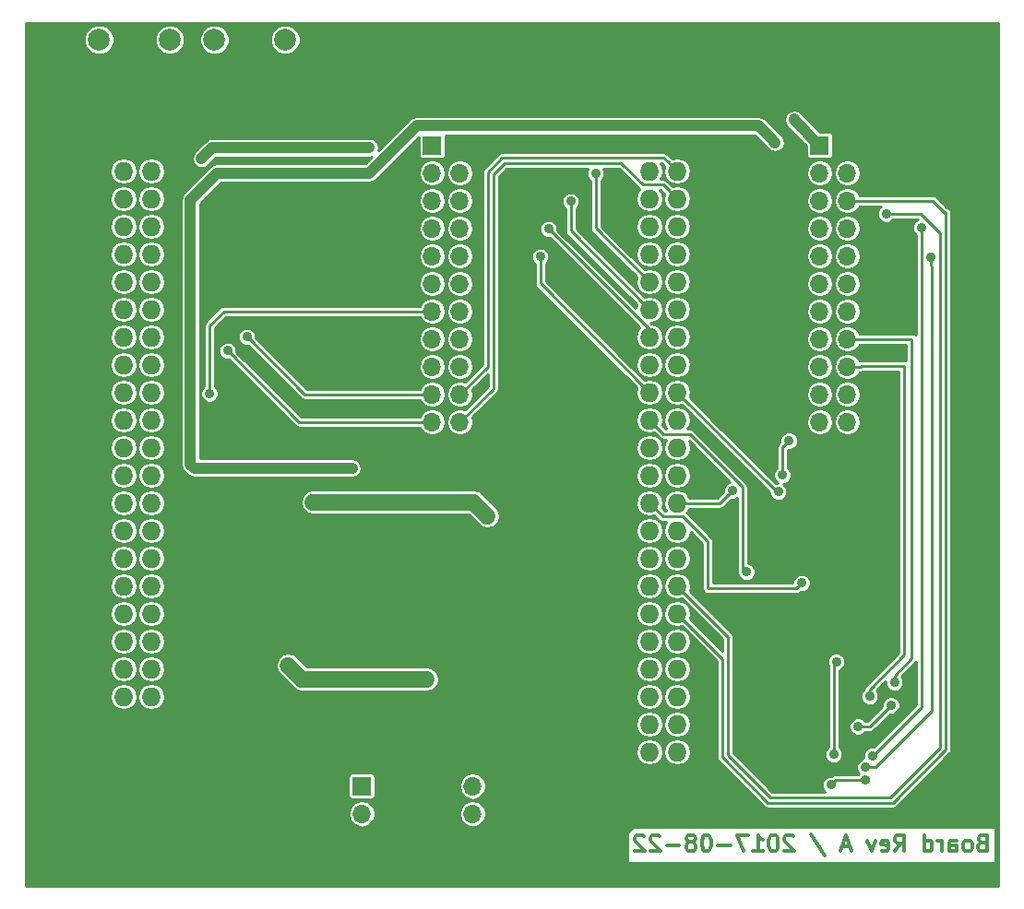
<source format=gbl>
G04 #@! TF.FileFunction,Copper,L2,Bot,Signal*
%FSLAX46Y46*%
G04 Gerber Fmt 4.6, Leading zero omitted, Abs format (unit mm)*
G04 Created by KiCad (PCBNEW 4.0.6) date 08/23/17 08:58:04*
%MOMM*%
%LPD*%
G01*
G04 APERTURE LIST*
%ADD10C,0.100000*%
%ADD11C,0.300000*%
%ADD12R,1.727200X1.727200*%
%ADD13O,1.727200X1.727200*%
%ADD14R,1.700000X1.700000*%
%ADD15O,1.700000X1.700000*%
%ADD16C,2.000000*%
%ADD17C,0.889000*%
%ADD18C,1.016000*%
%ADD19C,0.254000*%
%ADD20C,1.500000*%
G04 APERTURE END LIST*
D10*
D11*
X244812955Y-107625257D02*
X244598669Y-107696686D01*
X244527241Y-107768114D01*
X244455812Y-107910971D01*
X244455812Y-108125257D01*
X244527241Y-108268114D01*
X244598669Y-108339543D01*
X244741527Y-108410971D01*
X245312955Y-108410971D01*
X245312955Y-106910971D01*
X244812955Y-106910971D01*
X244670098Y-106982400D01*
X244598669Y-107053829D01*
X244527241Y-107196686D01*
X244527241Y-107339543D01*
X244598669Y-107482400D01*
X244670098Y-107553829D01*
X244812955Y-107625257D01*
X245312955Y-107625257D01*
X243598669Y-108410971D02*
X243741527Y-108339543D01*
X243812955Y-108268114D01*
X243884384Y-108125257D01*
X243884384Y-107696686D01*
X243812955Y-107553829D01*
X243741527Y-107482400D01*
X243598669Y-107410971D01*
X243384384Y-107410971D01*
X243241527Y-107482400D01*
X243170098Y-107553829D01*
X243098669Y-107696686D01*
X243098669Y-108125257D01*
X243170098Y-108268114D01*
X243241527Y-108339543D01*
X243384384Y-108410971D01*
X243598669Y-108410971D01*
X241812955Y-108410971D02*
X241812955Y-107625257D01*
X241884384Y-107482400D01*
X242027241Y-107410971D01*
X242312955Y-107410971D01*
X242455812Y-107482400D01*
X241812955Y-108339543D02*
X241955812Y-108410971D01*
X242312955Y-108410971D01*
X242455812Y-108339543D01*
X242527241Y-108196686D01*
X242527241Y-108053829D01*
X242455812Y-107910971D01*
X242312955Y-107839543D01*
X241955812Y-107839543D01*
X241812955Y-107768114D01*
X241098669Y-108410971D02*
X241098669Y-107410971D01*
X241098669Y-107696686D02*
X241027241Y-107553829D01*
X240955812Y-107482400D01*
X240812955Y-107410971D01*
X240670098Y-107410971D01*
X239527241Y-108410971D02*
X239527241Y-106910971D01*
X239527241Y-108339543D02*
X239670098Y-108410971D01*
X239955812Y-108410971D01*
X240098670Y-108339543D01*
X240170098Y-108268114D01*
X240241527Y-108125257D01*
X240241527Y-107696686D01*
X240170098Y-107553829D01*
X240098670Y-107482400D01*
X239955812Y-107410971D01*
X239670098Y-107410971D01*
X239527241Y-107482400D01*
X236812955Y-108410971D02*
X237312955Y-107696686D01*
X237670098Y-108410971D02*
X237670098Y-106910971D01*
X237098670Y-106910971D01*
X236955812Y-106982400D01*
X236884384Y-107053829D01*
X236812955Y-107196686D01*
X236812955Y-107410971D01*
X236884384Y-107553829D01*
X236955812Y-107625257D01*
X237098670Y-107696686D01*
X237670098Y-107696686D01*
X235598670Y-108339543D02*
X235741527Y-108410971D01*
X236027241Y-108410971D01*
X236170098Y-108339543D01*
X236241527Y-108196686D01*
X236241527Y-107625257D01*
X236170098Y-107482400D01*
X236027241Y-107410971D01*
X235741527Y-107410971D01*
X235598670Y-107482400D01*
X235527241Y-107625257D01*
X235527241Y-107768114D01*
X236241527Y-107910971D01*
X235027241Y-107410971D02*
X234670098Y-108410971D01*
X234312956Y-107410971D01*
X232670099Y-107982400D02*
X231955813Y-107982400D01*
X232812956Y-108410971D02*
X232312956Y-106910971D01*
X231812956Y-108410971D01*
X229098671Y-106839543D02*
X230384385Y-108768114D01*
X227527242Y-107053829D02*
X227455813Y-106982400D01*
X227312956Y-106910971D01*
X226955813Y-106910971D01*
X226812956Y-106982400D01*
X226741527Y-107053829D01*
X226670099Y-107196686D01*
X226670099Y-107339543D01*
X226741527Y-107553829D01*
X227598670Y-108410971D01*
X226670099Y-108410971D01*
X225741528Y-106910971D02*
X225598671Y-106910971D01*
X225455814Y-106982400D01*
X225384385Y-107053829D01*
X225312956Y-107196686D01*
X225241528Y-107482400D01*
X225241528Y-107839543D01*
X225312956Y-108125257D01*
X225384385Y-108268114D01*
X225455814Y-108339543D01*
X225598671Y-108410971D01*
X225741528Y-108410971D01*
X225884385Y-108339543D01*
X225955814Y-108268114D01*
X226027242Y-108125257D01*
X226098671Y-107839543D01*
X226098671Y-107482400D01*
X226027242Y-107196686D01*
X225955814Y-107053829D01*
X225884385Y-106982400D01*
X225741528Y-106910971D01*
X223812957Y-108410971D02*
X224670100Y-108410971D01*
X224241528Y-108410971D02*
X224241528Y-106910971D01*
X224384385Y-107125257D01*
X224527243Y-107268114D01*
X224670100Y-107339543D01*
X223312957Y-106910971D02*
X222312957Y-106910971D01*
X222955814Y-108410971D01*
X221741529Y-107839543D02*
X220598672Y-107839543D01*
X219598672Y-106910971D02*
X219455815Y-106910971D01*
X219312958Y-106982400D01*
X219241529Y-107053829D01*
X219170100Y-107196686D01*
X219098672Y-107482400D01*
X219098672Y-107839543D01*
X219170100Y-108125257D01*
X219241529Y-108268114D01*
X219312958Y-108339543D01*
X219455815Y-108410971D01*
X219598672Y-108410971D01*
X219741529Y-108339543D01*
X219812958Y-108268114D01*
X219884386Y-108125257D01*
X219955815Y-107839543D01*
X219955815Y-107482400D01*
X219884386Y-107196686D01*
X219812958Y-107053829D01*
X219741529Y-106982400D01*
X219598672Y-106910971D01*
X218241529Y-107553829D02*
X218384387Y-107482400D01*
X218455815Y-107410971D01*
X218527244Y-107268114D01*
X218527244Y-107196686D01*
X218455815Y-107053829D01*
X218384387Y-106982400D01*
X218241529Y-106910971D01*
X217955815Y-106910971D01*
X217812958Y-106982400D01*
X217741529Y-107053829D01*
X217670101Y-107196686D01*
X217670101Y-107268114D01*
X217741529Y-107410971D01*
X217812958Y-107482400D01*
X217955815Y-107553829D01*
X218241529Y-107553829D01*
X218384387Y-107625257D01*
X218455815Y-107696686D01*
X218527244Y-107839543D01*
X218527244Y-108125257D01*
X218455815Y-108268114D01*
X218384387Y-108339543D01*
X218241529Y-108410971D01*
X217955815Y-108410971D01*
X217812958Y-108339543D01*
X217741529Y-108268114D01*
X217670101Y-108125257D01*
X217670101Y-107839543D01*
X217741529Y-107696686D01*
X217812958Y-107625257D01*
X217955815Y-107553829D01*
X217027244Y-107839543D02*
X215884387Y-107839543D01*
X215241530Y-107053829D02*
X215170101Y-106982400D01*
X215027244Y-106910971D01*
X214670101Y-106910971D01*
X214527244Y-106982400D01*
X214455815Y-107053829D01*
X214384387Y-107196686D01*
X214384387Y-107339543D01*
X214455815Y-107553829D01*
X215312958Y-108410971D01*
X214384387Y-108410971D01*
X213812959Y-107053829D02*
X213741530Y-106982400D01*
X213598673Y-106910971D01*
X213241530Y-106910971D01*
X213098673Y-106982400D01*
X213027244Y-107053829D01*
X212955816Y-107196686D01*
X212955816Y-107339543D01*
X213027244Y-107553829D01*
X213884387Y-108410971D01*
X212955816Y-108410971D01*
D12*
X214278100Y-43406400D03*
D13*
X216818100Y-43406400D03*
X214278100Y-45946400D03*
X216818100Y-45946400D03*
X214278100Y-48486400D03*
X216818100Y-48486400D03*
X214278100Y-51026400D03*
X216818100Y-51026400D03*
X214278100Y-53566400D03*
X216818100Y-53566400D03*
X214278100Y-56106400D03*
X216818100Y-56106400D03*
X214278100Y-58646400D03*
X216818100Y-58646400D03*
X214278100Y-61186400D03*
X216818100Y-61186400D03*
X214278100Y-63726400D03*
X216818100Y-63726400D03*
X214278100Y-66266400D03*
X216818100Y-66266400D03*
X214278100Y-68806400D03*
X216818100Y-68806400D03*
X214278100Y-71346400D03*
X216818100Y-71346400D03*
X214278100Y-73886400D03*
X216818100Y-73886400D03*
X214278100Y-76426400D03*
X216818100Y-76426400D03*
X214278100Y-78966400D03*
X216818100Y-78966400D03*
X214278100Y-81506400D03*
X216818100Y-81506400D03*
X214278100Y-84046400D03*
X216818100Y-84046400D03*
X214278100Y-86586400D03*
X216818100Y-86586400D03*
X214278100Y-89126400D03*
X216818100Y-89126400D03*
X214278100Y-91666400D03*
X216818100Y-91666400D03*
X214278100Y-94206400D03*
X216818100Y-94206400D03*
X214278100Y-96746400D03*
X216818100Y-96746400D03*
X214278100Y-99286400D03*
X216818100Y-99286400D03*
D12*
X166018100Y-43406400D03*
D13*
X168558100Y-43406400D03*
X166018100Y-45946400D03*
X168558100Y-45946400D03*
X166018100Y-48486400D03*
X168558100Y-48486400D03*
X166018100Y-51026400D03*
X168558100Y-51026400D03*
X166018100Y-53566400D03*
X168558100Y-53566400D03*
X166018100Y-56106400D03*
X168558100Y-56106400D03*
X166018100Y-58646400D03*
X168558100Y-58646400D03*
X166018100Y-61186400D03*
X168558100Y-61186400D03*
X166018100Y-63726400D03*
X168558100Y-63726400D03*
X166018100Y-66266400D03*
X168558100Y-66266400D03*
X166018100Y-68806400D03*
X168558100Y-68806400D03*
X166018100Y-71346400D03*
X168558100Y-71346400D03*
X166018100Y-73886400D03*
X168558100Y-73886400D03*
X166018100Y-76426400D03*
X168558100Y-76426400D03*
X166018100Y-78966400D03*
X168558100Y-78966400D03*
X166018100Y-81506400D03*
X168558100Y-81506400D03*
X166018100Y-84046400D03*
X168558100Y-84046400D03*
X166018100Y-86586400D03*
X168558100Y-86586400D03*
X166018100Y-89126400D03*
X168558100Y-89126400D03*
X166018100Y-91666400D03*
X168558100Y-91666400D03*
X166018100Y-94206400D03*
X168558100Y-94206400D03*
X166018100Y-96746400D03*
X168558100Y-96746400D03*
X166018100Y-99286400D03*
X168558100Y-99286400D03*
D14*
X187886100Y-102434400D03*
D15*
X187886100Y-104974400D03*
X190426100Y-102434400D03*
X190426100Y-104974400D03*
X192966100Y-102434400D03*
X192966100Y-104974400D03*
X195506100Y-102434400D03*
X195506100Y-104974400D03*
X198046100Y-102434400D03*
X198046100Y-104974400D03*
D16*
X163770100Y-38382400D03*
X170270100Y-38382400D03*
X163770100Y-33882400D03*
X170270100Y-33882400D03*
D14*
X194348100Y-43586400D03*
D15*
X196888100Y-43586400D03*
X194348100Y-46126400D03*
X196888100Y-46126400D03*
X194348100Y-48666400D03*
X196888100Y-48666400D03*
X194348100Y-51206400D03*
X196888100Y-51206400D03*
X194348100Y-53746400D03*
X196888100Y-53746400D03*
X194348100Y-56286400D03*
X196888100Y-56286400D03*
X194348100Y-58826400D03*
X196888100Y-58826400D03*
X194348100Y-61366400D03*
X196888100Y-61366400D03*
X194348100Y-63906400D03*
X196888100Y-63906400D03*
X194348100Y-66446400D03*
X196888100Y-66446400D03*
X194348100Y-68986400D03*
X196888100Y-68986400D03*
D14*
X229908100Y-43586400D03*
D15*
X232448100Y-43586400D03*
X229908100Y-46126400D03*
X232448100Y-46126400D03*
X229908100Y-48666400D03*
X232448100Y-48666400D03*
X229908100Y-51206400D03*
X232448100Y-51206400D03*
X229908100Y-53746400D03*
X232448100Y-53746400D03*
X229908100Y-56286400D03*
X232448100Y-56286400D03*
X229908100Y-58826400D03*
X232448100Y-58826400D03*
X229908100Y-61366400D03*
X232448100Y-61366400D03*
X229908100Y-63906400D03*
X232448100Y-63906400D03*
X229908100Y-66446400D03*
X232448100Y-66446400D03*
X229908100Y-68986400D03*
X232448100Y-68986400D03*
D16*
X174370100Y-38382400D03*
X180870100Y-38382400D03*
X174370100Y-33882400D03*
X180870100Y-33882400D03*
D17*
X227570100Y-41182400D03*
X188570100Y-43782400D03*
X173170100Y-44782400D03*
X186997100Y-73224400D03*
X188570100Y-46126400D03*
X172170100Y-48582400D03*
X225844100Y-43332400D03*
X239677300Y-105261400D03*
X242674500Y-103966000D03*
X245163700Y-94974400D03*
X245163700Y-85576400D03*
X245265300Y-76330800D03*
X245392300Y-59795400D03*
X244757300Y-43412400D03*
X239753500Y-38865800D03*
X233454300Y-33862000D03*
X221414700Y-33531800D03*
X209248100Y-33531800D03*
X195913100Y-33379400D03*
X186413500Y-33531800D03*
X235181500Y-110544600D03*
X229491900Y-110671600D03*
X216766500Y-110214400D03*
X207190700Y-109884200D03*
X198783300Y-109935000D03*
X191366500Y-109884200D03*
X180622300Y-109884200D03*
X173078500Y-109833400D03*
X166372900Y-107268000D03*
X219382100Y-95195400D03*
X236400100Y-88210400D03*
X225224100Y-96465400D03*
X222303100Y-94941400D03*
X193370100Y-38382400D03*
X183170100Y-38382400D03*
X160820100Y-51968400D03*
X163106100Y-43332400D03*
X183426100Y-76352400D03*
X199428100Y-77622400D03*
X226113100Y-75383400D03*
X223192100Y-82749400D03*
X228272100Y-83765400D03*
X227098338Y-70703782D03*
X226494100Y-73859400D03*
X221922100Y-75256400D03*
X231447100Y-91004400D03*
X231193100Y-99513400D03*
X181140100Y-91338400D03*
X181140100Y-91338400D03*
X193842100Y-92610400D03*
X234107636Y-101826343D03*
X230939100Y-102307400D03*
X236460012Y-94991925D03*
X233435016Y-96958047D03*
X209349100Y-46173400D03*
X207063100Y-48713400D03*
X205031100Y-51253400D03*
X204269100Y-53793400D03*
X173916100Y-66366400D03*
X177345100Y-61159400D03*
X175567100Y-62429400D03*
X236019100Y-49856400D03*
X239236811Y-51138920D03*
X234754387Y-99627391D03*
X240111465Y-53850345D03*
X234107636Y-100683330D03*
X236781100Y-92909400D03*
X234495100Y-94179400D03*
D18*
X227570100Y-41182400D02*
X227570100Y-41248400D01*
X227570100Y-41248400D02*
X229908100Y-43586400D01*
X173170100Y-44782400D02*
X174170100Y-43782400D01*
X174170100Y-43782400D02*
X188570100Y-43782400D01*
X172170100Y-72875400D02*
X172519100Y-73224400D01*
X172519100Y-73224400D02*
X186997100Y-73224400D01*
X172170100Y-48582400D02*
X172170100Y-72875400D01*
X188570100Y-46126400D02*
X192915701Y-41780799D01*
X192915701Y-41780799D02*
X224292499Y-41780799D01*
X224292499Y-41780799D02*
X225399601Y-42887901D01*
X225399601Y-42887901D02*
X225844100Y-43332400D01*
D19*
X175806100Y-46126400D02*
X188570100Y-46126400D01*
X188570100Y-46126400D02*
X188760100Y-46126400D01*
D18*
X172170100Y-48582400D02*
X174626100Y-46126400D01*
X174626100Y-46126400D02*
X188570100Y-46126400D01*
D19*
X242674500Y-103966000D02*
X241379100Y-105261400D01*
X241379100Y-105261400D02*
X239677300Y-105261400D01*
X245163700Y-85576400D02*
X245163700Y-94974400D01*
X245392300Y-59795400D02*
X245392300Y-76203800D01*
X245392300Y-76203800D02*
X245265300Y-76330800D01*
X239753500Y-38865800D02*
X244300100Y-43412400D01*
X244300100Y-43412400D02*
X244757300Y-43412400D01*
X221414700Y-33531800D02*
X233124100Y-33531800D01*
X233124100Y-33531800D02*
X233454300Y-33862000D01*
X195913100Y-33379400D02*
X209095700Y-33379400D01*
X209095700Y-33379400D02*
X209248100Y-33531800D01*
X183170100Y-38382400D02*
X183170100Y-36775200D01*
X183170100Y-36775200D02*
X186413500Y-33531800D01*
X216766500Y-110214400D02*
X217223700Y-110671600D01*
X217223700Y-110671600D02*
X229491900Y-110671600D01*
X198783300Y-109935000D02*
X207139900Y-109935000D01*
X207139900Y-109935000D02*
X207190700Y-109884200D01*
X180622300Y-109884200D02*
X191366500Y-109884200D01*
X166372900Y-107268000D02*
X168938300Y-109833400D01*
X168938300Y-109833400D02*
X173078500Y-109833400D01*
D18*
X195506100Y-104974400D02*
X197118101Y-106586401D01*
X197118101Y-106586401D02*
X211923989Y-106586401D01*
X211923989Y-106586401D02*
X219382100Y-99128290D01*
X219382100Y-99128290D02*
X219382100Y-95824017D01*
X219382100Y-95824017D02*
X219382100Y-95195400D01*
D19*
X230177100Y-90242400D02*
X232209100Y-88210400D01*
X232209100Y-88210400D02*
X233019358Y-88210400D01*
X233019358Y-88210400D02*
X236400100Y-88210400D01*
X230177100Y-94052400D02*
X230177100Y-90242400D01*
X227764100Y-96465400D02*
X230177100Y-94052400D01*
X225224100Y-96465400D02*
X227764100Y-96465400D01*
X222303100Y-94941400D02*
X223700100Y-94941400D01*
X223700100Y-94941400D02*
X225224100Y-96465400D01*
D18*
X183170100Y-38382400D02*
X193370100Y-38382400D01*
D20*
X160820100Y-51968400D02*
X160820100Y-45618400D01*
X160820100Y-45618400D02*
X163106100Y-43332400D01*
X199428100Y-77622400D02*
X198158100Y-76352400D01*
X198158100Y-76352400D02*
X183426100Y-76352400D01*
D19*
X216818100Y-66266400D02*
X225935100Y-75383400D01*
X225935100Y-75383400D02*
X226113100Y-75383400D01*
X222811100Y-82622400D02*
X223065100Y-82622400D01*
X223065100Y-82622400D02*
X223192100Y-82749400D01*
X222811100Y-74923658D02*
X222811100Y-82622400D01*
X214278100Y-68806400D02*
X215573499Y-70101799D01*
X215573499Y-70101799D02*
X217989241Y-70101799D01*
X217989241Y-70101799D02*
X222811100Y-74923658D01*
X219636100Y-84273400D02*
X227764100Y-84273400D01*
X227764100Y-84273400D02*
X228272100Y-83765400D01*
X219636100Y-79942390D02*
X219636100Y-84273400D01*
X214278100Y-76426400D02*
X215522701Y-77671001D01*
X215522701Y-77671001D02*
X217364711Y-77671001D01*
X217364711Y-77671001D02*
X219636100Y-79942390D01*
X226494100Y-71308020D02*
X226653839Y-71148281D01*
X226494100Y-73859400D02*
X226494100Y-71308020D01*
X226653839Y-71148281D02*
X227098338Y-70703782D01*
X216818100Y-76426400D02*
X220752100Y-76426400D01*
X220752100Y-76426400D02*
X221922100Y-75256400D01*
X231193100Y-99513400D02*
X231193100Y-91258400D01*
X231193100Y-91258400D02*
X231447100Y-91004400D01*
D20*
X193842100Y-92610400D02*
X182412100Y-92610400D01*
X182412100Y-92610400D02*
X181140100Y-91338400D01*
D19*
X233479019Y-101826343D02*
X234107636Y-101826343D01*
X230939100Y-102307400D02*
X231420157Y-101826343D01*
X231420157Y-101826343D02*
X233479019Y-101826343D01*
X236015513Y-95436424D02*
X236460012Y-94991925D01*
X234493890Y-96958047D02*
X236015513Y-95436424D01*
X233435016Y-96958047D02*
X234493890Y-96958047D01*
X209349100Y-46173400D02*
X209349100Y-51177400D01*
X209349100Y-51177400D02*
X214278100Y-56106400D01*
X207063100Y-48713400D02*
X207063100Y-51431400D01*
X207063100Y-51431400D02*
X214278100Y-58646400D01*
X205031100Y-51253400D02*
X214278100Y-60500400D01*
X214278100Y-60500400D02*
X214278100Y-61186400D01*
X204269100Y-53793400D02*
X204269100Y-56257400D01*
X204269100Y-56257400D02*
X214278100Y-66266400D01*
X173916100Y-60143400D02*
X175233100Y-58826400D01*
X175233100Y-58826400D02*
X194348100Y-58826400D01*
X173916100Y-66366400D02*
X173916100Y-60143400D01*
X177345100Y-61159400D02*
X182632100Y-66446400D01*
X182632100Y-66446400D02*
X194348100Y-66446400D01*
X199443100Y-46046400D02*
X200787701Y-44701799D01*
X200787701Y-44701799D02*
X215573499Y-44701799D01*
X215573499Y-44701799D02*
X215954501Y-45082801D01*
X215954501Y-45082801D02*
X216818100Y-45946400D01*
X196888100Y-66446400D02*
X199443100Y-63891400D01*
X199443100Y-63891400D02*
X199443100Y-46046400D01*
X175567100Y-62429400D02*
X182124100Y-68986400D01*
X182124100Y-68986400D02*
X194348100Y-68986400D01*
X196888100Y-68986400D02*
X199951110Y-65923390D01*
X199951110Y-65923390D02*
X199951110Y-46256824D01*
X199951110Y-46256824D02*
X200998125Y-45209809D01*
X200998125Y-45209809D02*
X211699499Y-45209809D01*
X211699499Y-45209809D02*
X213680691Y-47191001D01*
X213680691Y-47191001D02*
X215522701Y-47191001D01*
X215522701Y-47191001D02*
X215954501Y-47622801D01*
X215954501Y-47622801D02*
X216818100Y-48486400D01*
X236019100Y-49856400D02*
X239176033Y-49856400D01*
X239176033Y-49856400D02*
X240936966Y-51617333D01*
X240936966Y-51617333D02*
X240936966Y-98913534D01*
X236400100Y-103450400D02*
X240936966Y-98913534D01*
X225351100Y-103450400D02*
X236400100Y-103450400D01*
X221477599Y-99576899D02*
X225351100Y-103450400D01*
X216818100Y-84046400D02*
X221477599Y-88705899D01*
X221477599Y-88705899D02*
X221477599Y-99576899D01*
X241480100Y-99088834D02*
X241480100Y-49856400D01*
X241480100Y-49856400D02*
X241480100Y-49729400D01*
X232448100Y-48666400D02*
X240290100Y-48666400D01*
X240290100Y-48666400D02*
X241480100Y-49856400D01*
X216818100Y-86586400D02*
X220969589Y-90737889D01*
X220969589Y-90737889D02*
X220969590Y-99787324D01*
X220969590Y-99787324D02*
X225140676Y-103958410D01*
X225140676Y-103958410D02*
X236610525Y-103958409D01*
X236610525Y-103958409D02*
X241480100Y-99088834D01*
X239236811Y-51767537D02*
X239236811Y-51138920D01*
X234754387Y-99627391D02*
X239236811Y-95144967D01*
X239236811Y-95144967D02*
X239236811Y-51767537D01*
X240174845Y-54675963D02*
X240111465Y-54612583D01*
X240111465Y-54612583D02*
X240111465Y-53850345D01*
X234107636Y-100683330D02*
X234998733Y-100683330D01*
X234998733Y-100683330D02*
X240174845Y-95507218D01*
X240174845Y-95507218D02*
X240174845Y-54675963D01*
X236781100Y-92909400D02*
X236781100Y-92280783D01*
X236781100Y-92280783D02*
X238375933Y-90685950D01*
X238375933Y-90685950D02*
X238375933Y-61366400D01*
X238375933Y-61366400D02*
X232448100Y-61366400D01*
X234495100Y-93544400D02*
X234495100Y-94179400D01*
X237679878Y-90359622D02*
X234495100Y-93544400D01*
X237679878Y-63826400D02*
X237679878Y-90359622D01*
X233730181Y-63826400D02*
X237679878Y-63826400D01*
X233650181Y-63906400D02*
X233730181Y-63826400D01*
X232448100Y-63906400D02*
X233650181Y-63906400D01*
G36*
X246287830Y-111600130D02*
X157052370Y-111600130D01*
X157052370Y-104950283D01*
X186655100Y-104950283D01*
X186655100Y-104998517D01*
X186748804Y-105469600D01*
X187015652Y-105868965D01*
X187415017Y-106135813D01*
X187886100Y-106229517D01*
X188357183Y-106135813D01*
X188756548Y-105868965D01*
X189023396Y-105469600D01*
X189117100Y-104998517D01*
X189117100Y-104950283D01*
X196815100Y-104950283D01*
X196815100Y-104998517D01*
X196908804Y-105469600D01*
X197175652Y-105868965D01*
X197575017Y-106135813D01*
X198046100Y-106229517D01*
X198438821Y-106151400D01*
X212289102Y-106151400D01*
X212289102Y-109463400D01*
X246051098Y-109463400D01*
X246051098Y-106151400D01*
X212289102Y-106151400D01*
X198438821Y-106151400D01*
X198517183Y-106135813D01*
X198916548Y-105868965D01*
X199183396Y-105469600D01*
X199277100Y-104998517D01*
X199277100Y-104950283D01*
X199183396Y-104479200D01*
X198916548Y-104079835D01*
X198517183Y-103812987D01*
X198046100Y-103719283D01*
X197575017Y-103812987D01*
X197175652Y-104079835D01*
X196908804Y-104479200D01*
X196815100Y-104950283D01*
X189117100Y-104950283D01*
X189023396Y-104479200D01*
X188756548Y-104079835D01*
X188357183Y-103812987D01*
X187886100Y-103719283D01*
X187415017Y-103812987D01*
X187015652Y-104079835D01*
X186748804Y-104479200D01*
X186655100Y-104950283D01*
X157052370Y-104950283D01*
X157052370Y-101584400D01*
X186647636Y-101584400D01*
X186647636Y-103284400D01*
X186674203Y-103425590D01*
X186757646Y-103555265D01*
X186884966Y-103642259D01*
X187036100Y-103672864D01*
X188736100Y-103672864D01*
X188877290Y-103646297D01*
X189006965Y-103562854D01*
X189093959Y-103435534D01*
X189124564Y-103284400D01*
X189124564Y-102410283D01*
X196815100Y-102410283D01*
X196815100Y-102458517D01*
X196908804Y-102929600D01*
X197175652Y-103328965D01*
X197575017Y-103595813D01*
X198046100Y-103689517D01*
X198517183Y-103595813D01*
X198916548Y-103328965D01*
X199183396Y-102929600D01*
X199277100Y-102458517D01*
X199277100Y-102410283D01*
X199183396Y-101939200D01*
X198916548Y-101539835D01*
X198517183Y-101272987D01*
X198046100Y-101179283D01*
X197575017Y-101272987D01*
X197175652Y-101539835D01*
X196908804Y-101939200D01*
X196815100Y-102410283D01*
X189124564Y-102410283D01*
X189124564Y-101584400D01*
X189097997Y-101443210D01*
X189014554Y-101313535D01*
X188887234Y-101226541D01*
X188736100Y-101195936D01*
X187036100Y-101195936D01*
X186894910Y-101222503D01*
X186765235Y-101305946D01*
X186678241Y-101433266D01*
X186647636Y-101584400D01*
X157052370Y-101584400D01*
X157052370Y-99286400D01*
X213009117Y-99286400D01*
X213103857Y-99762688D01*
X213373652Y-100166465D01*
X213777429Y-100436260D01*
X214253717Y-100531000D01*
X214302483Y-100531000D01*
X214778771Y-100436260D01*
X215182548Y-100166465D01*
X215452343Y-99762688D01*
X215547083Y-99286400D01*
X215549117Y-99286400D01*
X215643857Y-99762688D01*
X215913652Y-100166465D01*
X216317429Y-100436260D01*
X216793717Y-100531000D01*
X216842483Y-100531000D01*
X217318771Y-100436260D01*
X217722548Y-100166465D01*
X217992343Y-99762688D01*
X218087083Y-99286400D01*
X217992343Y-98810112D01*
X217722548Y-98406335D01*
X217318771Y-98136540D01*
X216842483Y-98041800D01*
X216793717Y-98041800D01*
X216317429Y-98136540D01*
X215913652Y-98406335D01*
X215643857Y-98810112D01*
X215549117Y-99286400D01*
X215547083Y-99286400D01*
X215452343Y-98810112D01*
X215182548Y-98406335D01*
X214778771Y-98136540D01*
X214302483Y-98041800D01*
X214253717Y-98041800D01*
X213777429Y-98136540D01*
X213373652Y-98406335D01*
X213103857Y-98810112D01*
X213009117Y-99286400D01*
X157052370Y-99286400D01*
X157052370Y-96746400D01*
X213009117Y-96746400D01*
X213103857Y-97222688D01*
X213373652Y-97626465D01*
X213777429Y-97896260D01*
X214253717Y-97991000D01*
X214302483Y-97991000D01*
X214778771Y-97896260D01*
X215182548Y-97626465D01*
X215452343Y-97222688D01*
X215547083Y-96746400D01*
X215549117Y-96746400D01*
X215643857Y-97222688D01*
X215913652Y-97626465D01*
X216317429Y-97896260D01*
X216793717Y-97991000D01*
X216842483Y-97991000D01*
X217318771Y-97896260D01*
X217722548Y-97626465D01*
X217992343Y-97222688D01*
X218087083Y-96746400D01*
X217992343Y-96270112D01*
X217722548Y-95866335D01*
X217318771Y-95596540D01*
X216842483Y-95501800D01*
X216793717Y-95501800D01*
X216317429Y-95596540D01*
X215913652Y-95866335D01*
X215643857Y-96270112D01*
X215549117Y-96746400D01*
X215547083Y-96746400D01*
X215452343Y-96270112D01*
X215182548Y-95866335D01*
X214778771Y-95596540D01*
X214302483Y-95501800D01*
X214253717Y-95501800D01*
X213777429Y-95596540D01*
X213373652Y-95866335D01*
X213103857Y-96270112D01*
X213009117Y-96746400D01*
X157052370Y-96746400D01*
X157052370Y-94206400D01*
X164749117Y-94206400D01*
X164843857Y-94682688D01*
X165113652Y-95086465D01*
X165517429Y-95356260D01*
X165993717Y-95451000D01*
X166042483Y-95451000D01*
X166518771Y-95356260D01*
X166922548Y-95086465D01*
X167192343Y-94682688D01*
X167287083Y-94206400D01*
X167289117Y-94206400D01*
X167383857Y-94682688D01*
X167653652Y-95086465D01*
X168057429Y-95356260D01*
X168533717Y-95451000D01*
X168582483Y-95451000D01*
X169058771Y-95356260D01*
X169462548Y-95086465D01*
X169732343Y-94682688D01*
X169827083Y-94206400D01*
X213009117Y-94206400D01*
X213103857Y-94682688D01*
X213373652Y-95086465D01*
X213777429Y-95356260D01*
X214253717Y-95451000D01*
X214302483Y-95451000D01*
X214778771Y-95356260D01*
X215182548Y-95086465D01*
X215452343Y-94682688D01*
X215547083Y-94206400D01*
X215549117Y-94206400D01*
X215643857Y-94682688D01*
X215913652Y-95086465D01*
X216317429Y-95356260D01*
X216793717Y-95451000D01*
X216842483Y-95451000D01*
X217318771Y-95356260D01*
X217722548Y-95086465D01*
X217992343Y-94682688D01*
X218087083Y-94206400D01*
X217992343Y-93730112D01*
X217722548Y-93326335D01*
X217318771Y-93056540D01*
X216842483Y-92961800D01*
X216793717Y-92961800D01*
X216317429Y-93056540D01*
X215913652Y-93326335D01*
X215643857Y-93730112D01*
X215549117Y-94206400D01*
X215547083Y-94206400D01*
X215452343Y-93730112D01*
X215182548Y-93326335D01*
X214778771Y-93056540D01*
X214302483Y-92961800D01*
X214253717Y-92961800D01*
X213777429Y-93056540D01*
X213373652Y-93326335D01*
X213103857Y-93730112D01*
X213009117Y-94206400D01*
X169827083Y-94206400D01*
X169732343Y-93730112D01*
X169462548Y-93326335D01*
X169058771Y-93056540D01*
X168582483Y-92961800D01*
X168533717Y-92961800D01*
X168057429Y-93056540D01*
X167653652Y-93326335D01*
X167383857Y-93730112D01*
X167289117Y-94206400D01*
X167287083Y-94206400D01*
X167192343Y-93730112D01*
X166922548Y-93326335D01*
X166518771Y-93056540D01*
X166042483Y-92961800D01*
X165993717Y-92961800D01*
X165517429Y-93056540D01*
X165113652Y-93326335D01*
X164843857Y-93730112D01*
X164749117Y-94206400D01*
X157052370Y-94206400D01*
X157052370Y-91666400D01*
X164749117Y-91666400D01*
X164843857Y-92142688D01*
X165113652Y-92546465D01*
X165517429Y-92816260D01*
X165993717Y-92911000D01*
X166042483Y-92911000D01*
X166518771Y-92816260D01*
X166922548Y-92546465D01*
X167192343Y-92142688D01*
X167287083Y-91666400D01*
X167289117Y-91666400D01*
X167383857Y-92142688D01*
X167653652Y-92546465D01*
X168057429Y-92816260D01*
X168533717Y-92911000D01*
X168582483Y-92911000D01*
X169058771Y-92816260D01*
X169462548Y-92546465D01*
X169732343Y-92142688D01*
X169827083Y-91666400D01*
X169761840Y-91338400D01*
X180009100Y-91338400D01*
X180095192Y-91771215D01*
X180340362Y-92138138D01*
X181612362Y-93410138D01*
X181979285Y-93655308D01*
X182412100Y-93741401D01*
X182412105Y-93741400D01*
X193842100Y-93741400D01*
X194274915Y-93655308D01*
X194641838Y-93410138D01*
X194887008Y-93043215D01*
X194973100Y-92610400D01*
X194887008Y-92177585D01*
X194641838Y-91810662D01*
X194425935Y-91666400D01*
X213009117Y-91666400D01*
X213103857Y-92142688D01*
X213373652Y-92546465D01*
X213777429Y-92816260D01*
X214253717Y-92911000D01*
X214302483Y-92911000D01*
X214778771Y-92816260D01*
X215182548Y-92546465D01*
X215452343Y-92142688D01*
X215547083Y-91666400D01*
X215549117Y-91666400D01*
X215643857Y-92142688D01*
X215913652Y-92546465D01*
X216317429Y-92816260D01*
X216793717Y-92911000D01*
X216842483Y-92911000D01*
X217318771Y-92816260D01*
X217722548Y-92546465D01*
X217992343Y-92142688D01*
X218087083Y-91666400D01*
X217992343Y-91190112D01*
X217722548Y-90786335D01*
X217318771Y-90516540D01*
X216842483Y-90421800D01*
X216793717Y-90421800D01*
X216317429Y-90516540D01*
X215913652Y-90786335D01*
X215643857Y-91190112D01*
X215549117Y-91666400D01*
X215547083Y-91666400D01*
X215452343Y-91190112D01*
X215182548Y-90786335D01*
X214778771Y-90516540D01*
X214302483Y-90421800D01*
X214253717Y-90421800D01*
X213777429Y-90516540D01*
X213373652Y-90786335D01*
X213103857Y-91190112D01*
X213009117Y-91666400D01*
X194425935Y-91666400D01*
X194274915Y-91565492D01*
X193842100Y-91479400D01*
X182880576Y-91479400D01*
X181939838Y-90538662D01*
X181572915Y-90293492D01*
X181140100Y-90207400D01*
X180707285Y-90293492D01*
X180340362Y-90538662D01*
X180095192Y-90905585D01*
X180009100Y-91338400D01*
X169761840Y-91338400D01*
X169732343Y-91190112D01*
X169462548Y-90786335D01*
X169058771Y-90516540D01*
X168582483Y-90421800D01*
X168533717Y-90421800D01*
X168057429Y-90516540D01*
X167653652Y-90786335D01*
X167383857Y-91190112D01*
X167289117Y-91666400D01*
X167287083Y-91666400D01*
X167192343Y-91190112D01*
X166922548Y-90786335D01*
X166518771Y-90516540D01*
X166042483Y-90421800D01*
X165993717Y-90421800D01*
X165517429Y-90516540D01*
X165113652Y-90786335D01*
X164843857Y-91190112D01*
X164749117Y-91666400D01*
X157052370Y-91666400D01*
X157052370Y-89126400D01*
X164749117Y-89126400D01*
X164843857Y-89602688D01*
X165113652Y-90006465D01*
X165517429Y-90276260D01*
X165993717Y-90371000D01*
X166042483Y-90371000D01*
X166518771Y-90276260D01*
X166922548Y-90006465D01*
X167192343Y-89602688D01*
X167287083Y-89126400D01*
X167289117Y-89126400D01*
X167383857Y-89602688D01*
X167653652Y-90006465D01*
X168057429Y-90276260D01*
X168533717Y-90371000D01*
X168582483Y-90371000D01*
X169058771Y-90276260D01*
X169462548Y-90006465D01*
X169732343Y-89602688D01*
X169827083Y-89126400D01*
X213009117Y-89126400D01*
X213103857Y-89602688D01*
X213373652Y-90006465D01*
X213777429Y-90276260D01*
X214253717Y-90371000D01*
X214302483Y-90371000D01*
X214778771Y-90276260D01*
X215182548Y-90006465D01*
X215452343Y-89602688D01*
X215547083Y-89126400D01*
X215549117Y-89126400D01*
X215643857Y-89602688D01*
X215913652Y-90006465D01*
X216317429Y-90276260D01*
X216793717Y-90371000D01*
X216842483Y-90371000D01*
X217318771Y-90276260D01*
X217722548Y-90006465D01*
X217992343Y-89602688D01*
X218087083Y-89126400D01*
X217992343Y-88650112D01*
X217722548Y-88246335D01*
X217318771Y-87976540D01*
X216842483Y-87881800D01*
X216793717Y-87881800D01*
X216317429Y-87976540D01*
X215913652Y-88246335D01*
X215643857Y-88650112D01*
X215549117Y-89126400D01*
X215547083Y-89126400D01*
X215452343Y-88650112D01*
X215182548Y-88246335D01*
X214778771Y-87976540D01*
X214302483Y-87881800D01*
X214253717Y-87881800D01*
X213777429Y-87976540D01*
X213373652Y-88246335D01*
X213103857Y-88650112D01*
X213009117Y-89126400D01*
X169827083Y-89126400D01*
X169732343Y-88650112D01*
X169462548Y-88246335D01*
X169058771Y-87976540D01*
X168582483Y-87881800D01*
X168533717Y-87881800D01*
X168057429Y-87976540D01*
X167653652Y-88246335D01*
X167383857Y-88650112D01*
X167289117Y-89126400D01*
X167287083Y-89126400D01*
X167192343Y-88650112D01*
X166922548Y-88246335D01*
X166518771Y-87976540D01*
X166042483Y-87881800D01*
X165993717Y-87881800D01*
X165517429Y-87976540D01*
X165113652Y-88246335D01*
X164843857Y-88650112D01*
X164749117Y-89126400D01*
X157052370Y-89126400D01*
X157052370Y-86586400D01*
X164749117Y-86586400D01*
X164843857Y-87062688D01*
X165113652Y-87466465D01*
X165517429Y-87736260D01*
X165993717Y-87831000D01*
X166042483Y-87831000D01*
X166518771Y-87736260D01*
X166922548Y-87466465D01*
X167192343Y-87062688D01*
X167287083Y-86586400D01*
X167289117Y-86586400D01*
X167383857Y-87062688D01*
X167653652Y-87466465D01*
X168057429Y-87736260D01*
X168533717Y-87831000D01*
X168582483Y-87831000D01*
X169058771Y-87736260D01*
X169462548Y-87466465D01*
X169732343Y-87062688D01*
X169827083Y-86586400D01*
X213009117Y-86586400D01*
X213103857Y-87062688D01*
X213373652Y-87466465D01*
X213777429Y-87736260D01*
X214253717Y-87831000D01*
X214302483Y-87831000D01*
X214778771Y-87736260D01*
X215182548Y-87466465D01*
X215452343Y-87062688D01*
X215547083Y-86586400D01*
X215452343Y-86110112D01*
X215182548Y-85706335D01*
X214778771Y-85436540D01*
X214302483Y-85341800D01*
X214253717Y-85341800D01*
X213777429Y-85436540D01*
X213373652Y-85706335D01*
X213103857Y-86110112D01*
X213009117Y-86586400D01*
X169827083Y-86586400D01*
X169732343Y-86110112D01*
X169462548Y-85706335D01*
X169058771Y-85436540D01*
X168582483Y-85341800D01*
X168533717Y-85341800D01*
X168057429Y-85436540D01*
X167653652Y-85706335D01*
X167383857Y-86110112D01*
X167289117Y-86586400D01*
X167287083Y-86586400D01*
X167192343Y-86110112D01*
X166922548Y-85706335D01*
X166518771Y-85436540D01*
X166042483Y-85341800D01*
X165993717Y-85341800D01*
X165517429Y-85436540D01*
X165113652Y-85706335D01*
X164843857Y-86110112D01*
X164749117Y-86586400D01*
X157052370Y-86586400D01*
X157052370Y-84046400D01*
X164749117Y-84046400D01*
X164843857Y-84522688D01*
X165113652Y-84926465D01*
X165517429Y-85196260D01*
X165993717Y-85291000D01*
X166042483Y-85291000D01*
X166518771Y-85196260D01*
X166922548Y-84926465D01*
X167192343Y-84522688D01*
X167287083Y-84046400D01*
X167289117Y-84046400D01*
X167383857Y-84522688D01*
X167653652Y-84926465D01*
X168057429Y-85196260D01*
X168533717Y-85291000D01*
X168582483Y-85291000D01*
X169058771Y-85196260D01*
X169462548Y-84926465D01*
X169732343Y-84522688D01*
X169827083Y-84046400D01*
X213009117Y-84046400D01*
X213103857Y-84522688D01*
X213373652Y-84926465D01*
X213777429Y-85196260D01*
X214253717Y-85291000D01*
X214302483Y-85291000D01*
X214778771Y-85196260D01*
X215182548Y-84926465D01*
X215452343Y-84522688D01*
X215547083Y-84046400D01*
X215549117Y-84046400D01*
X215643857Y-84522688D01*
X215913652Y-84926465D01*
X216317429Y-85196260D01*
X216793717Y-85291000D01*
X216842483Y-85291000D01*
X217261026Y-85207746D01*
X220969599Y-88916319D01*
X220969599Y-90019479D01*
X217995738Y-87045618D01*
X218087083Y-86586400D01*
X217992343Y-86110112D01*
X217722548Y-85706335D01*
X217318771Y-85436540D01*
X216842483Y-85341800D01*
X216793717Y-85341800D01*
X216317429Y-85436540D01*
X215913652Y-85706335D01*
X215643857Y-86110112D01*
X215549117Y-86586400D01*
X215643857Y-87062688D01*
X215913652Y-87466465D01*
X216317429Y-87736260D01*
X216793717Y-87831000D01*
X216842483Y-87831000D01*
X217261026Y-87747746D01*
X220461589Y-90948309D01*
X220461590Y-99787324D01*
X220500259Y-99981727D01*
X220610380Y-100146534D01*
X224781465Y-104317620D01*
X224946272Y-104427741D01*
X224978526Y-104434156D01*
X225140676Y-104466410D01*
X236610525Y-104466409D01*
X236804928Y-104427740D01*
X236969735Y-104317619D01*
X241839310Y-99448044D01*
X241949431Y-99283237D01*
X241988100Y-99088834D01*
X241988100Y-49729400D01*
X241949431Y-49534997D01*
X241839310Y-49370190D01*
X241674503Y-49260069D01*
X241584233Y-49242113D01*
X240649310Y-48307190D01*
X240484503Y-48197069D01*
X240290100Y-48158400D01*
X233584846Y-48158400D01*
X233342665Y-47795952D01*
X232943300Y-47529104D01*
X232472217Y-47435400D01*
X232423983Y-47435400D01*
X231952900Y-47529104D01*
X231553535Y-47795952D01*
X231286687Y-48195317D01*
X231192983Y-48666400D01*
X231286687Y-49137483D01*
X231553535Y-49536848D01*
X231952900Y-49803696D01*
X232423983Y-49897400D01*
X232472217Y-49897400D01*
X232943300Y-49803696D01*
X233342665Y-49536848D01*
X233584846Y-49174400D01*
X235533837Y-49174400D01*
X235319683Y-49388181D01*
X235193743Y-49691477D01*
X235193457Y-50019882D01*
X235318867Y-50323398D01*
X235550881Y-50555817D01*
X235854177Y-50681757D01*
X236182582Y-50682043D01*
X236486098Y-50556633D01*
X236678667Y-50364400D01*
X238949602Y-50364400D01*
X238769813Y-50438687D01*
X238537394Y-50670701D01*
X238411454Y-50973997D01*
X238411168Y-51302402D01*
X238536578Y-51605918D01*
X238728811Y-51798487D01*
X238728811Y-61002959D01*
X238570336Y-60897069D01*
X238375933Y-60858400D01*
X233584846Y-60858400D01*
X233342665Y-60495952D01*
X232943300Y-60229104D01*
X232472217Y-60135400D01*
X232423983Y-60135400D01*
X231952900Y-60229104D01*
X231553535Y-60495952D01*
X231286687Y-60895317D01*
X231192983Y-61366400D01*
X231286687Y-61837483D01*
X231553535Y-62236848D01*
X231952900Y-62503696D01*
X232423983Y-62597400D01*
X232472217Y-62597400D01*
X232943300Y-62503696D01*
X233342665Y-62236848D01*
X233584846Y-61874400D01*
X237867933Y-61874400D01*
X237867933Y-63355806D01*
X237679878Y-63318400D01*
X233730181Y-63318400D01*
X233554713Y-63353303D01*
X233342665Y-63035952D01*
X232943300Y-62769104D01*
X232472217Y-62675400D01*
X232423983Y-62675400D01*
X231952900Y-62769104D01*
X231553535Y-63035952D01*
X231286687Y-63435317D01*
X231192983Y-63906400D01*
X231286687Y-64377483D01*
X231553535Y-64776848D01*
X231952900Y-65043696D01*
X232423983Y-65137400D01*
X232472217Y-65137400D01*
X232943300Y-65043696D01*
X233342665Y-64776848D01*
X233584846Y-64414400D01*
X233650181Y-64414400D01*
X233844584Y-64375731D01*
X233906440Y-64334400D01*
X237171878Y-64334400D01*
X237171878Y-90149202D01*
X234135890Y-93185190D01*
X234025769Y-93349997D01*
X233993132Y-93514076D01*
X233795683Y-93711181D01*
X233669743Y-94014477D01*
X233669457Y-94342882D01*
X233794867Y-94646398D01*
X234026881Y-94878817D01*
X234330177Y-95004757D01*
X234658582Y-95005043D01*
X234962098Y-94879633D01*
X235194517Y-94647619D01*
X235320457Y-94344323D01*
X235320743Y-94015918D01*
X235195333Y-93712402D01*
X235120491Y-93637429D01*
X235955693Y-92802227D01*
X235955457Y-93072882D01*
X236080867Y-93376398D01*
X236312881Y-93608817D01*
X236616177Y-93734757D01*
X236944582Y-93735043D01*
X237248098Y-93609633D01*
X237480517Y-93377619D01*
X237606457Y-93074323D01*
X237606743Y-92745918D01*
X237481333Y-92442402D01*
X237409680Y-92370624D01*
X238728811Y-91051493D01*
X238728811Y-94934547D01*
X234861374Y-98801984D01*
X234590905Y-98801748D01*
X234287389Y-98927158D01*
X234054970Y-99159172D01*
X233929030Y-99462468D01*
X233928744Y-99790873D01*
X233956355Y-99857698D01*
X233944154Y-99857687D01*
X233640638Y-99983097D01*
X233408219Y-100215111D01*
X233282279Y-100518407D01*
X233281993Y-100846812D01*
X233407403Y-101150328D01*
X233511708Y-101254815D01*
X233448069Y-101318343D01*
X231420157Y-101318343D01*
X231258007Y-101350597D01*
X231225753Y-101357012D01*
X231060947Y-101467133D01*
X231046087Y-101481993D01*
X230775618Y-101481757D01*
X230472102Y-101607167D01*
X230239683Y-101839181D01*
X230113743Y-102142477D01*
X230113457Y-102470882D01*
X230238867Y-102774398D01*
X230406576Y-102942400D01*
X225561520Y-102942400D01*
X222296002Y-99676882D01*
X230367457Y-99676882D01*
X230492867Y-99980398D01*
X230724881Y-100212817D01*
X231028177Y-100338757D01*
X231356582Y-100339043D01*
X231660098Y-100213633D01*
X231892517Y-99981619D01*
X232018457Y-99678323D01*
X232018743Y-99349918D01*
X231893333Y-99046402D01*
X231701100Y-98853833D01*
X231701100Y-97121529D01*
X232609373Y-97121529D01*
X232734783Y-97425045D01*
X232966797Y-97657464D01*
X233270093Y-97783404D01*
X233598498Y-97783690D01*
X233902014Y-97658280D01*
X234094583Y-97466047D01*
X234493890Y-97466047D01*
X234688293Y-97427378D01*
X234853100Y-97317257D01*
X236353025Y-95817332D01*
X236623494Y-95817568D01*
X236927010Y-95692158D01*
X237159429Y-95460144D01*
X237285369Y-95156848D01*
X237285655Y-94828443D01*
X237160245Y-94524927D01*
X236928231Y-94292508D01*
X236624935Y-94166568D01*
X236296530Y-94166282D01*
X235993014Y-94291692D01*
X235760595Y-94523706D01*
X235634655Y-94827002D01*
X235634418Y-95099099D01*
X234283470Y-96450047D01*
X234094318Y-96450047D01*
X233903235Y-96258630D01*
X233599939Y-96132690D01*
X233271534Y-96132404D01*
X232968018Y-96257814D01*
X232735599Y-96489828D01*
X232609659Y-96793124D01*
X232609373Y-97121529D01*
X231701100Y-97121529D01*
X231701100Y-91792642D01*
X231914098Y-91704633D01*
X232146517Y-91472619D01*
X232272457Y-91169323D01*
X232272743Y-90840918D01*
X232147333Y-90537402D01*
X231915319Y-90304983D01*
X231612023Y-90179043D01*
X231283618Y-90178757D01*
X230980102Y-90304167D01*
X230747683Y-90536181D01*
X230621743Y-90839477D01*
X230621457Y-91167882D01*
X230685100Y-91321910D01*
X230685100Y-98854098D01*
X230493683Y-99045181D01*
X230367743Y-99348477D01*
X230367457Y-99676882D01*
X222296002Y-99676882D01*
X221985599Y-99366479D01*
X221985599Y-88705899D01*
X221946930Y-88511496D01*
X221836809Y-88346689D01*
X217995738Y-84505618D01*
X218087083Y-84046400D01*
X217992343Y-83570112D01*
X217722548Y-83166335D01*
X217318771Y-82896540D01*
X216842483Y-82801800D01*
X216793717Y-82801800D01*
X216317429Y-82896540D01*
X215913652Y-83166335D01*
X215643857Y-83570112D01*
X215549117Y-84046400D01*
X215547083Y-84046400D01*
X215452343Y-83570112D01*
X215182548Y-83166335D01*
X214778771Y-82896540D01*
X214302483Y-82801800D01*
X214253717Y-82801800D01*
X213777429Y-82896540D01*
X213373652Y-83166335D01*
X213103857Y-83570112D01*
X213009117Y-84046400D01*
X169827083Y-84046400D01*
X169732343Y-83570112D01*
X169462548Y-83166335D01*
X169058771Y-82896540D01*
X168582483Y-82801800D01*
X168533717Y-82801800D01*
X168057429Y-82896540D01*
X167653652Y-83166335D01*
X167383857Y-83570112D01*
X167289117Y-84046400D01*
X167287083Y-84046400D01*
X167192343Y-83570112D01*
X166922548Y-83166335D01*
X166518771Y-82896540D01*
X166042483Y-82801800D01*
X165993717Y-82801800D01*
X165517429Y-82896540D01*
X165113652Y-83166335D01*
X164843857Y-83570112D01*
X164749117Y-84046400D01*
X157052370Y-84046400D01*
X157052370Y-81506400D01*
X164749117Y-81506400D01*
X164843857Y-81982688D01*
X165113652Y-82386465D01*
X165517429Y-82656260D01*
X165993717Y-82751000D01*
X166042483Y-82751000D01*
X166518771Y-82656260D01*
X166922548Y-82386465D01*
X167192343Y-81982688D01*
X167287083Y-81506400D01*
X167289117Y-81506400D01*
X167383857Y-81982688D01*
X167653652Y-82386465D01*
X168057429Y-82656260D01*
X168533717Y-82751000D01*
X168582483Y-82751000D01*
X169058771Y-82656260D01*
X169462548Y-82386465D01*
X169732343Y-81982688D01*
X169827083Y-81506400D01*
X213009117Y-81506400D01*
X213103857Y-81982688D01*
X213373652Y-82386465D01*
X213777429Y-82656260D01*
X214253717Y-82751000D01*
X214302483Y-82751000D01*
X214778771Y-82656260D01*
X215182548Y-82386465D01*
X215452343Y-81982688D01*
X215547083Y-81506400D01*
X215549117Y-81506400D01*
X215643857Y-81982688D01*
X215913652Y-82386465D01*
X216317429Y-82656260D01*
X216793717Y-82751000D01*
X216842483Y-82751000D01*
X217318771Y-82656260D01*
X217722548Y-82386465D01*
X217992343Y-81982688D01*
X218087083Y-81506400D01*
X217992343Y-81030112D01*
X217722548Y-80626335D01*
X217318771Y-80356540D01*
X216842483Y-80261800D01*
X216793717Y-80261800D01*
X216317429Y-80356540D01*
X215913652Y-80626335D01*
X215643857Y-81030112D01*
X215549117Y-81506400D01*
X215547083Y-81506400D01*
X215452343Y-81030112D01*
X215182548Y-80626335D01*
X214778771Y-80356540D01*
X214302483Y-80261800D01*
X214253717Y-80261800D01*
X213777429Y-80356540D01*
X213373652Y-80626335D01*
X213103857Y-81030112D01*
X213009117Y-81506400D01*
X169827083Y-81506400D01*
X169732343Y-81030112D01*
X169462548Y-80626335D01*
X169058771Y-80356540D01*
X168582483Y-80261800D01*
X168533717Y-80261800D01*
X168057429Y-80356540D01*
X167653652Y-80626335D01*
X167383857Y-81030112D01*
X167289117Y-81506400D01*
X167287083Y-81506400D01*
X167192343Y-81030112D01*
X166922548Y-80626335D01*
X166518771Y-80356540D01*
X166042483Y-80261800D01*
X165993717Y-80261800D01*
X165517429Y-80356540D01*
X165113652Y-80626335D01*
X164843857Y-81030112D01*
X164749117Y-81506400D01*
X157052370Y-81506400D01*
X157052370Y-78966400D01*
X164749117Y-78966400D01*
X164843857Y-79442688D01*
X165113652Y-79846465D01*
X165517429Y-80116260D01*
X165993717Y-80211000D01*
X166042483Y-80211000D01*
X166518771Y-80116260D01*
X166922548Y-79846465D01*
X167192343Y-79442688D01*
X167287083Y-78966400D01*
X167289117Y-78966400D01*
X167383857Y-79442688D01*
X167653652Y-79846465D01*
X168057429Y-80116260D01*
X168533717Y-80211000D01*
X168582483Y-80211000D01*
X169058771Y-80116260D01*
X169462548Y-79846465D01*
X169732343Y-79442688D01*
X169827083Y-78966400D01*
X213009117Y-78966400D01*
X213103857Y-79442688D01*
X213373652Y-79846465D01*
X213777429Y-80116260D01*
X214253717Y-80211000D01*
X214302483Y-80211000D01*
X214778771Y-80116260D01*
X215182548Y-79846465D01*
X215452343Y-79442688D01*
X215547083Y-78966400D01*
X215452343Y-78490112D01*
X215182548Y-78086335D01*
X214778771Y-77816540D01*
X214302483Y-77721800D01*
X214253717Y-77721800D01*
X213777429Y-77816540D01*
X213373652Y-78086335D01*
X213103857Y-78490112D01*
X213009117Y-78966400D01*
X169827083Y-78966400D01*
X169732343Y-78490112D01*
X169462548Y-78086335D01*
X169058771Y-77816540D01*
X168582483Y-77721800D01*
X168533717Y-77721800D01*
X168057429Y-77816540D01*
X167653652Y-78086335D01*
X167383857Y-78490112D01*
X167289117Y-78966400D01*
X167287083Y-78966400D01*
X167192343Y-78490112D01*
X166922548Y-78086335D01*
X166518771Y-77816540D01*
X166042483Y-77721800D01*
X165993717Y-77721800D01*
X165517429Y-77816540D01*
X165113652Y-78086335D01*
X164843857Y-78490112D01*
X164749117Y-78966400D01*
X157052370Y-78966400D01*
X157052370Y-76426400D01*
X164749117Y-76426400D01*
X164843857Y-76902688D01*
X165113652Y-77306465D01*
X165517429Y-77576260D01*
X165993717Y-77671000D01*
X166042483Y-77671000D01*
X166518771Y-77576260D01*
X166922548Y-77306465D01*
X167192343Y-76902688D01*
X167287083Y-76426400D01*
X167289117Y-76426400D01*
X167383857Y-76902688D01*
X167653652Y-77306465D01*
X168057429Y-77576260D01*
X168533717Y-77671000D01*
X168582483Y-77671000D01*
X169058771Y-77576260D01*
X169462548Y-77306465D01*
X169732343Y-76902688D01*
X169827083Y-76426400D01*
X169812364Y-76352400D01*
X182295100Y-76352400D01*
X182381192Y-76785215D01*
X182626362Y-77152138D01*
X182993285Y-77397308D01*
X183426100Y-77483400D01*
X197689624Y-77483400D01*
X198628362Y-78422138D01*
X198995285Y-78667308D01*
X199428100Y-78753400D01*
X199860915Y-78667308D01*
X200227838Y-78422138D01*
X200473008Y-78055215D01*
X200559100Y-77622400D01*
X200473008Y-77189585D01*
X200227838Y-76822662D01*
X198957838Y-75552662D01*
X198590915Y-75307492D01*
X198158100Y-75221400D01*
X183426100Y-75221400D01*
X182993285Y-75307492D01*
X182626362Y-75552662D01*
X182381192Y-75919585D01*
X182295100Y-76352400D01*
X169812364Y-76352400D01*
X169732343Y-75950112D01*
X169462548Y-75546335D01*
X169058771Y-75276540D01*
X168582483Y-75181800D01*
X168533717Y-75181800D01*
X168057429Y-75276540D01*
X167653652Y-75546335D01*
X167383857Y-75950112D01*
X167289117Y-76426400D01*
X167287083Y-76426400D01*
X167192343Y-75950112D01*
X166922548Y-75546335D01*
X166518771Y-75276540D01*
X166042483Y-75181800D01*
X165993717Y-75181800D01*
X165517429Y-75276540D01*
X165113652Y-75546335D01*
X164843857Y-75950112D01*
X164749117Y-76426400D01*
X157052370Y-76426400D01*
X157052370Y-73886400D01*
X164749117Y-73886400D01*
X164843857Y-74362688D01*
X165113652Y-74766465D01*
X165517429Y-75036260D01*
X165993717Y-75131000D01*
X166042483Y-75131000D01*
X166518771Y-75036260D01*
X166922548Y-74766465D01*
X167192343Y-74362688D01*
X167287083Y-73886400D01*
X167289117Y-73886400D01*
X167383857Y-74362688D01*
X167653652Y-74766465D01*
X168057429Y-75036260D01*
X168533717Y-75131000D01*
X168582483Y-75131000D01*
X169058771Y-75036260D01*
X169462548Y-74766465D01*
X169732343Y-74362688D01*
X169827083Y-73886400D01*
X169732343Y-73410112D01*
X169462548Y-73006335D01*
X169058771Y-72736540D01*
X168582483Y-72641800D01*
X168533717Y-72641800D01*
X168057429Y-72736540D01*
X167653652Y-73006335D01*
X167383857Y-73410112D01*
X167289117Y-73886400D01*
X167287083Y-73886400D01*
X167192343Y-73410112D01*
X166922548Y-73006335D01*
X166518771Y-72736540D01*
X166042483Y-72641800D01*
X165993717Y-72641800D01*
X165517429Y-72736540D01*
X165113652Y-73006335D01*
X164843857Y-73410112D01*
X164749117Y-73886400D01*
X157052370Y-73886400D01*
X157052370Y-71346400D01*
X164749117Y-71346400D01*
X164843857Y-71822688D01*
X165113652Y-72226465D01*
X165517429Y-72496260D01*
X165993717Y-72591000D01*
X166042483Y-72591000D01*
X166518771Y-72496260D01*
X166922548Y-72226465D01*
X167192343Y-71822688D01*
X167287083Y-71346400D01*
X167289117Y-71346400D01*
X167383857Y-71822688D01*
X167653652Y-72226465D01*
X168057429Y-72496260D01*
X168533717Y-72591000D01*
X168582483Y-72591000D01*
X169058771Y-72496260D01*
X169462548Y-72226465D01*
X169732343Y-71822688D01*
X169827083Y-71346400D01*
X169732343Y-70870112D01*
X169462548Y-70466335D01*
X169058771Y-70196540D01*
X168582483Y-70101800D01*
X168533717Y-70101800D01*
X168057429Y-70196540D01*
X167653652Y-70466335D01*
X167383857Y-70870112D01*
X167289117Y-71346400D01*
X167287083Y-71346400D01*
X167192343Y-70870112D01*
X166922548Y-70466335D01*
X166518771Y-70196540D01*
X166042483Y-70101800D01*
X165993717Y-70101800D01*
X165517429Y-70196540D01*
X165113652Y-70466335D01*
X164843857Y-70870112D01*
X164749117Y-71346400D01*
X157052370Y-71346400D01*
X157052370Y-68806400D01*
X164749117Y-68806400D01*
X164843857Y-69282688D01*
X165113652Y-69686465D01*
X165517429Y-69956260D01*
X165993717Y-70051000D01*
X166042483Y-70051000D01*
X166518771Y-69956260D01*
X166922548Y-69686465D01*
X167192343Y-69282688D01*
X167287083Y-68806400D01*
X167289117Y-68806400D01*
X167383857Y-69282688D01*
X167653652Y-69686465D01*
X168057429Y-69956260D01*
X168533717Y-70051000D01*
X168582483Y-70051000D01*
X169058771Y-69956260D01*
X169462548Y-69686465D01*
X169732343Y-69282688D01*
X169827083Y-68806400D01*
X169732343Y-68330112D01*
X169462548Y-67926335D01*
X169058771Y-67656540D01*
X168582483Y-67561800D01*
X168533717Y-67561800D01*
X168057429Y-67656540D01*
X167653652Y-67926335D01*
X167383857Y-68330112D01*
X167289117Y-68806400D01*
X167287083Y-68806400D01*
X167192343Y-68330112D01*
X166922548Y-67926335D01*
X166518771Y-67656540D01*
X166042483Y-67561800D01*
X165993717Y-67561800D01*
X165517429Y-67656540D01*
X165113652Y-67926335D01*
X164843857Y-68330112D01*
X164749117Y-68806400D01*
X157052370Y-68806400D01*
X157052370Y-66266400D01*
X164749117Y-66266400D01*
X164843857Y-66742688D01*
X165113652Y-67146465D01*
X165517429Y-67416260D01*
X165993717Y-67511000D01*
X166042483Y-67511000D01*
X166518771Y-67416260D01*
X166922548Y-67146465D01*
X167192343Y-66742688D01*
X167287083Y-66266400D01*
X167289117Y-66266400D01*
X167383857Y-66742688D01*
X167653652Y-67146465D01*
X168057429Y-67416260D01*
X168533717Y-67511000D01*
X168582483Y-67511000D01*
X169058771Y-67416260D01*
X169462548Y-67146465D01*
X169732343Y-66742688D01*
X169827083Y-66266400D01*
X169732343Y-65790112D01*
X169462548Y-65386335D01*
X169058771Y-65116540D01*
X168582483Y-65021800D01*
X168533717Y-65021800D01*
X168057429Y-65116540D01*
X167653652Y-65386335D01*
X167383857Y-65790112D01*
X167289117Y-66266400D01*
X167287083Y-66266400D01*
X167192343Y-65790112D01*
X166922548Y-65386335D01*
X166518771Y-65116540D01*
X166042483Y-65021800D01*
X165993717Y-65021800D01*
X165517429Y-65116540D01*
X165113652Y-65386335D01*
X164843857Y-65790112D01*
X164749117Y-66266400D01*
X157052370Y-66266400D01*
X157052370Y-63726400D01*
X164749117Y-63726400D01*
X164843857Y-64202688D01*
X165113652Y-64606465D01*
X165517429Y-64876260D01*
X165993717Y-64971000D01*
X166042483Y-64971000D01*
X166518771Y-64876260D01*
X166922548Y-64606465D01*
X167192343Y-64202688D01*
X167287083Y-63726400D01*
X167289117Y-63726400D01*
X167383857Y-64202688D01*
X167653652Y-64606465D01*
X168057429Y-64876260D01*
X168533717Y-64971000D01*
X168582483Y-64971000D01*
X169058771Y-64876260D01*
X169462548Y-64606465D01*
X169732343Y-64202688D01*
X169827083Y-63726400D01*
X169732343Y-63250112D01*
X169462548Y-62846335D01*
X169058771Y-62576540D01*
X168582483Y-62481800D01*
X168533717Y-62481800D01*
X168057429Y-62576540D01*
X167653652Y-62846335D01*
X167383857Y-63250112D01*
X167289117Y-63726400D01*
X167287083Y-63726400D01*
X167192343Y-63250112D01*
X166922548Y-62846335D01*
X166518771Y-62576540D01*
X166042483Y-62481800D01*
X165993717Y-62481800D01*
X165517429Y-62576540D01*
X165113652Y-62846335D01*
X164843857Y-63250112D01*
X164749117Y-63726400D01*
X157052370Y-63726400D01*
X157052370Y-61186400D01*
X164749117Y-61186400D01*
X164843857Y-61662688D01*
X165113652Y-62066465D01*
X165517429Y-62336260D01*
X165993717Y-62431000D01*
X166042483Y-62431000D01*
X166518771Y-62336260D01*
X166922548Y-62066465D01*
X167192343Y-61662688D01*
X167287083Y-61186400D01*
X167289117Y-61186400D01*
X167383857Y-61662688D01*
X167653652Y-62066465D01*
X168057429Y-62336260D01*
X168533717Y-62431000D01*
X168582483Y-62431000D01*
X169058771Y-62336260D01*
X169462548Y-62066465D01*
X169732343Y-61662688D01*
X169827083Y-61186400D01*
X169732343Y-60710112D01*
X169462548Y-60306335D01*
X169058771Y-60036540D01*
X168582483Y-59941800D01*
X168533717Y-59941800D01*
X168057429Y-60036540D01*
X167653652Y-60306335D01*
X167383857Y-60710112D01*
X167289117Y-61186400D01*
X167287083Y-61186400D01*
X167192343Y-60710112D01*
X166922548Y-60306335D01*
X166518771Y-60036540D01*
X166042483Y-59941800D01*
X165993717Y-59941800D01*
X165517429Y-60036540D01*
X165113652Y-60306335D01*
X164843857Y-60710112D01*
X164749117Y-61186400D01*
X157052370Y-61186400D01*
X157052370Y-58646400D01*
X164749117Y-58646400D01*
X164843857Y-59122688D01*
X165113652Y-59526465D01*
X165517429Y-59796260D01*
X165993717Y-59891000D01*
X166042483Y-59891000D01*
X166518771Y-59796260D01*
X166922548Y-59526465D01*
X167192343Y-59122688D01*
X167287083Y-58646400D01*
X167289117Y-58646400D01*
X167383857Y-59122688D01*
X167653652Y-59526465D01*
X168057429Y-59796260D01*
X168533717Y-59891000D01*
X168582483Y-59891000D01*
X169058771Y-59796260D01*
X169462548Y-59526465D01*
X169732343Y-59122688D01*
X169827083Y-58646400D01*
X169732343Y-58170112D01*
X169462548Y-57766335D01*
X169058771Y-57496540D01*
X168582483Y-57401800D01*
X168533717Y-57401800D01*
X168057429Y-57496540D01*
X167653652Y-57766335D01*
X167383857Y-58170112D01*
X167289117Y-58646400D01*
X167287083Y-58646400D01*
X167192343Y-58170112D01*
X166922548Y-57766335D01*
X166518771Y-57496540D01*
X166042483Y-57401800D01*
X165993717Y-57401800D01*
X165517429Y-57496540D01*
X165113652Y-57766335D01*
X164843857Y-58170112D01*
X164749117Y-58646400D01*
X157052370Y-58646400D01*
X157052370Y-56106400D01*
X164749117Y-56106400D01*
X164843857Y-56582688D01*
X165113652Y-56986465D01*
X165517429Y-57256260D01*
X165993717Y-57351000D01*
X166042483Y-57351000D01*
X166518771Y-57256260D01*
X166922548Y-56986465D01*
X167192343Y-56582688D01*
X167287083Y-56106400D01*
X167289117Y-56106400D01*
X167383857Y-56582688D01*
X167653652Y-56986465D01*
X168057429Y-57256260D01*
X168533717Y-57351000D01*
X168582483Y-57351000D01*
X169058771Y-57256260D01*
X169462548Y-56986465D01*
X169732343Y-56582688D01*
X169827083Y-56106400D01*
X169732343Y-55630112D01*
X169462548Y-55226335D01*
X169058771Y-54956540D01*
X168582483Y-54861800D01*
X168533717Y-54861800D01*
X168057429Y-54956540D01*
X167653652Y-55226335D01*
X167383857Y-55630112D01*
X167289117Y-56106400D01*
X167287083Y-56106400D01*
X167192343Y-55630112D01*
X166922548Y-55226335D01*
X166518771Y-54956540D01*
X166042483Y-54861800D01*
X165993717Y-54861800D01*
X165517429Y-54956540D01*
X165113652Y-55226335D01*
X164843857Y-55630112D01*
X164749117Y-56106400D01*
X157052370Y-56106400D01*
X157052370Y-53566400D01*
X164749117Y-53566400D01*
X164843857Y-54042688D01*
X165113652Y-54446465D01*
X165517429Y-54716260D01*
X165993717Y-54811000D01*
X166042483Y-54811000D01*
X166518771Y-54716260D01*
X166922548Y-54446465D01*
X167192343Y-54042688D01*
X167287083Y-53566400D01*
X167289117Y-53566400D01*
X167383857Y-54042688D01*
X167653652Y-54446465D01*
X168057429Y-54716260D01*
X168533717Y-54811000D01*
X168582483Y-54811000D01*
X169058771Y-54716260D01*
X169462548Y-54446465D01*
X169732343Y-54042688D01*
X169827083Y-53566400D01*
X169732343Y-53090112D01*
X169462548Y-52686335D01*
X169058771Y-52416540D01*
X168582483Y-52321800D01*
X168533717Y-52321800D01*
X168057429Y-52416540D01*
X167653652Y-52686335D01*
X167383857Y-53090112D01*
X167289117Y-53566400D01*
X167287083Y-53566400D01*
X167192343Y-53090112D01*
X166922548Y-52686335D01*
X166518771Y-52416540D01*
X166042483Y-52321800D01*
X165993717Y-52321800D01*
X165517429Y-52416540D01*
X165113652Y-52686335D01*
X164843857Y-53090112D01*
X164749117Y-53566400D01*
X157052370Y-53566400D01*
X157052370Y-51026400D01*
X164749117Y-51026400D01*
X164843857Y-51502688D01*
X165113652Y-51906465D01*
X165517429Y-52176260D01*
X165993717Y-52271000D01*
X166042483Y-52271000D01*
X166518771Y-52176260D01*
X166922548Y-51906465D01*
X167192343Y-51502688D01*
X167287083Y-51026400D01*
X167289117Y-51026400D01*
X167383857Y-51502688D01*
X167653652Y-51906465D01*
X168057429Y-52176260D01*
X168533717Y-52271000D01*
X168582483Y-52271000D01*
X169058771Y-52176260D01*
X169462548Y-51906465D01*
X169732343Y-51502688D01*
X169827083Y-51026400D01*
X169732343Y-50550112D01*
X169462548Y-50146335D01*
X169058771Y-49876540D01*
X168582483Y-49781800D01*
X168533717Y-49781800D01*
X168057429Y-49876540D01*
X167653652Y-50146335D01*
X167383857Y-50550112D01*
X167289117Y-51026400D01*
X167287083Y-51026400D01*
X167192343Y-50550112D01*
X166922548Y-50146335D01*
X166518771Y-49876540D01*
X166042483Y-49781800D01*
X165993717Y-49781800D01*
X165517429Y-49876540D01*
X165113652Y-50146335D01*
X164843857Y-50550112D01*
X164749117Y-51026400D01*
X157052370Y-51026400D01*
X157052370Y-48486400D01*
X164749117Y-48486400D01*
X164843857Y-48962688D01*
X165113652Y-49366465D01*
X165517429Y-49636260D01*
X165993717Y-49731000D01*
X166042483Y-49731000D01*
X166518771Y-49636260D01*
X166922548Y-49366465D01*
X167192343Y-48962688D01*
X167287083Y-48486400D01*
X167289117Y-48486400D01*
X167383857Y-48962688D01*
X167653652Y-49366465D01*
X168057429Y-49636260D01*
X168533717Y-49731000D01*
X168582483Y-49731000D01*
X169058771Y-49636260D01*
X169462548Y-49366465D01*
X169732343Y-48962688D01*
X169807987Y-48582400D01*
X171281100Y-48582400D01*
X171281100Y-72875400D01*
X171348771Y-73215606D01*
X171478736Y-73410112D01*
X171541482Y-73504018D01*
X171890482Y-73853018D01*
X172178895Y-74045730D01*
X172519100Y-74113400D01*
X186997100Y-74113400D01*
X187337306Y-74045729D01*
X187575758Y-73886400D01*
X213009117Y-73886400D01*
X213103857Y-74362688D01*
X213373652Y-74766465D01*
X213777429Y-75036260D01*
X214253717Y-75131000D01*
X214302483Y-75131000D01*
X214778771Y-75036260D01*
X215182548Y-74766465D01*
X215452343Y-74362688D01*
X215547083Y-73886400D01*
X215549117Y-73886400D01*
X215643857Y-74362688D01*
X215913652Y-74766465D01*
X216317429Y-75036260D01*
X216793717Y-75131000D01*
X216842483Y-75131000D01*
X217318771Y-75036260D01*
X217722548Y-74766465D01*
X217992343Y-74362688D01*
X218087083Y-73886400D01*
X217992343Y-73410112D01*
X217722548Y-73006335D01*
X217318771Y-72736540D01*
X216842483Y-72641800D01*
X216793717Y-72641800D01*
X216317429Y-72736540D01*
X215913652Y-73006335D01*
X215643857Y-73410112D01*
X215549117Y-73886400D01*
X215547083Y-73886400D01*
X215452343Y-73410112D01*
X215182548Y-73006335D01*
X214778771Y-72736540D01*
X214302483Y-72641800D01*
X214253717Y-72641800D01*
X213777429Y-72736540D01*
X213373652Y-73006335D01*
X213103857Y-73410112D01*
X213009117Y-73886400D01*
X187575758Y-73886400D01*
X187625718Y-73853018D01*
X187818429Y-73564606D01*
X187886100Y-73224400D01*
X187818429Y-72884194D01*
X187625718Y-72595782D01*
X187337306Y-72403071D01*
X186997100Y-72335400D01*
X173059100Y-72335400D01*
X173059100Y-71346400D01*
X213009117Y-71346400D01*
X213103857Y-71822688D01*
X213373652Y-72226465D01*
X213777429Y-72496260D01*
X214253717Y-72591000D01*
X214302483Y-72591000D01*
X214778771Y-72496260D01*
X215182548Y-72226465D01*
X215452343Y-71822688D01*
X215547083Y-71346400D01*
X215452343Y-70870112D01*
X215182548Y-70466335D01*
X214778771Y-70196540D01*
X214302483Y-70101800D01*
X214253717Y-70101800D01*
X213777429Y-70196540D01*
X213373652Y-70466335D01*
X213103857Y-70870112D01*
X213009117Y-71346400D01*
X173059100Y-71346400D01*
X173059100Y-66529882D01*
X173090457Y-66529882D01*
X173215867Y-66833398D01*
X173447881Y-67065817D01*
X173751177Y-67191757D01*
X174079582Y-67192043D01*
X174383098Y-67066633D01*
X174615517Y-66834619D01*
X174741457Y-66531323D01*
X174741743Y-66202918D01*
X174616333Y-65899402D01*
X174424100Y-65706833D01*
X174424100Y-62592882D01*
X174741457Y-62592882D01*
X174866867Y-62896398D01*
X175098881Y-63128817D01*
X175402177Y-63254757D01*
X175674274Y-63254994D01*
X181764890Y-69345610D01*
X181929696Y-69455731D01*
X181961950Y-69462146D01*
X182124100Y-69494400D01*
X193211354Y-69494400D01*
X193453535Y-69856848D01*
X193852900Y-70123696D01*
X194323983Y-70217400D01*
X194372217Y-70217400D01*
X194843300Y-70123696D01*
X195242665Y-69856848D01*
X195509513Y-69457483D01*
X195603217Y-68986400D01*
X195509513Y-68515317D01*
X195242665Y-68115952D01*
X194843300Y-67849104D01*
X194372217Y-67755400D01*
X194323983Y-67755400D01*
X193852900Y-67849104D01*
X193453535Y-68115952D01*
X193211354Y-68478400D01*
X182334520Y-68478400D01*
X176392507Y-62536387D01*
X176392743Y-62265918D01*
X176267333Y-61962402D01*
X176035319Y-61729983D01*
X175732023Y-61604043D01*
X175403618Y-61603757D01*
X175100102Y-61729167D01*
X174867683Y-61961181D01*
X174741743Y-62264477D01*
X174741457Y-62592882D01*
X174424100Y-62592882D01*
X174424100Y-61322882D01*
X176519457Y-61322882D01*
X176644867Y-61626398D01*
X176876881Y-61858817D01*
X177180177Y-61984757D01*
X177452274Y-61984994D01*
X182272890Y-66805610D01*
X182437696Y-66915731D01*
X182632100Y-66954400D01*
X193211354Y-66954400D01*
X193453535Y-67316848D01*
X193852900Y-67583696D01*
X194323983Y-67677400D01*
X194372217Y-67677400D01*
X194843300Y-67583696D01*
X195242665Y-67316848D01*
X195509513Y-66917483D01*
X195603217Y-66446400D01*
X195632983Y-66446400D01*
X195726687Y-66917483D01*
X195993535Y-67316848D01*
X196392900Y-67583696D01*
X196863983Y-67677400D01*
X196912217Y-67677400D01*
X197383300Y-67583696D01*
X197782665Y-67316848D01*
X198049513Y-66917483D01*
X198143217Y-66446400D01*
X198054173Y-65998747D01*
X199443110Y-64609810D01*
X199443110Y-65712970D01*
X197319639Y-67836441D01*
X196912217Y-67755400D01*
X196863983Y-67755400D01*
X196392900Y-67849104D01*
X195993535Y-68115952D01*
X195726687Y-68515317D01*
X195632983Y-68986400D01*
X195726687Y-69457483D01*
X195993535Y-69856848D01*
X196392900Y-70123696D01*
X196863983Y-70217400D01*
X196912217Y-70217400D01*
X197383300Y-70123696D01*
X197782665Y-69856848D01*
X198049513Y-69457483D01*
X198143217Y-68986400D01*
X198107413Y-68806400D01*
X213009117Y-68806400D01*
X213103857Y-69282688D01*
X213373652Y-69686465D01*
X213777429Y-69956260D01*
X214253717Y-70051000D01*
X214302483Y-70051000D01*
X214721026Y-69967746D01*
X215214289Y-70461009D01*
X215379096Y-70571130D01*
X215573499Y-70609799D01*
X215817792Y-70609799D01*
X215643857Y-70870112D01*
X215549117Y-71346400D01*
X215643857Y-71822688D01*
X215913652Y-72226465D01*
X216317429Y-72496260D01*
X216793717Y-72591000D01*
X216842483Y-72591000D01*
X217318771Y-72496260D01*
X217722548Y-72226465D01*
X217992343Y-71822688D01*
X218087083Y-71346400D01*
X217992343Y-70870112D01*
X217898122Y-70729100D01*
X221646220Y-74477199D01*
X221455102Y-74556167D01*
X221222683Y-74788181D01*
X221096743Y-75091477D01*
X221096506Y-75363574D01*
X220541680Y-75918400D01*
X217971154Y-75918400D01*
X217722548Y-75546335D01*
X217318771Y-75276540D01*
X216842483Y-75181800D01*
X216793717Y-75181800D01*
X216317429Y-75276540D01*
X215913652Y-75546335D01*
X215643857Y-75950112D01*
X215549117Y-76426400D01*
X215643857Y-76902688D01*
X215817792Y-77163001D01*
X215733122Y-77163001D01*
X215455738Y-76885618D01*
X215547083Y-76426400D01*
X215452343Y-75950112D01*
X215182548Y-75546335D01*
X214778771Y-75276540D01*
X214302483Y-75181800D01*
X214253717Y-75181800D01*
X213777429Y-75276540D01*
X213373652Y-75546335D01*
X213103857Y-75950112D01*
X213009117Y-76426400D01*
X213103857Y-76902688D01*
X213373652Y-77306465D01*
X213777429Y-77576260D01*
X214253717Y-77671000D01*
X214302483Y-77671000D01*
X214721026Y-77587746D01*
X215163491Y-78030212D01*
X215328298Y-78140332D01*
X215522701Y-78179001D01*
X215851735Y-78179001D01*
X215643857Y-78490112D01*
X215549117Y-78966400D01*
X215643857Y-79442688D01*
X215913652Y-79846465D01*
X216317429Y-80116260D01*
X216793717Y-80211000D01*
X216842483Y-80211000D01*
X217318771Y-80116260D01*
X217722548Y-79846465D01*
X217992343Y-79442688D01*
X218062961Y-79087671D01*
X219128100Y-80152810D01*
X219128100Y-84273400D01*
X219166769Y-84467803D01*
X219276890Y-84632610D01*
X219441697Y-84742731D01*
X219636100Y-84781400D01*
X227764100Y-84781400D01*
X227958503Y-84742731D01*
X228123310Y-84632610D01*
X228165113Y-84590807D01*
X228435582Y-84591043D01*
X228739098Y-84465633D01*
X228971517Y-84233619D01*
X229097457Y-83930323D01*
X229097743Y-83601918D01*
X228972333Y-83298402D01*
X228740319Y-83065983D01*
X228437023Y-82940043D01*
X228108618Y-82939757D01*
X227805102Y-83065167D01*
X227572683Y-83297181D01*
X227446743Y-83600477D01*
X227446599Y-83765400D01*
X220144100Y-83765400D01*
X220144100Y-79942390D01*
X220105431Y-79747986D01*
X219995310Y-79583180D01*
X217723921Y-77311791D01*
X217719249Y-77308669D01*
X217722548Y-77306465D01*
X217971154Y-76934400D01*
X220752100Y-76934400D01*
X220946503Y-76895731D01*
X221111310Y-76785610D01*
X221815113Y-76081807D01*
X222085582Y-76082043D01*
X222303100Y-75992167D01*
X222303100Y-82622400D01*
X222341769Y-82816803D01*
X222366508Y-82853828D01*
X222366457Y-82912882D01*
X222491867Y-83216398D01*
X222723881Y-83448817D01*
X223027177Y-83574757D01*
X223355582Y-83575043D01*
X223659098Y-83449633D01*
X223891517Y-83217619D01*
X224017457Y-82914323D01*
X224017743Y-82585918D01*
X223892333Y-82282402D01*
X223660319Y-82049983D01*
X223357023Y-81924043D01*
X223319100Y-81924010D01*
X223319100Y-74923658D01*
X223280431Y-74729255D01*
X223280431Y-74729254D01*
X223170310Y-74564447D01*
X218348451Y-69742589D01*
X218183644Y-69632468D01*
X217989241Y-69593799D01*
X217784465Y-69593799D01*
X217992343Y-69282688D01*
X218087083Y-68806400D01*
X217992343Y-68330112D01*
X217722548Y-67926335D01*
X217318771Y-67656540D01*
X216842483Y-67561800D01*
X216793717Y-67561800D01*
X216317429Y-67656540D01*
X215913652Y-67926335D01*
X215643857Y-68330112D01*
X215549117Y-68806400D01*
X215643857Y-69282688D01*
X215851735Y-69593799D01*
X215783919Y-69593799D01*
X215455738Y-69265618D01*
X215547083Y-68806400D01*
X215452343Y-68330112D01*
X215182548Y-67926335D01*
X214778771Y-67656540D01*
X214302483Y-67561800D01*
X214253717Y-67561800D01*
X213777429Y-67656540D01*
X213373652Y-67926335D01*
X213103857Y-68330112D01*
X213009117Y-68806400D01*
X198107413Y-68806400D01*
X198054173Y-68538747D01*
X200310320Y-66282600D01*
X200420441Y-66117794D01*
X200429550Y-66071997D01*
X200459110Y-65923390D01*
X200459110Y-53956882D01*
X203443457Y-53956882D01*
X203568867Y-54260398D01*
X203761100Y-54452967D01*
X203761100Y-56257400D01*
X203799769Y-56451803D01*
X203909890Y-56616610D01*
X213100461Y-65807182D01*
X213009117Y-66266400D01*
X213103857Y-66742688D01*
X213373652Y-67146465D01*
X213777429Y-67416260D01*
X214253717Y-67511000D01*
X214302483Y-67511000D01*
X214778771Y-67416260D01*
X215182548Y-67146465D01*
X215452343Y-66742688D01*
X215547083Y-66266400D01*
X215549117Y-66266400D01*
X215643857Y-66742688D01*
X215913652Y-67146465D01*
X216317429Y-67416260D01*
X216793717Y-67511000D01*
X216842483Y-67511000D01*
X217261026Y-67427746D01*
X225287538Y-75454258D01*
X225287457Y-75546882D01*
X225412867Y-75850398D01*
X225644881Y-76082817D01*
X225948177Y-76208757D01*
X226276582Y-76209043D01*
X226580098Y-76083633D01*
X226812517Y-75851619D01*
X226938457Y-75548323D01*
X226938743Y-75219918D01*
X226813333Y-74916402D01*
X226582312Y-74684977D01*
X226657582Y-74685043D01*
X226961098Y-74559633D01*
X227193517Y-74327619D01*
X227319457Y-74024323D01*
X227319743Y-73695918D01*
X227194333Y-73392402D01*
X227002100Y-73199833D01*
X227002100Y-71529199D01*
X227261820Y-71529425D01*
X227565336Y-71404015D01*
X227797755Y-71172001D01*
X227923695Y-70868705D01*
X227923981Y-70540300D01*
X227798571Y-70236784D01*
X227566557Y-70004365D01*
X227263261Y-69878425D01*
X226934856Y-69878139D01*
X226631340Y-70003549D01*
X226398921Y-70235563D01*
X226272981Y-70538859D01*
X226272744Y-70810956D01*
X226134890Y-70948810D01*
X226024769Y-71113617D01*
X225986100Y-71308020D01*
X225986100Y-73200098D01*
X225794683Y-73391181D01*
X225668743Y-73694477D01*
X225668457Y-74022882D01*
X225793867Y-74326398D01*
X226024888Y-74557823D01*
X225949618Y-74557757D01*
X225863472Y-74593352D01*
X220256520Y-68986400D01*
X228652983Y-68986400D01*
X228746687Y-69457483D01*
X229013535Y-69856848D01*
X229412900Y-70123696D01*
X229883983Y-70217400D01*
X229932217Y-70217400D01*
X230403300Y-70123696D01*
X230802665Y-69856848D01*
X231069513Y-69457483D01*
X231163217Y-68986400D01*
X231192983Y-68986400D01*
X231286687Y-69457483D01*
X231553535Y-69856848D01*
X231952900Y-70123696D01*
X232423983Y-70217400D01*
X232472217Y-70217400D01*
X232943300Y-70123696D01*
X233342665Y-69856848D01*
X233609513Y-69457483D01*
X233703217Y-68986400D01*
X233609513Y-68515317D01*
X233342665Y-68115952D01*
X232943300Y-67849104D01*
X232472217Y-67755400D01*
X232423983Y-67755400D01*
X231952900Y-67849104D01*
X231553535Y-68115952D01*
X231286687Y-68515317D01*
X231192983Y-68986400D01*
X231163217Y-68986400D01*
X231069513Y-68515317D01*
X230802665Y-68115952D01*
X230403300Y-67849104D01*
X229932217Y-67755400D01*
X229883983Y-67755400D01*
X229412900Y-67849104D01*
X229013535Y-68115952D01*
X228746687Y-68515317D01*
X228652983Y-68986400D01*
X220256520Y-68986400D01*
X217995738Y-66725618D01*
X218051278Y-66446400D01*
X228652983Y-66446400D01*
X228746687Y-66917483D01*
X229013535Y-67316848D01*
X229412900Y-67583696D01*
X229883983Y-67677400D01*
X229932217Y-67677400D01*
X230403300Y-67583696D01*
X230802665Y-67316848D01*
X231069513Y-66917483D01*
X231163217Y-66446400D01*
X231192983Y-66446400D01*
X231286687Y-66917483D01*
X231553535Y-67316848D01*
X231952900Y-67583696D01*
X232423983Y-67677400D01*
X232472217Y-67677400D01*
X232943300Y-67583696D01*
X233342665Y-67316848D01*
X233609513Y-66917483D01*
X233703217Y-66446400D01*
X233609513Y-65975317D01*
X233342665Y-65575952D01*
X232943300Y-65309104D01*
X232472217Y-65215400D01*
X232423983Y-65215400D01*
X231952900Y-65309104D01*
X231553535Y-65575952D01*
X231286687Y-65975317D01*
X231192983Y-66446400D01*
X231163217Y-66446400D01*
X231069513Y-65975317D01*
X230802665Y-65575952D01*
X230403300Y-65309104D01*
X229932217Y-65215400D01*
X229883983Y-65215400D01*
X229412900Y-65309104D01*
X229013535Y-65575952D01*
X228746687Y-65975317D01*
X228652983Y-66446400D01*
X218051278Y-66446400D01*
X218087083Y-66266400D01*
X217992343Y-65790112D01*
X217722548Y-65386335D01*
X217318771Y-65116540D01*
X216842483Y-65021800D01*
X216793717Y-65021800D01*
X216317429Y-65116540D01*
X215913652Y-65386335D01*
X215643857Y-65790112D01*
X215549117Y-66266400D01*
X215547083Y-66266400D01*
X215452343Y-65790112D01*
X215182548Y-65386335D01*
X214778771Y-65116540D01*
X214302483Y-65021800D01*
X214253717Y-65021800D01*
X213835175Y-65105054D01*
X212456521Y-63726400D01*
X213009117Y-63726400D01*
X213103857Y-64202688D01*
X213373652Y-64606465D01*
X213777429Y-64876260D01*
X214253717Y-64971000D01*
X214302483Y-64971000D01*
X214778771Y-64876260D01*
X215182548Y-64606465D01*
X215452343Y-64202688D01*
X215547083Y-63726400D01*
X215549117Y-63726400D01*
X215643857Y-64202688D01*
X215913652Y-64606465D01*
X216317429Y-64876260D01*
X216793717Y-64971000D01*
X216842483Y-64971000D01*
X217318771Y-64876260D01*
X217722548Y-64606465D01*
X217992343Y-64202688D01*
X218051278Y-63906400D01*
X228652983Y-63906400D01*
X228746687Y-64377483D01*
X229013535Y-64776848D01*
X229412900Y-65043696D01*
X229883983Y-65137400D01*
X229932217Y-65137400D01*
X230403300Y-65043696D01*
X230802665Y-64776848D01*
X231069513Y-64377483D01*
X231163217Y-63906400D01*
X231069513Y-63435317D01*
X230802665Y-63035952D01*
X230403300Y-62769104D01*
X229932217Y-62675400D01*
X229883983Y-62675400D01*
X229412900Y-62769104D01*
X229013535Y-63035952D01*
X228746687Y-63435317D01*
X228652983Y-63906400D01*
X218051278Y-63906400D01*
X218087083Y-63726400D01*
X217992343Y-63250112D01*
X217722548Y-62846335D01*
X217318771Y-62576540D01*
X216842483Y-62481800D01*
X216793717Y-62481800D01*
X216317429Y-62576540D01*
X215913652Y-62846335D01*
X215643857Y-63250112D01*
X215549117Y-63726400D01*
X215547083Y-63726400D01*
X215452343Y-63250112D01*
X215182548Y-62846335D01*
X214778771Y-62576540D01*
X214302483Y-62481800D01*
X214253717Y-62481800D01*
X213777429Y-62576540D01*
X213373652Y-62846335D01*
X213103857Y-63250112D01*
X213009117Y-63726400D01*
X212456521Y-63726400D01*
X204777100Y-56046980D01*
X204777100Y-54452702D01*
X204968517Y-54261619D01*
X205094457Y-53958323D01*
X205094743Y-53629918D01*
X204969333Y-53326402D01*
X204737319Y-53093983D01*
X204434023Y-52968043D01*
X204105618Y-52967757D01*
X203802102Y-53093167D01*
X203569683Y-53325181D01*
X203443743Y-53628477D01*
X203443457Y-53956882D01*
X200459110Y-53956882D01*
X200459110Y-51416882D01*
X204205457Y-51416882D01*
X204330867Y-51720398D01*
X204562881Y-51952817D01*
X204866177Y-52078757D01*
X205138274Y-52078994D01*
X213370433Y-60311153D01*
X213103857Y-60710112D01*
X213009117Y-61186400D01*
X213103857Y-61662688D01*
X213373652Y-62066465D01*
X213777429Y-62336260D01*
X214253717Y-62431000D01*
X214302483Y-62431000D01*
X214778771Y-62336260D01*
X215182548Y-62066465D01*
X215452343Y-61662688D01*
X215547083Y-61186400D01*
X215549117Y-61186400D01*
X215643857Y-61662688D01*
X215913652Y-62066465D01*
X216317429Y-62336260D01*
X216793717Y-62431000D01*
X216842483Y-62431000D01*
X217318771Y-62336260D01*
X217722548Y-62066465D01*
X217992343Y-61662688D01*
X218051278Y-61366400D01*
X228652983Y-61366400D01*
X228746687Y-61837483D01*
X229013535Y-62236848D01*
X229412900Y-62503696D01*
X229883983Y-62597400D01*
X229932217Y-62597400D01*
X230403300Y-62503696D01*
X230802665Y-62236848D01*
X231069513Y-61837483D01*
X231163217Y-61366400D01*
X231069513Y-60895317D01*
X230802665Y-60495952D01*
X230403300Y-60229104D01*
X229932217Y-60135400D01*
X229883983Y-60135400D01*
X229412900Y-60229104D01*
X229013535Y-60495952D01*
X228746687Y-60895317D01*
X228652983Y-61366400D01*
X218051278Y-61366400D01*
X218087083Y-61186400D01*
X217992343Y-60710112D01*
X217722548Y-60306335D01*
X217318771Y-60036540D01*
X216842483Y-59941800D01*
X216793717Y-59941800D01*
X216317429Y-60036540D01*
X215913652Y-60306335D01*
X215643857Y-60710112D01*
X215549117Y-61186400D01*
X215547083Y-61186400D01*
X215452343Y-60710112D01*
X215182548Y-60306335D01*
X214778771Y-60036540D01*
X214471550Y-59975430D01*
X214373078Y-59876958D01*
X214778771Y-59796260D01*
X215182548Y-59526465D01*
X215452343Y-59122688D01*
X215547083Y-58646400D01*
X215549117Y-58646400D01*
X215643857Y-59122688D01*
X215913652Y-59526465D01*
X216317429Y-59796260D01*
X216793717Y-59891000D01*
X216842483Y-59891000D01*
X217318771Y-59796260D01*
X217722548Y-59526465D01*
X217992343Y-59122688D01*
X218051278Y-58826400D01*
X228652983Y-58826400D01*
X228746687Y-59297483D01*
X229013535Y-59696848D01*
X229412900Y-59963696D01*
X229883983Y-60057400D01*
X229932217Y-60057400D01*
X230403300Y-59963696D01*
X230802665Y-59696848D01*
X231069513Y-59297483D01*
X231163217Y-58826400D01*
X231192983Y-58826400D01*
X231286687Y-59297483D01*
X231553535Y-59696848D01*
X231952900Y-59963696D01*
X232423983Y-60057400D01*
X232472217Y-60057400D01*
X232943300Y-59963696D01*
X233342665Y-59696848D01*
X233609513Y-59297483D01*
X233703217Y-58826400D01*
X233609513Y-58355317D01*
X233342665Y-57955952D01*
X232943300Y-57689104D01*
X232472217Y-57595400D01*
X232423983Y-57595400D01*
X231952900Y-57689104D01*
X231553535Y-57955952D01*
X231286687Y-58355317D01*
X231192983Y-58826400D01*
X231163217Y-58826400D01*
X231069513Y-58355317D01*
X230802665Y-57955952D01*
X230403300Y-57689104D01*
X229932217Y-57595400D01*
X229883983Y-57595400D01*
X229412900Y-57689104D01*
X229013535Y-57955952D01*
X228746687Y-58355317D01*
X228652983Y-58826400D01*
X218051278Y-58826400D01*
X218087083Y-58646400D01*
X217992343Y-58170112D01*
X217722548Y-57766335D01*
X217318771Y-57496540D01*
X216842483Y-57401800D01*
X216793717Y-57401800D01*
X216317429Y-57496540D01*
X215913652Y-57766335D01*
X215643857Y-58170112D01*
X215549117Y-58646400D01*
X215547083Y-58646400D01*
X215452343Y-58170112D01*
X215182548Y-57766335D01*
X214778771Y-57496540D01*
X214302483Y-57401800D01*
X214253717Y-57401800D01*
X213835174Y-57485054D01*
X207571100Y-51220980D01*
X207571100Y-49372702D01*
X207762517Y-49181619D01*
X207888457Y-48878323D01*
X207888743Y-48549918D01*
X207763333Y-48246402D01*
X207531319Y-48013983D01*
X207228023Y-47888043D01*
X206899618Y-47887757D01*
X206596102Y-48013167D01*
X206363683Y-48245181D01*
X206237743Y-48548477D01*
X206237457Y-48876882D01*
X206362867Y-49180398D01*
X206555100Y-49372967D01*
X206555100Y-51431400D01*
X206593769Y-51625803D01*
X206703890Y-51790610D01*
X213100462Y-58187182D01*
X213031250Y-58535130D01*
X205856507Y-51360387D01*
X205856743Y-51089918D01*
X205731333Y-50786402D01*
X205499319Y-50553983D01*
X205196023Y-50428043D01*
X204867618Y-50427757D01*
X204564102Y-50553167D01*
X204331683Y-50785181D01*
X204205743Y-51088477D01*
X204205457Y-51416882D01*
X200459110Y-51416882D01*
X200459110Y-46467244D01*
X201208545Y-45717809D01*
X208644439Y-45717809D01*
X208523743Y-46008477D01*
X208523457Y-46336882D01*
X208648867Y-46640398D01*
X208841100Y-46832967D01*
X208841100Y-51177400D01*
X208879769Y-51371803D01*
X208989890Y-51536610D01*
X213100462Y-55647182D01*
X213009117Y-56106400D01*
X213103857Y-56582688D01*
X213373652Y-56986465D01*
X213777429Y-57256260D01*
X214253717Y-57351000D01*
X214302483Y-57351000D01*
X214778771Y-57256260D01*
X215182548Y-56986465D01*
X215452343Y-56582688D01*
X215547083Y-56106400D01*
X215549117Y-56106400D01*
X215643857Y-56582688D01*
X215913652Y-56986465D01*
X216317429Y-57256260D01*
X216793717Y-57351000D01*
X216842483Y-57351000D01*
X217318771Y-57256260D01*
X217722548Y-56986465D01*
X217992343Y-56582688D01*
X218051278Y-56286400D01*
X228652983Y-56286400D01*
X228746687Y-56757483D01*
X229013535Y-57156848D01*
X229412900Y-57423696D01*
X229883983Y-57517400D01*
X229932217Y-57517400D01*
X230403300Y-57423696D01*
X230802665Y-57156848D01*
X231069513Y-56757483D01*
X231163217Y-56286400D01*
X231192983Y-56286400D01*
X231286687Y-56757483D01*
X231553535Y-57156848D01*
X231952900Y-57423696D01*
X232423983Y-57517400D01*
X232472217Y-57517400D01*
X232943300Y-57423696D01*
X233342665Y-57156848D01*
X233609513Y-56757483D01*
X233703217Y-56286400D01*
X233609513Y-55815317D01*
X233342665Y-55415952D01*
X232943300Y-55149104D01*
X232472217Y-55055400D01*
X232423983Y-55055400D01*
X231952900Y-55149104D01*
X231553535Y-55415952D01*
X231286687Y-55815317D01*
X231192983Y-56286400D01*
X231163217Y-56286400D01*
X231069513Y-55815317D01*
X230802665Y-55415952D01*
X230403300Y-55149104D01*
X229932217Y-55055400D01*
X229883983Y-55055400D01*
X229412900Y-55149104D01*
X229013535Y-55415952D01*
X228746687Y-55815317D01*
X228652983Y-56286400D01*
X218051278Y-56286400D01*
X218087083Y-56106400D01*
X217992343Y-55630112D01*
X217722548Y-55226335D01*
X217318771Y-54956540D01*
X216842483Y-54861800D01*
X216793717Y-54861800D01*
X216317429Y-54956540D01*
X215913652Y-55226335D01*
X215643857Y-55630112D01*
X215549117Y-56106400D01*
X215547083Y-56106400D01*
X215452343Y-55630112D01*
X215182548Y-55226335D01*
X214778771Y-54956540D01*
X214302483Y-54861800D01*
X214253717Y-54861800D01*
X213835174Y-54945054D01*
X212456520Y-53566400D01*
X213009117Y-53566400D01*
X213103857Y-54042688D01*
X213373652Y-54446465D01*
X213777429Y-54716260D01*
X214253717Y-54811000D01*
X214302483Y-54811000D01*
X214778771Y-54716260D01*
X215182548Y-54446465D01*
X215452343Y-54042688D01*
X215547083Y-53566400D01*
X215549117Y-53566400D01*
X215643857Y-54042688D01*
X215913652Y-54446465D01*
X216317429Y-54716260D01*
X216793717Y-54811000D01*
X216842483Y-54811000D01*
X217318771Y-54716260D01*
X217722548Y-54446465D01*
X217992343Y-54042688D01*
X218051278Y-53746400D01*
X228652983Y-53746400D01*
X228746687Y-54217483D01*
X229013535Y-54616848D01*
X229412900Y-54883696D01*
X229883983Y-54977400D01*
X229932217Y-54977400D01*
X230403300Y-54883696D01*
X230802665Y-54616848D01*
X231069513Y-54217483D01*
X231163217Y-53746400D01*
X231192983Y-53746400D01*
X231286687Y-54217483D01*
X231553535Y-54616848D01*
X231952900Y-54883696D01*
X232423983Y-54977400D01*
X232472217Y-54977400D01*
X232943300Y-54883696D01*
X233342665Y-54616848D01*
X233609513Y-54217483D01*
X233703217Y-53746400D01*
X233609513Y-53275317D01*
X233342665Y-52875952D01*
X232943300Y-52609104D01*
X232472217Y-52515400D01*
X232423983Y-52515400D01*
X231952900Y-52609104D01*
X231553535Y-52875952D01*
X231286687Y-53275317D01*
X231192983Y-53746400D01*
X231163217Y-53746400D01*
X231069513Y-53275317D01*
X230802665Y-52875952D01*
X230403300Y-52609104D01*
X229932217Y-52515400D01*
X229883983Y-52515400D01*
X229412900Y-52609104D01*
X229013535Y-52875952D01*
X228746687Y-53275317D01*
X228652983Y-53746400D01*
X218051278Y-53746400D01*
X218087083Y-53566400D01*
X217992343Y-53090112D01*
X217722548Y-52686335D01*
X217318771Y-52416540D01*
X216842483Y-52321800D01*
X216793717Y-52321800D01*
X216317429Y-52416540D01*
X215913652Y-52686335D01*
X215643857Y-53090112D01*
X215549117Y-53566400D01*
X215547083Y-53566400D01*
X215452343Y-53090112D01*
X215182548Y-52686335D01*
X214778771Y-52416540D01*
X214302483Y-52321800D01*
X214253717Y-52321800D01*
X213777429Y-52416540D01*
X213373652Y-52686335D01*
X213103857Y-53090112D01*
X213009117Y-53566400D01*
X212456520Y-53566400D01*
X209916520Y-51026400D01*
X213009117Y-51026400D01*
X213103857Y-51502688D01*
X213373652Y-51906465D01*
X213777429Y-52176260D01*
X214253717Y-52271000D01*
X214302483Y-52271000D01*
X214778771Y-52176260D01*
X215182548Y-51906465D01*
X215452343Y-51502688D01*
X215547083Y-51026400D01*
X215549117Y-51026400D01*
X215643857Y-51502688D01*
X215913652Y-51906465D01*
X216317429Y-52176260D01*
X216793717Y-52271000D01*
X216842483Y-52271000D01*
X217318771Y-52176260D01*
X217722548Y-51906465D01*
X217992343Y-51502688D01*
X218051278Y-51206400D01*
X228652983Y-51206400D01*
X228746687Y-51677483D01*
X229013535Y-52076848D01*
X229412900Y-52343696D01*
X229883983Y-52437400D01*
X229932217Y-52437400D01*
X230403300Y-52343696D01*
X230802665Y-52076848D01*
X231069513Y-51677483D01*
X231163217Y-51206400D01*
X231192983Y-51206400D01*
X231286687Y-51677483D01*
X231553535Y-52076848D01*
X231952900Y-52343696D01*
X232423983Y-52437400D01*
X232472217Y-52437400D01*
X232943300Y-52343696D01*
X233342665Y-52076848D01*
X233609513Y-51677483D01*
X233703217Y-51206400D01*
X233609513Y-50735317D01*
X233342665Y-50335952D01*
X232943300Y-50069104D01*
X232472217Y-49975400D01*
X232423983Y-49975400D01*
X231952900Y-50069104D01*
X231553535Y-50335952D01*
X231286687Y-50735317D01*
X231192983Y-51206400D01*
X231163217Y-51206400D01*
X231069513Y-50735317D01*
X230802665Y-50335952D01*
X230403300Y-50069104D01*
X229932217Y-49975400D01*
X229883983Y-49975400D01*
X229412900Y-50069104D01*
X229013535Y-50335952D01*
X228746687Y-50735317D01*
X228652983Y-51206400D01*
X218051278Y-51206400D01*
X218087083Y-51026400D01*
X217992343Y-50550112D01*
X217722548Y-50146335D01*
X217318771Y-49876540D01*
X216842483Y-49781800D01*
X216793717Y-49781800D01*
X216317429Y-49876540D01*
X215913652Y-50146335D01*
X215643857Y-50550112D01*
X215549117Y-51026400D01*
X215547083Y-51026400D01*
X215452343Y-50550112D01*
X215182548Y-50146335D01*
X214778771Y-49876540D01*
X214302483Y-49781800D01*
X214253717Y-49781800D01*
X213777429Y-49876540D01*
X213373652Y-50146335D01*
X213103857Y-50550112D01*
X213009117Y-51026400D01*
X209916520Y-51026400D01*
X209857100Y-50966980D01*
X209857100Y-46832702D01*
X210048517Y-46641619D01*
X210174457Y-46338323D01*
X210174743Y-46009918D01*
X210054046Y-45717809D01*
X211489079Y-45717809D01*
X213321481Y-47550212D01*
X213389564Y-47595703D01*
X213373652Y-47606335D01*
X213103857Y-48010112D01*
X213009117Y-48486400D01*
X213103857Y-48962688D01*
X213373652Y-49366465D01*
X213777429Y-49636260D01*
X214253717Y-49731000D01*
X214302483Y-49731000D01*
X214778771Y-49636260D01*
X215182548Y-49366465D01*
X215452343Y-48962688D01*
X215547083Y-48486400D01*
X215452343Y-48010112D01*
X215244465Y-47699001D01*
X215312281Y-47699001D01*
X215595290Y-47982011D01*
X215595293Y-47982013D01*
X215640462Y-48027182D01*
X215549117Y-48486400D01*
X215643857Y-48962688D01*
X215913652Y-49366465D01*
X216317429Y-49636260D01*
X216793717Y-49731000D01*
X216842483Y-49731000D01*
X217318771Y-49636260D01*
X217722548Y-49366465D01*
X217992343Y-48962688D01*
X218051278Y-48666400D01*
X228652983Y-48666400D01*
X228746687Y-49137483D01*
X229013535Y-49536848D01*
X229412900Y-49803696D01*
X229883983Y-49897400D01*
X229932217Y-49897400D01*
X230403300Y-49803696D01*
X230802665Y-49536848D01*
X231069513Y-49137483D01*
X231163217Y-48666400D01*
X231069513Y-48195317D01*
X230802665Y-47795952D01*
X230403300Y-47529104D01*
X229932217Y-47435400D01*
X229883983Y-47435400D01*
X229412900Y-47529104D01*
X229013535Y-47795952D01*
X228746687Y-48195317D01*
X228652983Y-48666400D01*
X218051278Y-48666400D01*
X218087083Y-48486400D01*
X217992343Y-48010112D01*
X217722548Y-47606335D01*
X217318771Y-47336540D01*
X216842483Y-47241800D01*
X216793717Y-47241800D01*
X216375174Y-47325054D01*
X216313713Y-47263593D01*
X216313711Y-47263590D01*
X215881911Y-46831791D01*
X215717104Y-46721670D01*
X215522701Y-46683001D01*
X215278408Y-46683001D01*
X215452343Y-46422688D01*
X215547083Y-45946400D01*
X215452343Y-45470112D01*
X215278408Y-45209799D01*
X215363079Y-45209799D01*
X215640462Y-45487182D01*
X215549117Y-45946400D01*
X215643857Y-46422688D01*
X215913652Y-46826465D01*
X216317429Y-47096260D01*
X216793717Y-47191000D01*
X216842483Y-47191000D01*
X217318771Y-47096260D01*
X217722548Y-46826465D01*
X217992343Y-46422688D01*
X218051278Y-46126400D01*
X228652983Y-46126400D01*
X228746687Y-46597483D01*
X229013535Y-46996848D01*
X229412900Y-47263696D01*
X229883983Y-47357400D01*
X229932217Y-47357400D01*
X230403300Y-47263696D01*
X230802665Y-46996848D01*
X231069513Y-46597483D01*
X231163217Y-46126400D01*
X231192983Y-46126400D01*
X231286687Y-46597483D01*
X231553535Y-46996848D01*
X231952900Y-47263696D01*
X232423983Y-47357400D01*
X232472217Y-47357400D01*
X232943300Y-47263696D01*
X233342665Y-46996848D01*
X233609513Y-46597483D01*
X233703217Y-46126400D01*
X233609513Y-45655317D01*
X233342665Y-45255952D01*
X232943300Y-44989104D01*
X232472217Y-44895400D01*
X232423983Y-44895400D01*
X231952900Y-44989104D01*
X231553535Y-45255952D01*
X231286687Y-45655317D01*
X231192983Y-46126400D01*
X231163217Y-46126400D01*
X231069513Y-45655317D01*
X230802665Y-45255952D01*
X230403300Y-44989104D01*
X229932217Y-44895400D01*
X229883983Y-44895400D01*
X229412900Y-44989104D01*
X229013535Y-45255952D01*
X228746687Y-45655317D01*
X228652983Y-46126400D01*
X218051278Y-46126400D01*
X218087083Y-45946400D01*
X217992343Y-45470112D01*
X217722548Y-45066335D01*
X217318771Y-44796540D01*
X216842483Y-44701800D01*
X216793717Y-44701800D01*
X216375174Y-44785054D01*
X215932709Y-44342589D01*
X215767902Y-44232468D01*
X215573499Y-44193799D01*
X200787701Y-44193799D01*
X200593298Y-44232468D01*
X200428491Y-44342589D01*
X199083890Y-45687190D01*
X198973769Y-45851997D01*
X198935100Y-46046400D01*
X198935100Y-63680980D01*
X197319639Y-65296441D01*
X196912217Y-65215400D01*
X196863983Y-65215400D01*
X196392900Y-65309104D01*
X195993535Y-65575952D01*
X195726687Y-65975317D01*
X195632983Y-66446400D01*
X195603217Y-66446400D01*
X195509513Y-65975317D01*
X195242665Y-65575952D01*
X194843300Y-65309104D01*
X194372217Y-65215400D01*
X194323983Y-65215400D01*
X193852900Y-65309104D01*
X193453535Y-65575952D01*
X193211354Y-65938400D01*
X182842520Y-65938400D01*
X180810520Y-63906400D01*
X193092983Y-63906400D01*
X193186687Y-64377483D01*
X193453535Y-64776848D01*
X193852900Y-65043696D01*
X194323983Y-65137400D01*
X194372217Y-65137400D01*
X194843300Y-65043696D01*
X195242665Y-64776848D01*
X195509513Y-64377483D01*
X195603217Y-63906400D01*
X195632983Y-63906400D01*
X195726687Y-64377483D01*
X195993535Y-64776848D01*
X196392900Y-65043696D01*
X196863983Y-65137400D01*
X196912217Y-65137400D01*
X197383300Y-65043696D01*
X197782665Y-64776848D01*
X198049513Y-64377483D01*
X198143217Y-63906400D01*
X198049513Y-63435317D01*
X197782665Y-63035952D01*
X197383300Y-62769104D01*
X196912217Y-62675400D01*
X196863983Y-62675400D01*
X196392900Y-62769104D01*
X195993535Y-63035952D01*
X195726687Y-63435317D01*
X195632983Y-63906400D01*
X195603217Y-63906400D01*
X195509513Y-63435317D01*
X195242665Y-63035952D01*
X194843300Y-62769104D01*
X194372217Y-62675400D01*
X194323983Y-62675400D01*
X193852900Y-62769104D01*
X193453535Y-63035952D01*
X193186687Y-63435317D01*
X193092983Y-63906400D01*
X180810520Y-63906400D01*
X178270520Y-61366400D01*
X193092983Y-61366400D01*
X193186687Y-61837483D01*
X193453535Y-62236848D01*
X193852900Y-62503696D01*
X194323983Y-62597400D01*
X194372217Y-62597400D01*
X194843300Y-62503696D01*
X195242665Y-62236848D01*
X195509513Y-61837483D01*
X195603217Y-61366400D01*
X195632983Y-61366400D01*
X195726687Y-61837483D01*
X195993535Y-62236848D01*
X196392900Y-62503696D01*
X196863983Y-62597400D01*
X196912217Y-62597400D01*
X197383300Y-62503696D01*
X197782665Y-62236848D01*
X198049513Y-61837483D01*
X198143217Y-61366400D01*
X198049513Y-60895317D01*
X197782665Y-60495952D01*
X197383300Y-60229104D01*
X196912217Y-60135400D01*
X196863983Y-60135400D01*
X196392900Y-60229104D01*
X195993535Y-60495952D01*
X195726687Y-60895317D01*
X195632983Y-61366400D01*
X195603217Y-61366400D01*
X195509513Y-60895317D01*
X195242665Y-60495952D01*
X194843300Y-60229104D01*
X194372217Y-60135400D01*
X194323983Y-60135400D01*
X193852900Y-60229104D01*
X193453535Y-60495952D01*
X193186687Y-60895317D01*
X193092983Y-61366400D01*
X178270520Y-61366400D01*
X178170507Y-61266387D01*
X178170743Y-60995918D01*
X178045333Y-60692402D01*
X177813319Y-60459983D01*
X177510023Y-60334043D01*
X177181618Y-60333757D01*
X176878102Y-60459167D01*
X176645683Y-60691181D01*
X176519743Y-60994477D01*
X176519457Y-61322882D01*
X174424100Y-61322882D01*
X174424100Y-60353820D01*
X175443520Y-59334400D01*
X193211354Y-59334400D01*
X193453535Y-59696848D01*
X193852900Y-59963696D01*
X194323983Y-60057400D01*
X194372217Y-60057400D01*
X194843300Y-59963696D01*
X195242665Y-59696848D01*
X195509513Y-59297483D01*
X195603217Y-58826400D01*
X195632983Y-58826400D01*
X195726687Y-59297483D01*
X195993535Y-59696848D01*
X196392900Y-59963696D01*
X196863983Y-60057400D01*
X196912217Y-60057400D01*
X197383300Y-59963696D01*
X197782665Y-59696848D01*
X198049513Y-59297483D01*
X198143217Y-58826400D01*
X198049513Y-58355317D01*
X197782665Y-57955952D01*
X197383300Y-57689104D01*
X196912217Y-57595400D01*
X196863983Y-57595400D01*
X196392900Y-57689104D01*
X195993535Y-57955952D01*
X195726687Y-58355317D01*
X195632983Y-58826400D01*
X195603217Y-58826400D01*
X195509513Y-58355317D01*
X195242665Y-57955952D01*
X194843300Y-57689104D01*
X194372217Y-57595400D01*
X194323983Y-57595400D01*
X193852900Y-57689104D01*
X193453535Y-57955952D01*
X193211354Y-58318400D01*
X175233100Y-58318400D01*
X175070950Y-58350654D01*
X175038696Y-58357069D01*
X174873890Y-58467190D01*
X173556890Y-59784190D01*
X173446769Y-59948997D01*
X173408100Y-60143400D01*
X173408100Y-65707098D01*
X173216683Y-65898181D01*
X173090743Y-66201477D01*
X173090457Y-66529882D01*
X173059100Y-66529882D01*
X173059100Y-56286400D01*
X193092983Y-56286400D01*
X193186687Y-56757483D01*
X193453535Y-57156848D01*
X193852900Y-57423696D01*
X194323983Y-57517400D01*
X194372217Y-57517400D01*
X194843300Y-57423696D01*
X195242665Y-57156848D01*
X195509513Y-56757483D01*
X195603217Y-56286400D01*
X195632983Y-56286400D01*
X195726687Y-56757483D01*
X195993535Y-57156848D01*
X196392900Y-57423696D01*
X196863983Y-57517400D01*
X196912217Y-57517400D01*
X197383300Y-57423696D01*
X197782665Y-57156848D01*
X198049513Y-56757483D01*
X198143217Y-56286400D01*
X198049513Y-55815317D01*
X197782665Y-55415952D01*
X197383300Y-55149104D01*
X196912217Y-55055400D01*
X196863983Y-55055400D01*
X196392900Y-55149104D01*
X195993535Y-55415952D01*
X195726687Y-55815317D01*
X195632983Y-56286400D01*
X195603217Y-56286400D01*
X195509513Y-55815317D01*
X195242665Y-55415952D01*
X194843300Y-55149104D01*
X194372217Y-55055400D01*
X194323983Y-55055400D01*
X193852900Y-55149104D01*
X193453535Y-55415952D01*
X193186687Y-55815317D01*
X193092983Y-56286400D01*
X173059100Y-56286400D01*
X173059100Y-53746400D01*
X193092983Y-53746400D01*
X193186687Y-54217483D01*
X193453535Y-54616848D01*
X193852900Y-54883696D01*
X194323983Y-54977400D01*
X194372217Y-54977400D01*
X194843300Y-54883696D01*
X195242665Y-54616848D01*
X195509513Y-54217483D01*
X195603217Y-53746400D01*
X195632983Y-53746400D01*
X195726687Y-54217483D01*
X195993535Y-54616848D01*
X196392900Y-54883696D01*
X196863983Y-54977400D01*
X196912217Y-54977400D01*
X197383300Y-54883696D01*
X197782665Y-54616848D01*
X198049513Y-54217483D01*
X198143217Y-53746400D01*
X198049513Y-53275317D01*
X197782665Y-52875952D01*
X197383300Y-52609104D01*
X196912217Y-52515400D01*
X196863983Y-52515400D01*
X196392900Y-52609104D01*
X195993535Y-52875952D01*
X195726687Y-53275317D01*
X195632983Y-53746400D01*
X195603217Y-53746400D01*
X195509513Y-53275317D01*
X195242665Y-52875952D01*
X194843300Y-52609104D01*
X194372217Y-52515400D01*
X194323983Y-52515400D01*
X193852900Y-52609104D01*
X193453535Y-52875952D01*
X193186687Y-53275317D01*
X193092983Y-53746400D01*
X173059100Y-53746400D01*
X173059100Y-51206400D01*
X193092983Y-51206400D01*
X193186687Y-51677483D01*
X193453535Y-52076848D01*
X193852900Y-52343696D01*
X194323983Y-52437400D01*
X194372217Y-52437400D01*
X194843300Y-52343696D01*
X195242665Y-52076848D01*
X195509513Y-51677483D01*
X195603217Y-51206400D01*
X195632983Y-51206400D01*
X195726687Y-51677483D01*
X195993535Y-52076848D01*
X196392900Y-52343696D01*
X196863983Y-52437400D01*
X196912217Y-52437400D01*
X197383300Y-52343696D01*
X197782665Y-52076848D01*
X198049513Y-51677483D01*
X198143217Y-51206400D01*
X198049513Y-50735317D01*
X197782665Y-50335952D01*
X197383300Y-50069104D01*
X196912217Y-49975400D01*
X196863983Y-49975400D01*
X196392900Y-50069104D01*
X195993535Y-50335952D01*
X195726687Y-50735317D01*
X195632983Y-51206400D01*
X195603217Y-51206400D01*
X195509513Y-50735317D01*
X195242665Y-50335952D01*
X194843300Y-50069104D01*
X194372217Y-49975400D01*
X194323983Y-49975400D01*
X193852900Y-50069104D01*
X193453535Y-50335952D01*
X193186687Y-50735317D01*
X193092983Y-51206400D01*
X173059100Y-51206400D01*
X173059100Y-48950636D01*
X173343336Y-48666400D01*
X193092983Y-48666400D01*
X193186687Y-49137483D01*
X193453535Y-49536848D01*
X193852900Y-49803696D01*
X194323983Y-49897400D01*
X194372217Y-49897400D01*
X194843300Y-49803696D01*
X195242665Y-49536848D01*
X195509513Y-49137483D01*
X195603217Y-48666400D01*
X195632983Y-48666400D01*
X195726687Y-49137483D01*
X195993535Y-49536848D01*
X196392900Y-49803696D01*
X196863983Y-49897400D01*
X196912217Y-49897400D01*
X197383300Y-49803696D01*
X197782665Y-49536848D01*
X198049513Y-49137483D01*
X198143217Y-48666400D01*
X198049513Y-48195317D01*
X197782665Y-47795952D01*
X197383300Y-47529104D01*
X196912217Y-47435400D01*
X196863983Y-47435400D01*
X196392900Y-47529104D01*
X195993535Y-47795952D01*
X195726687Y-48195317D01*
X195632983Y-48666400D01*
X195603217Y-48666400D01*
X195509513Y-48195317D01*
X195242665Y-47795952D01*
X194843300Y-47529104D01*
X194372217Y-47435400D01*
X194323983Y-47435400D01*
X193852900Y-47529104D01*
X193453535Y-47795952D01*
X193186687Y-48195317D01*
X193092983Y-48666400D01*
X173343336Y-48666400D01*
X174994336Y-47015400D01*
X188570100Y-47015400D01*
X188910306Y-46947729D01*
X189198718Y-46755018D01*
X189827336Y-46126400D01*
X193092983Y-46126400D01*
X193186687Y-46597483D01*
X193453535Y-46996848D01*
X193852900Y-47263696D01*
X194323983Y-47357400D01*
X194372217Y-47357400D01*
X194843300Y-47263696D01*
X195242665Y-46996848D01*
X195509513Y-46597483D01*
X195603217Y-46126400D01*
X195632983Y-46126400D01*
X195726687Y-46597483D01*
X195993535Y-46996848D01*
X196392900Y-47263696D01*
X196863983Y-47357400D01*
X196912217Y-47357400D01*
X197383300Y-47263696D01*
X197782665Y-46996848D01*
X198049513Y-46597483D01*
X198143217Y-46126400D01*
X198049513Y-45655317D01*
X197782665Y-45255952D01*
X197383300Y-44989104D01*
X196912217Y-44895400D01*
X196863983Y-44895400D01*
X196392900Y-44989104D01*
X195993535Y-45255952D01*
X195726687Y-45655317D01*
X195632983Y-46126400D01*
X195603217Y-46126400D01*
X195509513Y-45655317D01*
X195242665Y-45255952D01*
X194843300Y-44989104D01*
X194372217Y-44895400D01*
X194323983Y-44895400D01*
X193852900Y-44989104D01*
X193453535Y-45255952D01*
X193186687Y-45655317D01*
X193092983Y-46126400D01*
X189827336Y-46126400D01*
X193109636Y-42844100D01*
X193109636Y-44436400D01*
X193136203Y-44577590D01*
X193219646Y-44707265D01*
X193346966Y-44794259D01*
X193498100Y-44824864D01*
X195198100Y-44824864D01*
X195339290Y-44798297D01*
X195468965Y-44714854D01*
X195555959Y-44587534D01*
X195586564Y-44436400D01*
X195586564Y-42736400D01*
X195574032Y-42669799D01*
X223924263Y-42669799D01*
X225215482Y-43961018D01*
X225503895Y-44153730D01*
X225844100Y-44221400D01*
X226184306Y-44153730D01*
X226472718Y-43961018D01*
X226665430Y-43672606D01*
X226733100Y-43332400D01*
X226665430Y-42992195D01*
X226472718Y-42703782D01*
X224951336Y-41182400D01*
X226681100Y-41182400D01*
X226681100Y-41248400D01*
X226748771Y-41588606D01*
X226941482Y-41877018D01*
X228669636Y-43605172D01*
X228669636Y-44436400D01*
X228696203Y-44577590D01*
X228779646Y-44707265D01*
X228906966Y-44794259D01*
X229058100Y-44824864D01*
X230758100Y-44824864D01*
X230899290Y-44798297D01*
X231028965Y-44714854D01*
X231115959Y-44587534D01*
X231146564Y-44436400D01*
X231146564Y-42736400D01*
X231119997Y-42595210D01*
X231036554Y-42465535D01*
X230909234Y-42378541D01*
X230758100Y-42347936D01*
X229926872Y-42347936D01*
X228331621Y-40752685D01*
X228198718Y-40553782D01*
X227910306Y-40361071D01*
X227570100Y-40293400D01*
X227229894Y-40361071D01*
X226941482Y-40553782D01*
X226748771Y-40842194D01*
X226681100Y-41182400D01*
X224951336Y-41182400D01*
X224921117Y-41152181D01*
X224632705Y-40959470D01*
X224292499Y-40891799D01*
X192915701Y-40891799D01*
X192575495Y-40959470D01*
X192287083Y-41152181D01*
X189409995Y-44029269D01*
X189459100Y-43782400D01*
X189391429Y-43442194D01*
X189198718Y-43153782D01*
X188910306Y-42961071D01*
X188570100Y-42893400D01*
X174170100Y-42893400D01*
X173829895Y-42961070D01*
X173541482Y-43153782D01*
X172541482Y-44153782D01*
X172348771Y-44442195D01*
X172281100Y-44782400D01*
X172348771Y-45122605D01*
X172541482Y-45411018D01*
X172829895Y-45603729D01*
X173170100Y-45671400D01*
X173510305Y-45603729D01*
X173798718Y-45411018D01*
X174538336Y-44671400D01*
X188570100Y-44671400D01*
X188816969Y-44622295D01*
X188201864Y-45237400D01*
X174626100Y-45237400D01*
X174285895Y-45305070D01*
X173997482Y-45497782D01*
X171541482Y-47953782D01*
X171348771Y-48242194D01*
X171281100Y-48582400D01*
X169807987Y-48582400D01*
X169827083Y-48486400D01*
X169732343Y-48010112D01*
X169462548Y-47606335D01*
X169058771Y-47336540D01*
X168582483Y-47241800D01*
X168533717Y-47241800D01*
X168057429Y-47336540D01*
X167653652Y-47606335D01*
X167383857Y-48010112D01*
X167289117Y-48486400D01*
X167287083Y-48486400D01*
X167192343Y-48010112D01*
X166922548Y-47606335D01*
X166518771Y-47336540D01*
X166042483Y-47241800D01*
X165993717Y-47241800D01*
X165517429Y-47336540D01*
X165113652Y-47606335D01*
X164843857Y-48010112D01*
X164749117Y-48486400D01*
X157052370Y-48486400D01*
X157052370Y-45946400D01*
X164749117Y-45946400D01*
X164843857Y-46422688D01*
X165113652Y-46826465D01*
X165517429Y-47096260D01*
X165993717Y-47191000D01*
X166042483Y-47191000D01*
X166518771Y-47096260D01*
X166922548Y-46826465D01*
X167192343Y-46422688D01*
X167287083Y-45946400D01*
X167289117Y-45946400D01*
X167383857Y-46422688D01*
X167653652Y-46826465D01*
X168057429Y-47096260D01*
X168533717Y-47191000D01*
X168582483Y-47191000D01*
X169058771Y-47096260D01*
X169462548Y-46826465D01*
X169732343Y-46422688D01*
X169827083Y-45946400D01*
X169732343Y-45470112D01*
X169462548Y-45066335D01*
X169058771Y-44796540D01*
X168582483Y-44701800D01*
X168533717Y-44701800D01*
X168057429Y-44796540D01*
X167653652Y-45066335D01*
X167383857Y-45470112D01*
X167289117Y-45946400D01*
X167287083Y-45946400D01*
X167192343Y-45470112D01*
X166922548Y-45066335D01*
X166518771Y-44796540D01*
X166042483Y-44701800D01*
X165993717Y-44701800D01*
X165517429Y-44796540D01*
X165113652Y-45066335D01*
X164843857Y-45470112D01*
X164749117Y-45946400D01*
X157052370Y-45946400D01*
X157052370Y-34155893D01*
X162388861Y-34155893D01*
X162598663Y-34663651D01*
X162986805Y-35052472D01*
X163494197Y-35263159D01*
X164043593Y-35263639D01*
X164551351Y-35053837D01*
X164940172Y-34665695D01*
X165150859Y-34158303D01*
X165150861Y-34155893D01*
X168888861Y-34155893D01*
X169098663Y-34663651D01*
X169486805Y-35052472D01*
X169994197Y-35263159D01*
X170543593Y-35263639D01*
X171051351Y-35053837D01*
X171440172Y-34665695D01*
X171650859Y-34158303D01*
X171650861Y-34155893D01*
X172988861Y-34155893D01*
X173198663Y-34663651D01*
X173586805Y-35052472D01*
X174094197Y-35263159D01*
X174643593Y-35263639D01*
X175151351Y-35053837D01*
X175540172Y-34665695D01*
X175750859Y-34158303D01*
X175750861Y-34155893D01*
X179488861Y-34155893D01*
X179698663Y-34663651D01*
X180086805Y-35052472D01*
X180594197Y-35263159D01*
X181143593Y-35263639D01*
X181651351Y-35053837D01*
X182040172Y-34665695D01*
X182250859Y-34158303D01*
X182251339Y-33608907D01*
X182041537Y-33101149D01*
X181653395Y-32712328D01*
X181146003Y-32501641D01*
X180596607Y-32501161D01*
X180088849Y-32710963D01*
X179700028Y-33099105D01*
X179489341Y-33606497D01*
X179488861Y-34155893D01*
X175750861Y-34155893D01*
X175751339Y-33608907D01*
X175541537Y-33101149D01*
X175153395Y-32712328D01*
X174646003Y-32501641D01*
X174096607Y-32501161D01*
X173588849Y-32710963D01*
X173200028Y-33099105D01*
X172989341Y-33606497D01*
X172988861Y-34155893D01*
X171650861Y-34155893D01*
X171651339Y-33608907D01*
X171441537Y-33101149D01*
X171053395Y-32712328D01*
X170546003Y-32501641D01*
X169996607Y-32501161D01*
X169488849Y-32710963D01*
X169100028Y-33099105D01*
X168889341Y-33606497D01*
X168888861Y-34155893D01*
X165150861Y-34155893D01*
X165151339Y-33608907D01*
X164941537Y-33101149D01*
X164553395Y-32712328D01*
X164046003Y-32501641D01*
X163496607Y-32501161D01*
X162988849Y-32710963D01*
X162600028Y-33099105D01*
X162389341Y-33606497D01*
X162388861Y-34155893D01*
X157052370Y-34155893D01*
X157052370Y-32364670D01*
X246287830Y-32364670D01*
X246287830Y-111600130D01*
X246287830Y-111600130D01*
G37*
X246287830Y-111600130D02*
X157052370Y-111600130D01*
X157052370Y-104950283D01*
X186655100Y-104950283D01*
X186655100Y-104998517D01*
X186748804Y-105469600D01*
X187015652Y-105868965D01*
X187415017Y-106135813D01*
X187886100Y-106229517D01*
X188357183Y-106135813D01*
X188756548Y-105868965D01*
X189023396Y-105469600D01*
X189117100Y-104998517D01*
X189117100Y-104950283D01*
X196815100Y-104950283D01*
X196815100Y-104998517D01*
X196908804Y-105469600D01*
X197175652Y-105868965D01*
X197575017Y-106135813D01*
X198046100Y-106229517D01*
X198438821Y-106151400D01*
X212289102Y-106151400D01*
X212289102Y-109463400D01*
X246051098Y-109463400D01*
X246051098Y-106151400D01*
X212289102Y-106151400D01*
X198438821Y-106151400D01*
X198517183Y-106135813D01*
X198916548Y-105868965D01*
X199183396Y-105469600D01*
X199277100Y-104998517D01*
X199277100Y-104950283D01*
X199183396Y-104479200D01*
X198916548Y-104079835D01*
X198517183Y-103812987D01*
X198046100Y-103719283D01*
X197575017Y-103812987D01*
X197175652Y-104079835D01*
X196908804Y-104479200D01*
X196815100Y-104950283D01*
X189117100Y-104950283D01*
X189023396Y-104479200D01*
X188756548Y-104079835D01*
X188357183Y-103812987D01*
X187886100Y-103719283D01*
X187415017Y-103812987D01*
X187015652Y-104079835D01*
X186748804Y-104479200D01*
X186655100Y-104950283D01*
X157052370Y-104950283D01*
X157052370Y-101584400D01*
X186647636Y-101584400D01*
X186647636Y-103284400D01*
X186674203Y-103425590D01*
X186757646Y-103555265D01*
X186884966Y-103642259D01*
X187036100Y-103672864D01*
X188736100Y-103672864D01*
X188877290Y-103646297D01*
X189006965Y-103562854D01*
X189093959Y-103435534D01*
X189124564Y-103284400D01*
X189124564Y-102410283D01*
X196815100Y-102410283D01*
X196815100Y-102458517D01*
X196908804Y-102929600D01*
X197175652Y-103328965D01*
X197575017Y-103595813D01*
X198046100Y-103689517D01*
X198517183Y-103595813D01*
X198916548Y-103328965D01*
X199183396Y-102929600D01*
X199277100Y-102458517D01*
X199277100Y-102410283D01*
X199183396Y-101939200D01*
X198916548Y-101539835D01*
X198517183Y-101272987D01*
X198046100Y-101179283D01*
X197575017Y-101272987D01*
X197175652Y-101539835D01*
X196908804Y-101939200D01*
X196815100Y-102410283D01*
X189124564Y-102410283D01*
X189124564Y-101584400D01*
X189097997Y-101443210D01*
X189014554Y-101313535D01*
X188887234Y-101226541D01*
X188736100Y-101195936D01*
X187036100Y-101195936D01*
X186894910Y-101222503D01*
X186765235Y-101305946D01*
X186678241Y-101433266D01*
X186647636Y-101584400D01*
X157052370Y-101584400D01*
X157052370Y-99286400D01*
X213009117Y-99286400D01*
X213103857Y-99762688D01*
X213373652Y-100166465D01*
X213777429Y-100436260D01*
X214253717Y-100531000D01*
X214302483Y-100531000D01*
X214778771Y-100436260D01*
X215182548Y-100166465D01*
X215452343Y-99762688D01*
X215547083Y-99286400D01*
X215549117Y-99286400D01*
X215643857Y-99762688D01*
X215913652Y-100166465D01*
X216317429Y-100436260D01*
X216793717Y-100531000D01*
X216842483Y-100531000D01*
X217318771Y-100436260D01*
X217722548Y-100166465D01*
X217992343Y-99762688D01*
X218087083Y-99286400D01*
X217992343Y-98810112D01*
X217722548Y-98406335D01*
X217318771Y-98136540D01*
X216842483Y-98041800D01*
X216793717Y-98041800D01*
X216317429Y-98136540D01*
X215913652Y-98406335D01*
X215643857Y-98810112D01*
X215549117Y-99286400D01*
X215547083Y-99286400D01*
X215452343Y-98810112D01*
X215182548Y-98406335D01*
X214778771Y-98136540D01*
X214302483Y-98041800D01*
X214253717Y-98041800D01*
X213777429Y-98136540D01*
X213373652Y-98406335D01*
X213103857Y-98810112D01*
X213009117Y-99286400D01*
X157052370Y-99286400D01*
X157052370Y-96746400D01*
X213009117Y-96746400D01*
X213103857Y-97222688D01*
X213373652Y-97626465D01*
X213777429Y-97896260D01*
X214253717Y-97991000D01*
X214302483Y-97991000D01*
X214778771Y-97896260D01*
X215182548Y-97626465D01*
X215452343Y-97222688D01*
X215547083Y-96746400D01*
X215549117Y-96746400D01*
X215643857Y-97222688D01*
X215913652Y-97626465D01*
X216317429Y-97896260D01*
X216793717Y-97991000D01*
X216842483Y-97991000D01*
X217318771Y-97896260D01*
X217722548Y-97626465D01*
X217992343Y-97222688D01*
X218087083Y-96746400D01*
X217992343Y-96270112D01*
X217722548Y-95866335D01*
X217318771Y-95596540D01*
X216842483Y-95501800D01*
X216793717Y-95501800D01*
X216317429Y-95596540D01*
X215913652Y-95866335D01*
X215643857Y-96270112D01*
X215549117Y-96746400D01*
X215547083Y-96746400D01*
X215452343Y-96270112D01*
X215182548Y-95866335D01*
X214778771Y-95596540D01*
X214302483Y-95501800D01*
X214253717Y-95501800D01*
X213777429Y-95596540D01*
X213373652Y-95866335D01*
X213103857Y-96270112D01*
X213009117Y-96746400D01*
X157052370Y-96746400D01*
X157052370Y-94206400D01*
X164749117Y-94206400D01*
X164843857Y-94682688D01*
X165113652Y-95086465D01*
X165517429Y-95356260D01*
X165993717Y-95451000D01*
X166042483Y-95451000D01*
X166518771Y-95356260D01*
X166922548Y-95086465D01*
X167192343Y-94682688D01*
X167287083Y-94206400D01*
X167289117Y-94206400D01*
X167383857Y-94682688D01*
X167653652Y-95086465D01*
X168057429Y-95356260D01*
X168533717Y-95451000D01*
X168582483Y-95451000D01*
X169058771Y-95356260D01*
X169462548Y-95086465D01*
X169732343Y-94682688D01*
X169827083Y-94206400D01*
X213009117Y-94206400D01*
X213103857Y-94682688D01*
X213373652Y-95086465D01*
X213777429Y-95356260D01*
X214253717Y-95451000D01*
X214302483Y-95451000D01*
X214778771Y-95356260D01*
X215182548Y-95086465D01*
X215452343Y-94682688D01*
X215547083Y-94206400D01*
X215549117Y-94206400D01*
X215643857Y-94682688D01*
X215913652Y-95086465D01*
X216317429Y-95356260D01*
X216793717Y-95451000D01*
X216842483Y-95451000D01*
X217318771Y-95356260D01*
X217722548Y-95086465D01*
X217992343Y-94682688D01*
X218087083Y-94206400D01*
X217992343Y-93730112D01*
X217722548Y-93326335D01*
X217318771Y-93056540D01*
X216842483Y-92961800D01*
X216793717Y-92961800D01*
X216317429Y-93056540D01*
X215913652Y-93326335D01*
X215643857Y-93730112D01*
X215549117Y-94206400D01*
X215547083Y-94206400D01*
X215452343Y-93730112D01*
X215182548Y-93326335D01*
X214778771Y-93056540D01*
X214302483Y-92961800D01*
X214253717Y-92961800D01*
X213777429Y-93056540D01*
X213373652Y-93326335D01*
X213103857Y-93730112D01*
X213009117Y-94206400D01*
X169827083Y-94206400D01*
X169732343Y-93730112D01*
X169462548Y-93326335D01*
X169058771Y-93056540D01*
X168582483Y-92961800D01*
X168533717Y-92961800D01*
X168057429Y-93056540D01*
X167653652Y-93326335D01*
X167383857Y-93730112D01*
X167289117Y-94206400D01*
X167287083Y-94206400D01*
X167192343Y-93730112D01*
X166922548Y-93326335D01*
X166518771Y-93056540D01*
X166042483Y-92961800D01*
X165993717Y-92961800D01*
X165517429Y-93056540D01*
X165113652Y-93326335D01*
X164843857Y-93730112D01*
X164749117Y-94206400D01*
X157052370Y-94206400D01*
X157052370Y-91666400D01*
X164749117Y-91666400D01*
X164843857Y-92142688D01*
X165113652Y-92546465D01*
X165517429Y-92816260D01*
X165993717Y-92911000D01*
X166042483Y-92911000D01*
X166518771Y-92816260D01*
X166922548Y-92546465D01*
X167192343Y-92142688D01*
X167287083Y-91666400D01*
X167289117Y-91666400D01*
X167383857Y-92142688D01*
X167653652Y-92546465D01*
X168057429Y-92816260D01*
X168533717Y-92911000D01*
X168582483Y-92911000D01*
X169058771Y-92816260D01*
X169462548Y-92546465D01*
X169732343Y-92142688D01*
X169827083Y-91666400D01*
X169761840Y-91338400D01*
X180009100Y-91338400D01*
X180095192Y-91771215D01*
X180340362Y-92138138D01*
X181612362Y-93410138D01*
X181979285Y-93655308D01*
X182412100Y-93741401D01*
X182412105Y-93741400D01*
X193842100Y-93741400D01*
X194274915Y-93655308D01*
X194641838Y-93410138D01*
X194887008Y-93043215D01*
X194973100Y-92610400D01*
X194887008Y-92177585D01*
X194641838Y-91810662D01*
X194425935Y-91666400D01*
X213009117Y-91666400D01*
X213103857Y-92142688D01*
X213373652Y-92546465D01*
X213777429Y-92816260D01*
X214253717Y-92911000D01*
X214302483Y-92911000D01*
X214778771Y-92816260D01*
X215182548Y-92546465D01*
X215452343Y-92142688D01*
X215547083Y-91666400D01*
X215549117Y-91666400D01*
X215643857Y-92142688D01*
X215913652Y-92546465D01*
X216317429Y-92816260D01*
X216793717Y-92911000D01*
X216842483Y-92911000D01*
X217318771Y-92816260D01*
X217722548Y-92546465D01*
X217992343Y-92142688D01*
X218087083Y-91666400D01*
X217992343Y-91190112D01*
X217722548Y-90786335D01*
X217318771Y-90516540D01*
X216842483Y-90421800D01*
X216793717Y-90421800D01*
X216317429Y-90516540D01*
X215913652Y-90786335D01*
X215643857Y-91190112D01*
X215549117Y-91666400D01*
X215547083Y-91666400D01*
X215452343Y-91190112D01*
X215182548Y-90786335D01*
X214778771Y-90516540D01*
X214302483Y-90421800D01*
X214253717Y-90421800D01*
X213777429Y-90516540D01*
X213373652Y-90786335D01*
X213103857Y-91190112D01*
X213009117Y-91666400D01*
X194425935Y-91666400D01*
X194274915Y-91565492D01*
X193842100Y-91479400D01*
X182880576Y-91479400D01*
X181939838Y-90538662D01*
X181572915Y-90293492D01*
X181140100Y-90207400D01*
X180707285Y-90293492D01*
X180340362Y-90538662D01*
X180095192Y-90905585D01*
X180009100Y-91338400D01*
X169761840Y-91338400D01*
X169732343Y-91190112D01*
X169462548Y-90786335D01*
X169058771Y-90516540D01*
X168582483Y-90421800D01*
X168533717Y-90421800D01*
X168057429Y-90516540D01*
X167653652Y-90786335D01*
X167383857Y-91190112D01*
X167289117Y-91666400D01*
X167287083Y-91666400D01*
X167192343Y-91190112D01*
X166922548Y-90786335D01*
X166518771Y-90516540D01*
X166042483Y-90421800D01*
X165993717Y-90421800D01*
X165517429Y-90516540D01*
X165113652Y-90786335D01*
X164843857Y-91190112D01*
X164749117Y-91666400D01*
X157052370Y-91666400D01*
X157052370Y-89126400D01*
X164749117Y-89126400D01*
X164843857Y-89602688D01*
X165113652Y-90006465D01*
X165517429Y-90276260D01*
X165993717Y-90371000D01*
X166042483Y-90371000D01*
X166518771Y-90276260D01*
X166922548Y-90006465D01*
X167192343Y-89602688D01*
X167287083Y-89126400D01*
X167289117Y-89126400D01*
X167383857Y-89602688D01*
X167653652Y-90006465D01*
X168057429Y-90276260D01*
X168533717Y-90371000D01*
X168582483Y-90371000D01*
X169058771Y-90276260D01*
X169462548Y-90006465D01*
X169732343Y-89602688D01*
X169827083Y-89126400D01*
X213009117Y-89126400D01*
X213103857Y-89602688D01*
X213373652Y-90006465D01*
X213777429Y-90276260D01*
X214253717Y-90371000D01*
X214302483Y-90371000D01*
X214778771Y-90276260D01*
X215182548Y-90006465D01*
X215452343Y-89602688D01*
X215547083Y-89126400D01*
X215549117Y-89126400D01*
X215643857Y-89602688D01*
X215913652Y-90006465D01*
X216317429Y-90276260D01*
X216793717Y-90371000D01*
X216842483Y-90371000D01*
X217318771Y-90276260D01*
X217722548Y-90006465D01*
X217992343Y-89602688D01*
X218087083Y-89126400D01*
X217992343Y-88650112D01*
X217722548Y-88246335D01*
X217318771Y-87976540D01*
X216842483Y-87881800D01*
X216793717Y-87881800D01*
X216317429Y-87976540D01*
X215913652Y-88246335D01*
X215643857Y-88650112D01*
X215549117Y-89126400D01*
X215547083Y-89126400D01*
X215452343Y-88650112D01*
X215182548Y-88246335D01*
X214778771Y-87976540D01*
X214302483Y-87881800D01*
X214253717Y-87881800D01*
X213777429Y-87976540D01*
X213373652Y-88246335D01*
X213103857Y-88650112D01*
X213009117Y-89126400D01*
X169827083Y-89126400D01*
X169732343Y-88650112D01*
X169462548Y-88246335D01*
X169058771Y-87976540D01*
X168582483Y-87881800D01*
X168533717Y-87881800D01*
X168057429Y-87976540D01*
X167653652Y-88246335D01*
X167383857Y-88650112D01*
X167289117Y-89126400D01*
X167287083Y-89126400D01*
X167192343Y-88650112D01*
X166922548Y-88246335D01*
X166518771Y-87976540D01*
X166042483Y-87881800D01*
X165993717Y-87881800D01*
X165517429Y-87976540D01*
X165113652Y-88246335D01*
X164843857Y-88650112D01*
X164749117Y-89126400D01*
X157052370Y-89126400D01*
X157052370Y-86586400D01*
X164749117Y-86586400D01*
X164843857Y-87062688D01*
X165113652Y-87466465D01*
X165517429Y-87736260D01*
X165993717Y-87831000D01*
X166042483Y-87831000D01*
X166518771Y-87736260D01*
X166922548Y-87466465D01*
X167192343Y-87062688D01*
X167287083Y-86586400D01*
X167289117Y-86586400D01*
X167383857Y-87062688D01*
X167653652Y-87466465D01*
X168057429Y-87736260D01*
X168533717Y-87831000D01*
X168582483Y-87831000D01*
X169058771Y-87736260D01*
X169462548Y-87466465D01*
X169732343Y-87062688D01*
X169827083Y-86586400D01*
X213009117Y-86586400D01*
X213103857Y-87062688D01*
X213373652Y-87466465D01*
X213777429Y-87736260D01*
X214253717Y-87831000D01*
X214302483Y-87831000D01*
X214778771Y-87736260D01*
X215182548Y-87466465D01*
X215452343Y-87062688D01*
X215547083Y-86586400D01*
X215452343Y-86110112D01*
X215182548Y-85706335D01*
X214778771Y-85436540D01*
X214302483Y-85341800D01*
X214253717Y-85341800D01*
X213777429Y-85436540D01*
X213373652Y-85706335D01*
X213103857Y-86110112D01*
X213009117Y-86586400D01*
X169827083Y-86586400D01*
X169732343Y-86110112D01*
X169462548Y-85706335D01*
X169058771Y-85436540D01*
X168582483Y-85341800D01*
X168533717Y-85341800D01*
X168057429Y-85436540D01*
X167653652Y-85706335D01*
X167383857Y-86110112D01*
X167289117Y-86586400D01*
X167287083Y-86586400D01*
X167192343Y-86110112D01*
X166922548Y-85706335D01*
X166518771Y-85436540D01*
X166042483Y-85341800D01*
X165993717Y-85341800D01*
X165517429Y-85436540D01*
X165113652Y-85706335D01*
X164843857Y-86110112D01*
X164749117Y-86586400D01*
X157052370Y-86586400D01*
X157052370Y-84046400D01*
X164749117Y-84046400D01*
X164843857Y-84522688D01*
X165113652Y-84926465D01*
X165517429Y-85196260D01*
X165993717Y-85291000D01*
X166042483Y-85291000D01*
X166518771Y-85196260D01*
X166922548Y-84926465D01*
X167192343Y-84522688D01*
X167287083Y-84046400D01*
X167289117Y-84046400D01*
X167383857Y-84522688D01*
X167653652Y-84926465D01*
X168057429Y-85196260D01*
X168533717Y-85291000D01*
X168582483Y-85291000D01*
X169058771Y-85196260D01*
X169462548Y-84926465D01*
X169732343Y-84522688D01*
X169827083Y-84046400D01*
X213009117Y-84046400D01*
X213103857Y-84522688D01*
X213373652Y-84926465D01*
X213777429Y-85196260D01*
X214253717Y-85291000D01*
X214302483Y-85291000D01*
X214778771Y-85196260D01*
X215182548Y-84926465D01*
X215452343Y-84522688D01*
X215547083Y-84046400D01*
X215549117Y-84046400D01*
X215643857Y-84522688D01*
X215913652Y-84926465D01*
X216317429Y-85196260D01*
X216793717Y-85291000D01*
X216842483Y-85291000D01*
X217261026Y-85207746D01*
X220969599Y-88916319D01*
X220969599Y-90019479D01*
X217995738Y-87045618D01*
X218087083Y-86586400D01*
X217992343Y-86110112D01*
X217722548Y-85706335D01*
X217318771Y-85436540D01*
X216842483Y-85341800D01*
X216793717Y-85341800D01*
X216317429Y-85436540D01*
X215913652Y-85706335D01*
X215643857Y-86110112D01*
X215549117Y-86586400D01*
X215643857Y-87062688D01*
X215913652Y-87466465D01*
X216317429Y-87736260D01*
X216793717Y-87831000D01*
X216842483Y-87831000D01*
X217261026Y-87747746D01*
X220461589Y-90948309D01*
X220461590Y-99787324D01*
X220500259Y-99981727D01*
X220610380Y-100146534D01*
X224781465Y-104317620D01*
X224946272Y-104427741D01*
X224978526Y-104434156D01*
X225140676Y-104466410D01*
X236610525Y-104466409D01*
X236804928Y-104427740D01*
X236969735Y-104317619D01*
X241839310Y-99448044D01*
X241949431Y-99283237D01*
X241988100Y-99088834D01*
X241988100Y-49729400D01*
X241949431Y-49534997D01*
X241839310Y-49370190D01*
X241674503Y-49260069D01*
X241584233Y-49242113D01*
X240649310Y-48307190D01*
X240484503Y-48197069D01*
X240290100Y-48158400D01*
X233584846Y-48158400D01*
X233342665Y-47795952D01*
X232943300Y-47529104D01*
X232472217Y-47435400D01*
X232423983Y-47435400D01*
X231952900Y-47529104D01*
X231553535Y-47795952D01*
X231286687Y-48195317D01*
X231192983Y-48666400D01*
X231286687Y-49137483D01*
X231553535Y-49536848D01*
X231952900Y-49803696D01*
X232423983Y-49897400D01*
X232472217Y-49897400D01*
X232943300Y-49803696D01*
X233342665Y-49536848D01*
X233584846Y-49174400D01*
X235533837Y-49174400D01*
X235319683Y-49388181D01*
X235193743Y-49691477D01*
X235193457Y-50019882D01*
X235318867Y-50323398D01*
X235550881Y-50555817D01*
X235854177Y-50681757D01*
X236182582Y-50682043D01*
X236486098Y-50556633D01*
X236678667Y-50364400D01*
X238949602Y-50364400D01*
X238769813Y-50438687D01*
X238537394Y-50670701D01*
X238411454Y-50973997D01*
X238411168Y-51302402D01*
X238536578Y-51605918D01*
X238728811Y-51798487D01*
X238728811Y-61002959D01*
X238570336Y-60897069D01*
X238375933Y-60858400D01*
X233584846Y-60858400D01*
X233342665Y-60495952D01*
X232943300Y-60229104D01*
X232472217Y-60135400D01*
X232423983Y-60135400D01*
X231952900Y-60229104D01*
X231553535Y-60495952D01*
X231286687Y-60895317D01*
X231192983Y-61366400D01*
X231286687Y-61837483D01*
X231553535Y-62236848D01*
X231952900Y-62503696D01*
X232423983Y-62597400D01*
X232472217Y-62597400D01*
X232943300Y-62503696D01*
X233342665Y-62236848D01*
X233584846Y-61874400D01*
X237867933Y-61874400D01*
X237867933Y-63355806D01*
X237679878Y-63318400D01*
X233730181Y-63318400D01*
X233554713Y-63353303D01*
X233342665Y-63035952D01*
X232943300Y-62769104D01*
X232472217Y-62675400D01*
X232423983Y-62675400D01*
X231952900Y-62769104D01*
X231553535Y-63035952D01*
X231286687Y-63435317D01*
X231192983Y-63906400D01*
X231286687Y-64377483D01*
X231553535Y-64776848D01*
X231952900Y-65043696D01*
X232423983Y-65137400D01*
X232472217Y-65137400D01*
X232943300Y-65043696D01*
X233342665Y-64776848D01*
X233584846Y-64414400D01*
X233650181Y-64414400D01*
X233844584Y-64375731D01*
X233906440Y-64334400D01*
X237171878Y-64334400D01*
X237171878Y-90149202D01*
X234135890Y-93185190D01*
X234025769Y-93349997D01*
X233993132Y-93514076D01*
X233795683Y-93711181D01*
X233669743Y-94014477D01*
X233669457Y-94342882D01*
X233794867Y-94646398D01*
X234026881Y-94878817D01*
X234330177Y-95004757D01*
X234658582Y-95005043D01*
X234962098Y-94879633D01*
X235194517Y-94647619D01*
X235320457Y-94344323D01*
X235320743Y-94015918D01*
X235195333Y-93712402D01*
X235120491Y-93637429D01*
X235955693Y-92802227D01*
X235955457Y-93072882D01*
X236080867Y-93376398D01*
X236312881Y-93608817D01*
X236616177Y-93734757D01*
X236944582Y-93735043D01*
X237248098Y-93609633D01*
X237480517Y-93377619D01*
X237606457Y-93074323D01*
X237606743Y-92745918D01*
X237481333Y-92442402D01*
X237409680Y-92370624D01*
X238728811Y-91051493D01*
X238728811Y-94934547D01*
X234861374Y-98801984D01*
X234590905Y-98801748D01*
X234287389Y-98927158D01*
X234054970Y-99159172D01*
X233929030Y-99462468D01*
X233928744Y-99790873D01*
X233956355Y-99857698D01*
X233944154Y-99857687D01*
X233640638Y-99983097D01*
X233408219Y-100215111D01*
X233282279Y-100518407D01*
X233281993Y-100846812D01*
X233407403Y-101150328D01*
X233511708Y-101254815D01*
X233448069Y-101318343D01*
X231420157Y-101318343D01*
X231258007Y-101350597D01*
X231225753Y-101357012D01*
X231060947Y-101467133D01*
X231046087Y-101481993D01*
X230775618Y-101481757D01*
X230472102Y-101607167D01*
X230239683Y-101839181D01*
X230113743Y-102142477D01*
X230113457Y-102470882D01*
X230238867Y-102774398D01*
X230406576Y-102942400D01*
X225561520Y-102942400D01*
X222296002Y-99676882D01*
X230367457Y-99676882D01*
X230492867Y-99980398D01*
X230724881Y-100212817D01*
X231028177Y-100338757D01*
X231356582Y-100339043D01*
X231660098Y-100213633D01*
X231892517Y-99981619D01*
X232018457Y-99678323D01*
X232018743Y-99349918D01*
X231893333Y-99046402D01*
X231701100Y-98853833D01*
X231701100Y-97121529D01*
X232609373Y-97121529D01*
X232734783Y-97425045D01*
X232966797Y-97657464D01*
X233270093Y-97783404D01*
X233598498Y-97783690D01*
X233902014Y-97658280D01*
X234094583Y-97466047D01*
X234493890Y-97466047D01*
X234688293Y-97427378D01*
X234853100Y-97317257D01*
X236353025Y-95817332D01*
X236623494Y-95817568D01*
X236927010Y-95692158D01*
X237159429Y-95460144D01*
X237285369Y-95156848D01*
X237285655Y-94828443D01*
X237160245Y-94524927D01*
X236928231Y-94292508D01*
X236624935Y-94166568D01*
X236296530Y-94166282D01*
X235993014Y-94291692D01*
X235760595Y-94523706D01*
X235634655Y-94827002D01*
X235634418Y-95099099D01*
X234283470Y-96450047D01*
X234094318Y-96450047D01*
X233903235Y-96258630D01*
X233599939Y-96132690D01*
X233271534Y-96132404D01*
X232968018Y-96257814D01*
X232735599Y-96489828D01*
X232609659Y-96793124D01*
X232609373Y-97121529D01*
X231701100Y-97121529D01*
X231701100Y-91792642D01*
X231914098Y-91704633D01*
X232146517Y-91472619D01*
X232272457Y-91169323D01*
X232272743Y-90840918D01*
X232147333Y-90537402D01*
X231915319Y-90304983D01*
X231612023Y-90179043D01*
X231283618Y-90178757D01*
X230980102Y-90304167D01*
X230747683Y-90536181D01*
X230621743Y-90839477D01*
X230621457Y-91167882D01*
X230685100Y-91321910D01*
X230685100Y-98854098D01*
X230493683Y-99045181D01*
X230367743Y-99348477D01*
X230367457Y-99676882D01*
X222296002Y-99676882D01*
X221985599Y-99366479D01*
X221985599Y-88705899D01*
X221946930Y-88511496D01*
X221836809Y-88346689D01*
X217995738Y-84505618D01*
X218087083Y-84046400D01*
X217992343Y-83570112D01*
X217722548Y-83166335D01*
X217318771Y-82896540D01*
X216842483Y-82801800D01*
X216793717Y-82801800D01*
X216317429Y-82896540D01*
X215913652Y-83166335D01*
X215643857Y-83570112D01*
X215549117Y-84046400D01*
X215547083Y-84046400D01*
X215452343Y-83570112D01*
X215182548Y-83166335D01*
X214778771Y-82896540D01*
X214302483Y-82801800D01*
X214253717Y-82801800D01*
X213777429Y-82896540D01*
X213373652Y-83166335D01*
X213103857Y-83570112D01*
X213009117Y-84046400D01*
X169827083Y-84046400D01*
X169732343Y-83570112D01*
X169462548Y-83166335D01*
X169058771Y-82896540D01*
X168582483Y-82801800D01*
X168533717Y-82801800D01*
X168057429Y-82896540D01*
X167653652Y-83166335D01*
X167383857Y-83570112D01*
X167289117Y-84046400D01*
X167287083Y-84046400D01*
X167192343Y-83570112D01*
X166922548Y-83166335D01*
X166518771Y-82896540D01*
X166042483Y-82801800D01*
X165993717Y-82801800D01*
X165517429Y-82896540D01*
X165113652Y-83166335D01*
X164843857Y-83570112D01*
X164749117Y-84046400D01*
X157052370Y-84046400D01*
X157052370Y-81506400D01*
X164749117Y-81506400D01*
X164843857Y-81982688D01*
X165113652Y-82386465D01*
X165517429Y-82656260D01*
X165993717Y-82751000D01*
X166042483Y-82751000D01*
X166518771Y-82656260D01*
X166922548Y-82386465D01*
X167192343Y-81982688D01*
X167287083Y-81506400D01*
X167289117Y-81506400D01*
X167383857Y-81982688D01*
X167653652Y-82386465D01*
X168057429Y-82656260D01*
X168533717Y-82751000D01*
X168582483Y-82751000D01*
X169058771Y-82656260D01*
X169462548Y-82386465D01*
X169732343Y-81982688D01*
X169827083Y-81506400D01*
X213009117Y-81506400D01*
X213103857Y-81982688D01*
X213373652Y-82386465D01*
X213777429Y-82656260D01*
X214253717Y-82751000D01*
X214302483Y-82751000D01*
X214778771Y-82656260D01*
X215182548Y-82386465D01*
X215452343Y-81982688D01*
X215547083Y-81506400D01*
X215549117Y-81506400D01*
X215643857Y-81982688D01*
X215913652Y-82386465D01*
X216317429Y-82656260D01*
X216793717Y-82751000D01*
X216842483Y-82751000D01*
X217318771Y-82656260D01*
X217722548Y-82386465D01*
X217992343Y-81982688D01*
X218087083Y-81506400D01*
X217992343Y-81030112D01*
X217722548Y-80626335D01*
X217318771Y-80356540D01*
X216842483Y-80261800D01*
X216793717Y-80261800D01*
X216317429Y-80356540D01*
X215913652Y-80626335D01*
X215643857Y-81030112D01*
X215549117Y-81506400D01*
X215547083Y-81506400D01*
X215452343Y-81030112D01*
X215182548Y-80626335D01*
X214778771Y-80356540D01*
X214302483Y-80261800D01*
X214253717Y-80261800D01*
X213777429Y-80356540D01*
X213373652Y-80626335D01*
X213103857Y-81030112D01*
X213009117Y-81506400D01*
X169827083Y-81506400D01*
X169732343Y-81030112D01*
X169462548Y-80626335D01*
X169058771Y-80356540D01*
X168582483Y-80261800D01*
X168533717Y-80261800D01*
X168057429Y-80356540D01*
X167653652Y-80626335D01*
X167383857Y-81030112D01*
X167289117Y-81506400D01*
X167287083Y-81506400D01*
X167192343Y-81030112D01*
X166922548Y-80626335D01*
X166518771Y-80356540D01*
X166042483Y-80261800D01*
X165993717Y-80261800D01*
X165517429Y-80356540D01*
X165113652Y-80626335D01*
X164843857Y-81030112D01*
X164749117Y-81506400D01*
X157052370Y-81506400D01*
X157052370Y-78966400D01*
X164749117Y-78966400D01*
X164843857Y-79442688D01*
X165113652Y-79846465D01*
X165517429Y-80116260D01*
X165993717Y-80211000D01*
X166042483Y-80211000D01*
X166518771Y-80116260D01*
X166922548Y-79846465D01*
X167192343Y-79442688D01*
X167287083Y-78966400D01*
X167289117Y-78966400D01*
X167383857Y-79442688D01*
X167653652Y-79846465D01*
X168057429Y-80116260D01*
X168533717Y-80211000D01*
X168582483Y-80211000D01*
X169058771Y-80116260D01*
X169462548Y-79846465D01*
X169732343Y-79442688D01*
X169827083Y-78966400D01*
X213009117Y-78966400D01*
X213103857Y-79442688D01*
X213373652Y-79846465D01*
X213777429Y-80116260D01*
X214253717Y-80211000D01*
X214302483Y-80211000D01*
X214778771Y-80116260D01*
X215182548Y-79846465D01*
X215452343Y-79442688D01*
X215547083Y-78966400D01*
X215452343Y-78490112D01*
X215182548Y-78086335D01*
X214778771Y-77816540D01*
X214302483Y-77721800D01*
X214253717Y-77721800D01*
X213777429Y-77816540D01*
X213373652Y-78086335D01*
X213103857Y-78490112D01*
X213009117Y-78966400D01*
X169827083Y-78966400D01*
X169732343Y-78490112D01*
X169462548Y-78086335D01*
X169058771Y-77816540D01*
X168582483Y-77721800D01*
X168533717Y-77721800D01*
X168057429Y-77816540D01*
X167653652Y-78086335D01*
X167383857Y-78490112D01*
X167289117Y-78966400D01*
X167287083Y-78966400D01*
X167192343Y-78490112D01*
X166922548Y-78086335D01*
X166518771Y-77816540D01*
X166042483Y-77721800D01*
X165993717Y-77721800D01*
X165517429Y-77816540D01*
X165113652Y-78086335D01*
X164843857Y-78490112D01*
X164749117Y-78966400D01*
X157052370Y-78966400D01*
X157052370Y-76426400D01*
X164749117Y-76426400D01*
X164843857Y-76902688D01*
X165113652Y-77306465D01*
X165517429Y-77576260D01*
X165993717Y-77671000D01*
X166042483Y-77671000D01*
X166518771Y-77576260D01*
X166922548Y-77306465D01*
X167192343Y-76902688D01*
X167287083Y-76426400D01*
X167289117Y-76426400D01*
X167383857Y-76902688D01*
X167653652Y-77306465D01*
X168057429Y-77576260D01*
X168533717Y-77671000D01*
X168582483Y-77671000D01*
X169058771Y-77576260D01*
X169462548Y-77306465D01*
X169732343Y-76902688D01*
X169827083Y-76426400D01*
X169812364Y-76352400D01*
X182295100Y-76352400D01*
X182381192Y-76785215D01*
X182626362Y-77152138D01*
X182993285Y-77397308D01*
X183426100Y-77483400D01*
X197689624Y-77483400D01*
X198628362Y-78422138D01*
X198995285Y-78667308D01*
X199428100Y-78753400D01*
X199860915Y-78667308D01*
X200227838Y-78422138D01*
X200473008Y-78055215D01*
X200559100Y-77622400D01*
X200473008Y-77189585D01*
X200227838Y-76822662D01*
X198957838Y-75552662D01*
X198590915Y-75307492D01*
X198158100Y-75221400D01*
X183426100Y-75221400D01*
X182993285Y-75307492D01*
X182626362Y-75552662D01*
X182381192Y-75919585D01*
X182295100Y-76352400D01*
X169812364Y-76352400D01*
X169732343Y-75950112D01*
X169462548Y-75546335D01*
X169058771Y-75276540D01*
X168582483Y-75181800D01*
X168533717Y-75181800D01*
X168057429Y-75276540D01*
X167653652Y-75546335D01*
X167383857Y-75950112D01*
X167289117Y-76426400D01*
X167287083Y-76426400D01*
X167192343Y-75950112D01*
X166922548Y-75546335D01*
X166518771Y-75276540D01*
X166042483Y-75181800D01*
X165993717Y-75181800D01*
X165517429Y-75276540D01*
X165113652Y-75546335D01*
X164843857Y-75950112D01*
X164749117Y-76426400D01*
X157052370Y-76426400D01*
X157052370Y-73886400D01*
X164749117Y-73886400D01*
X164843857Y-74362688D01*
X165113652Y-74766465D01*
X165517429Y-75036260D01*
X165993717Y-75131000D01*
X166042483Y-75131000D01*
X166518771Y-75036260D01*
X166922548Y-74766465D01*
X167192343Y-74362688D01*
X167287083Y-73886400D01*
X167289117Y-73886400D01*
X167383857Y-74362688D01*
X167653652Y-74766465D01*
X168057429Y-75036260D01*
X168533717Y-75131000D01*
X168582483Y-75131000D01*
X169058771Y-75036260D01*
X169462548Y-74766465D01*
X169732343Y-74362688D01*
X169827083Y-73886400D01*
X169732343Y-73410112D01*
X169462548Y-73006335D01*
X169058771Y-72736540D01*
X168582483Y-72641800D01*
X168533717Y-72641800D01*
X168057429Y-72736540D01*
X167653652Y-73006335D01*
X167383857Y-73410112D01*
X167289117Y-73886400D01*
X167287083Y-73886400D01*
X167192343Y-73410112D01*
X166922548Y-73006335D01*
X166518771Y-72736540D01*
X166042483Y-72641800D01*
X165993717Y-72641800D01*
X165517429Y-72736540D01*
X165113652Y-73006335D01*
X164843857Y-73410112D01*
X164749117Y-73886400D01*
X157052370Y-73886400D01*
X157052370Y-71346400D01*
X164749117Y-71346400D01*
X164843857Y-71822688D01*
X165113652Y-72226465D01*
X165517429Y-72496260D01*
X165993717Y-72591000D01*
X166042483Y-72591000D01*
X166518771Y-72496260D01*
X166922548Y-72226465D01*
X167192343Y-71822688D01*
X167287083Y-71346400D01*
X167289117Y-71346400D01*
X167383857Y-71822688D01*
X167653652Y-72226465D01*
X168057429Y-72496260D01*
X168533717Y-72591000D01*
X168582483Y-72591000D01*
X169058771Y-72496260D01*
X169462548Y-72226465D01*
X169732343Y-71822688D01*
X169827083Y-71346400D01*
X169732343Y-70870112D01*
X169462548Y-70466335D01*
X169058771Y-70196540D01*
X168582483Y-70101800D01*
X168533717Y-70101800D01*
X168057429Y-70196540D01*
X167653652Y-70466335D01*
X167383857Y-70870112D01*
X167289117Y-71346400D01*
X167287083Y-71346400D01*
X167192343Y-70870112D01*
X166922548Y-70466335D01*
X166518771Y-70196540D01*
X166042483Y-70101800D01*
X165993717Y-70101800D01*
X165517429Y-70196540D01*
X165113652Y-70466335D01*
X164843857Y-70870112D01*
X164749117Y-71346400D01*
X157052370Y-71346400D01*
X157052370Y-68806400D01*
X164749117Y-68806400D01*
X164843857Y-69282688D01*
X165113652Y-69686465D01*
X165517429Y-69956260D01*
X165993717Y-70051000D01*
X166042483Y-70051000D01*
X166518771Y-69956260D01*
X166922548Y-69686465D01*
X167192343Y-69282688D01*
X167287083Y-68806400D01*
X167289117Y-68806400D01*
X167383857Y-69282688D01*
X167653652Y-69686465D01*
X168057429Y-69956260D01*
X168533717Y-70051000D01*
X168582483Y-70051000D01*
X169058771Y-69956260D01*
X169462548Y-69686465D01*
X169732343Y-69282688D01*
X169827083Y-68806400D01*
X169732343Y-68330112D01*
X169462548Y-67926335D01*
X169058771Y-67656540D01*
X168582483Y-67561800D01*
X168533717Y-67561800D01*
X168057429Y-67656540D01*
X167653652Y-67926335D01*
X167383857Y-68330112D01*
X167289117Y-68806400D01*
X167287083Y-68806400D01*
X167192343Y-68330112D01*
X166922548Y-67926335D01*
X166518771Y-67656540D01*
X166042483Y-67561800D01*
X165993717Y-67561800D01*
X165517429Y-67656540D01*
X165113652Y-67926335D01*
X164843857Y-68330112D01*
X164749117Y-68806400D01*
X157052370Y-68806400D01*
X157052370Y-66266400D01*
X164749117Y-66266400D01*
X164843857Y-66742688D01*
X165113652Y-67146465D01*
X165517429Y-67416260D01*
X165993717Y-67511000D01*
X166042483Y-67511000D01*
X166518771Y-67416260D01*
X166922548Y-67146465D01*
X167192343Y-66742688D01*
X167287083Y-66266400D01*
X167289117Y-66266400D01*
X167383857Y-66742688D01*
X167653652Y-67146465D01*
X168057429Y-67416260D01*
X168533717Y-67511000D01*
X168582483Y-67511000D01*
X169058771Y-67416260D01*
X169462548Y-67146465D01*
X169732343Y-66742688D01*
X169827083Y-66266400D01*
X169732343Y-65790112D01*
X169462548Y-65386335D01*
X169058771Y-65116540D01*
X168582483Y-65021800D01*
X168533717Y-65021800D01*
X168057429Y-65116540D01*
X167653652Y-65386335D01*
X167383857Y-65790112D01*
X167289117Y-66266400D01*
X167287083Y-66266400D01*
X167192343Y-65790112D01*
X166922548Y-65386335D01*
X166518771Y-65116540D01*
X166042483Y-65021800D01*
X165993717Y-65021800D01*
X165517429Y-65116540D01*
X165113652Y-65386335D01*
X164843857Y-65790112D01*
X164749117Y-66266400D01*
X157052370Y-66266400D01*
X157052370Y-63726400D01*
X164749117Y-63726400D01*
X164843857Y-64202688D01*
X165113652Y-64606465D01*
X165517429Y-64876260D01*
X165993717Y-64971000D01*
X166042483Y-64971000D01*
X166518771Y-64876260D01*
X166922548Y-64606465D01*
X167192343Y-64202688D01*
X167287083Y-63726400D01*
X167289117Y-63726400D01*
X167383857Y-64202688D01*
X167653652Y-64606465D01*
X168057429Y-64876260D01*
X168533717Y-64971000D01*
X168582483Y-64971000D01*
X169058771Y-64876260D01*
X169462548Y-64606465D01*
X169732343Y-64202688D01*
X169827083Y-63726400D01*
X169732343Y-63250112D01*
X169462548Y-62846335D01*
X169058771Y-62576540D01*
X168582483Y-62481800D01*
X168533717Y-62481800D01*
X168057429Y-62576540D01*
X167653652Y-62846335D01*
X167383857Y-63250112D01*
X167289117Y-63726400D01*
X167287083Y-63726400D01*
X167192343Y-63250112D01*
X166922548Y-62846335D01*
X166518771Y-62576540D01*
X166042483Y-62481800D01*
X165993717Y-62481800D01*
X165517429Y-62576540D01*
X165113652Y-62846335D01*
X164843857Y-63250112D01*
X164749117Y-63726400D01*
X157052370Y-63726400D01*
X157052370Y-61186400D01*
X164749117Y-61186400D01*
X164843857Y-61662688D01*
X165113652Y-62066465D01*
X165517429Y-62336260D01*
X165993717Y-62431000D01*
X166042483Y-62431000D01*
X166518771Y-62336260D01*
X166922548Y-62066465D01*
X167192343Y-61662688D01*
X167287083Y-61186400D01*
X167289117Y-61186400D01*
X167383857Y-61662688D01*
X167653652Y-62066465D01*
X168057429Y-62336260D01*
X168533717Y-62431000D01*
X168582483Y-62431000D01*
X169058771Y-62336260D01*
X169462548Y-62066465D01*
X169732343Y-61662688D01*
X169827083Y-61186400D01*
X169732343Y-60710112D01*
X169462548Y-60306335D01*
X169058771Y-60036540D01*
X168582483Y-59941800D01*
X168533717Y-59941800D01*
X168057429Y-60036540D01*
X167653652Y-60306335D01*
X167383857Y-60710112D01*
X167289117Y-61186400D01*
X167287083Y-61186400D01*
X167192343Y-60710112D01*
X166922548Y-60306335D01*
X166518771Y-60036540D01*
X166042483Y-59941800D01*
X165993717Y-59941800D01*
X165517429Y-60036540D01*
X165113652Y-60306335D01*
X164843857Y-60710112D01*
X164749117Y-61186400D01*
X157052370Y-61186400D01*
X157052370Y-58646400D01*
X164749117Y-58646400D01*
X164843857Y-59122688D01*
X165113652Y-59526465D01*
X165517429Y-59796260D01*
X165993717Y-59891000D01*
X166042483Y-59891000D01*
X166518771Y-59796260D01*
X166922548Y-59526465D01*
X167192343Y-59122688D01*
X167287083Y-58646400D01*
X167289117Y-58646400D01*
X167383857Y-59122688D01*
X167653652Y-59526465D01*
X168057429Y-59796260D01*
X168533717Y-59891000D01*
X168582483Y-59891000D01*
X169058771Y-59796260D01*
X169462548Y-59526465D01*
X169732343Y-59122688D01*
X169827083Y-58646400D01*
X169732343Y-58170112D01*
X169462548Y-57766335D01*
X169058771Y-57496540D01*
X168582483Y-57401800D01*
X168533717Y-57401800D01*
X168057429Y-57496540D01*
X167653652Y-57766335D01*
X167383857Y-58170112D01*
X167289117Y-58646400D01*
X167287083Y-58646400D01*
X167192343Y-58170112D01*
X166922548Y-57766335D01*
X166518771Y-57496540D01*
X166042483Y-57401800D01*
X165993717Y-57401800D01*
X165517429Y-57496540D01*
X165113652Y-57766335D01*
X164843857Y-58170112D01*
X164749117Y-58646400D01*
X157052370Y-58646400D01*
X157052370Y-56106400D01*
X164749117Y-56106400D01*
X164843857Y-56582688D01*
X165113652Y-56986465D01*
X165517429Y-57256260D01*
X165993717Y-57351000D01*
X166042483Y-57351000D01*
X166518771Y-57256260D01*
X166922548Y-56986465D01*
X167192343Y-56582688D01*
X167287083Y-56106400D01*
X167289117Y-56106400D01*
X167383857Y-56582688D01*
X167653652Y-56986465D01*
X168057429Y-57256260D01*
X168533717Y-57351000D01*
X168582483Y-57351000D01*
X169058771Y-57256260D01*
X169462548Y-56986465D01*
X169732343Y-56582688D01*
X169827083Y-56106400D01*
X169732343Y-55630112D01*
X169462548Y-55226335D01*
X169058771Y-54956540D01*
X168582483Y-54861800D01*
X168533717Y-54861800D01*
X168057429Y-54956540D01*
X167653652Y-55226335D01*
X167383857Y-55630112D01*
X167289117Y-56106400D01*
X167287083Y-56106400D01*
X167192343Y-55630112D01*
X166922548Y-55226335D01*
X166518771Y-54956540D01*
X166042483Y-54861800D01*
X165993717Y-54861800D01*
X165517429Y-54956540D01*
X165113652Y-55226335D01*
X164843857Y-55630112D01*
X164749117Y-56106400D01*
X157052370Y-56106400D01*
X157052370Y-53566400D01*
X164749117Y-53566400D01*
X164843857Y-54042688D01*
X165113652Y-54446465D01*
X165517429Y-54716260D01*
X165993717Y-54811000D01*
X166042483Y-54811000D01*
X166518771Y-54716260D01*
X166922548Y-54446465D01*
X167192343Y-54042688D01*
X167287083Y-53566400D01*
X167289117Y-53566400D01*
X167383857Y-54042688D01*
X167653652Y-54446465D01*
X168057429Y-54716260D01*
X168533717Y-54811000D01*
X168582483Y-54811000D01*
X169058771Y-54716260D01*
X169462548Y-54446465D01*
X169732343Y-54042688D01*
X169827083Y-53566400D01*
X169732343Y-53090112D01*
X169462548Y-52686335D01*
X169058771Y-52416540D01*
X168582483Y-52321800D01*
X168533717Y-52321800D01*
X168057429Y-52416540D01*
X167653652Y-52686335D01*
X167383857Y-53090112D01*
X167289117Y-53566400D01*
X167287083Y-53566400D01*
X167192343Y-53090112D01*
X166922548Y-52686335D01*
X166518771Y-52416540D01*
X166042483Y-52321800D01*
X165993717Y-52321800D01*
X165517429Y-52416540D01*
X165113652Y-52686335D01*
X164843857Y-53090112D01*
X164749117Y-53566400D01*
X157052370Y-53566400D01*
X157052370Y-51026400D01*
X164749117Y-51026400D01*
X164843857Y-51502688D01*
X165113652Y-51906465D01*
X165517429Y-52176260D01*
X165993717Y-52271000D01*
X166042483Y-52271000D01*
X166518771Y-52176260D01*
X166922548Y-51906465D01*
X167192343Y-51502688D01*
X167287083Y-51026400D01*
X167289117Y-51026400D01*
X167383857Y-51502688D01*
X167653652Y-51906465D01*
X168057429Y-52176260D01*
X168533717Y-52271000D01*
X168582483Y-52271000D01*
X169058771Y-52176260D01*
X169462548Y-51906465D01*
X169732343Y-51502688D01*
X169827083Y-51026400D01*
X169732343Y-50550112D01*
X169462548Y-50146335D01*
X169058771Y-49876540D01*
X168582483Y-49781800D01*
X168533717Y-49781800D01*
X168057429Y-49876540D01*
X167653652Y-50146335D01*
X167383857Y-50550112D01*
X167289117Y-51026400D01*
X167287083Y-51026400D01*
X167192343Y-50550112D01*
X166922548Y-50146335D01*
X166518771Y-49876540D01*
X166042483Y-49781800D01*
X165993717Y-49781800D01*
X165517429Y-49876540D01*
X165113652Y-50146335D01*
X164843857Y-50550112D01*
X164749117Y-51026400D01*
X157052370Y-51026400D01*
X157052370Y-48486400D01*
X164749117Y-48486400D01*
X164843857Y-48962688D01*
X165113652Y-49366465D01*
X165517429Y-49636260D01*
X165993717Y-49731000D01*
X166042483Y-49731000D01*
X166518771Y-49636260D01*
X166922548Y-49366465D01*
X167192343Y-48962688D01*
X167287083Y-48486400D01*
X167289117Y-48486400D01*
X167383857Y-48962688D01*
X167653652Y-49366465D01*
X168057429Y-49636260D01*
X168533717Y-49731000D01*
X168582483Y-49731000D01*
X169058771Y-49636260D01*
X169462548Y-49366465D01*
X169732343Y-48962688D01*
X169807987Y-48582400D01*
X171281100Y-48582400D01*
X171281100Y-72875400D01*
X171348771Y-73215606D01*
X171478736Y-73410112D01*
X171541482Y-73504018D01*
X171890482Y-73853018D01*
X172178895Y-74045730D01*
X172519100Y-74113400D01*
X186997100Y-74113400D01*
X187337306Y-74045729D01*
X187575758Y-73886400D01*
X213009117Y-73886400D01*
X213103857Y-74362688D01*
X213373652Y-74766465D01*
X213777429Y-75036260D01*
X214253717Y-75131000D01*
X214302483Y-75131000D01*
X214778771Y-75036260D01*
X215182548Y-74766465D01*
X215452343Y-74362688D01*
X215547083Y-73886400D01*
X215549117Y-73886400D01*
X215643857Y-74362688D01*
X215913652Y-74766465D01*
X216317429Y-75036260D01*
X216793717Y-75131000D01*
X216842483Y-75131000D01*
X217318771Y-75036260D01*
X217722548Y-74766465D01*
X217992343Y-74362688D01*
X218087083Y-73886400D01*
X217992343Y-73410112D01*
X217722548Y-73006335D01*
X217318771Y-72736540D01*
X216842483Y-72641800D01*
X216793717Y-72641800D01*
X216317429Y-72736540D01*
X215913652Y-73006335D01*
X215643857Y-73410112D01*
X215549117Y-73886400D01*
X215547083Y-73886400D01*
X215452343Y-73410112D01*
X215182548Y-73006335D01*
X214778771Y-72736540D01*
X214302483Y-72641800D01*
X214253717Y-72641800D01*
X213777429Y-72736540D01*
X213373652Y-73006335D01*
X213103857Y-73410112D01*
X213009117Y-73886400D01*
X187575758Y-73886400D01*
X187625718Y-73853018D01*
X187818429Y-73564606D01*
X187886100Y-73224400D01*
X187818429Y-72884194D01*
X187625718Y-72595782D01*
X187337306Y-72403071D01*
X186997100Y-72335400D01*
X173059100Y-72335400D01*
X173059100Y-71346400D01*
X213009117Y-71346400D01*
X213103857Y-71822688D01*
X213373652Y-72226465D01*
X213777429Y-72496260D01*
X214253717Y-72591000D01*
X214302483Y-72591000D01*
X214778771Y-72496260D01*
X215182548Y-72226465D01*
X215452343Y-71822688D01*
X215547083Y-71346400D01*
X215452343Y-70870112D01*
X215182548Y-70466335D01*
X214778771Y-70196540D01*
X214302483Y-70101800D01*
X214253717Y-70101800D01*
X213777429Y-70196540D01*
X213373652Y-70466335D01*
X213103857Y-70870112D01*
X213009117Y-71346400D01*
X173059100Y-71346400D01*
X173059100Y-66529882D01*
X173090457Y-66529882D01*
X173215867Y-66833398D01*
X173447881Y-67065817D01*
X173751177Y-67191757D01*
X174079582Y-67192043D01*
X174383098Y-67066633D01*
X174615517Y-66834619D01*
X174741457Y-66531323D01*
X174741743Y-66202918D01*
X174616333Y-65899402D01*
X174424100Y-65706833D01*
X174424100Y-62592882D01*
X174741457Y-62592882D01*
X174866867Y-62896398D01*
X175098881Y-63128817D01*
X175402177Y-63254757D01*
X175674274Y-63254994D01*
X181764890Y-69345610D01*
X181929696Y-69455731D01*
X181961950Y-69462146D01*
X182124100Y-69494400D01*
X193211354Y-69494400D01*
X193453535Y-69856848D01*
X193852900Y-70123696D01*
X194323983Y-70217400D01*
X194372217Y-70217400D01*
X194843300Y-70123696D01*
X195242665Y-69856848D01*
X195509513Y-69457483D01*
X195603217Y-68986400D01*
X195509513Y-68515317D01*
X195242665Y-68115952D01*
X194843300Y-67849104D01*
X194372217Y-67755400D01*
X194323983Y-67755400D01*
X193852900Y-67849104D01*
X193453535Y-68115952D01*
X193211354Y-68478400D01*
X182334520Y-68478400D01*
X176392507Y-62536387D01*
X176392743Y-62265918D01*
X176267333Y-61962402D01*
X176035319Y-61729983D01*
X175732023Y-61604043D01*
X175403618Y-61603757D01*
X175100102Y-61729167D01*
X174867683Y-61961181D01*
X174741743Y-62264477D01*
X174741457Y-62592882D01*
X174424100Y-62592882D01*
X174424100Y-61322882D01*
X176519457Y-61322882D01*
X176644867Y-61626398D01*
X176876881Y-61858817D01*
X177180177Y-61984757D01*
X177452274Y-61984994D01*
X182272890Y-66805610D01*
X182437696Y-66915731D01*
X182632100Y-66954400D01*
X193211354Y-66954400D01*
X193453535Y-67316848D01*
X193852900Y-67583696D01*
X194323983Y-67677400D01*
X194372217Y-67677400D01*
X194843300Y-67583696D01*
X195242665Y-67316848D01*
X195509513Y-66917483D01*
X195603217Y-66446400D01*
X195632983Y-66446400D01*
X195726687Y-66917483D01*
X195993535Y-67316848D01*
X196392900Y-67583696D01*
X196863983Y-67677400D01*
X196912217Y-67677400D01*
X197383300Y-67583696D01*
X197782665Y-67316848D01*
X198049513Y-66917483D01*
X198143217Y-66446400D01*
X198054173Y-65998747D01*
X199443110Y-64609810D01*
X199443110Y-65712970D01*
X197319639Y-67836441D01*
X196912217Y-67755400D01*
X196863983Y-67755400D01*
X196392900Y-67849104D01*
X195993535Y-68115952D01*
X195726687Y-68515317D01*
X195632983Y-68986400D01*
X195726687Y-69457483D01*
X195993535Y-69856848D01*
X196392900Y-70123696D01*
X196863983Y-70217400D01*
X196912217Y-70217400D01*
X197383300Y-70123696D01*
X197782665Y-69856848D01*
X198049513Y-69457483D01*
X198143217Y-68986400D01*
X198107413Y-68806400D01*
X213009117Y-68806400D01*
X213103857Y-69282688D01*
X213373652Y-69686465D01*
X213777429Y-69956260D01*
X214253717Y-70051000D01*
X214302483Y-70051000D01*
X214721026Y-69967746D01*
X215214289Y-70461009D01*
X215379096Y-70571130D01*
X215573499Y-70609799D01*
X215817792Y-70609799D01*
X215643857Y-70870112D01*
X215549117Y-71346400D01*
X215643857Y-71822688D01*
X215913652Y-72226465D01*
X216317429Y-72496260D01*
X216793717Y-72591000D01*
X216842483Y-72591000D01*
X217318771Y-72496260D01*
X217722548Y-72226465D01*
X217992343Y-71822688D01*
X218087083Y-71346400D01*
X217992343Y-70870112D01*
X217898122Y-70729100D01*
X221646220Y-74477199D01*
X221455102Y-74556167D01*
X221222683Y-74788181D01*
X221096743Y-75091477D01*
X221096506Y-75363574D01*
X220541680Y-75918400D01*
X217971154Y-75918400D01*
X217722548Y-75546335D01*
X217318771Y-75276540D01*
X216842483Y-75181800D01*
X216793717Y-75181800D01*
X216317429Y-75276540D01*
X215913652Y-75546335D01*
X215643857Y-75950112D01*
X215549117Y-76426400D01*
X215643857Y-76902688D01*
X215817792Y-77163001D01*
X215733122Y-77163001D01*
X215455738Y-76885618D01*
X215547083Y-76426400D01*
X215452343Y-75950112D01*
X215182548Y-75546335D01*
X214778771Y-75276540D01*
X214302483Y-75181800D01*
X214253717Y-75181800D01*
X213777429Y-75276540D01*
X213373652Y-75546335D01*
X213103857Y-75950112D01*
X213009117Y-76426400D01*
X213103857Y-76902688D01*
X213373652Y-77306465D01*
X213777429Y-77576260D01*
X214253717Y-77671000D01*
X214302483Y-77671000D01*
X214721026Y-77587746D01*
X215163491Y-78030212D01*
X215328298Y-78140332D01*
X215522701Y-78179001D01*
X215851735Y-78179001D01*
X215643857Y-78490112D01*
X215549117Y-78966400D01*
X215643857Y-79442688D01*
X215913652Y-79846465D01*
X216317429Y-80116260D01*
X216793717Y-80211000D01*
X216842483Y-80211000D01*
X217318771Y-80116260D01*
X217722548Y-79846465D01*
X217992343Y-79442688D01*
X218062961Y-79087671D01*
X219128100Y-80152810D01*
X219128100Y-84273400D01*
X219166769Y-84467803D01*
X219276890Y-84632610D01*
X219441697Y-84742731D01*
X219636100Y-84781400D01*
X227764100Y-84781400D01*
X227958503Y-84742731D01*
X228123310Y-84632610D01*
X228165113Y-84590807D01*
X228435582Y-84591043D01*
X228739098Y-84465633D01*
X228971517Y-84233619D01*
X229097457Y-83930323D01*
X229097743Y-83601918D01*
X228972333Y-83298402D01*
X228740319Y-83065983D01*
X228437023Y-82940043D01*
X228108618Y-82939757D01*
X227805102Y-83065167D01*
X227572683Y-83297181D01*
X227446743Y-83600477D01*
X227446599Y-83765400D01*
X220144100Y-83765400D01*
X220144100Y-79942390D01*
X220105431Y-79747986D01*
X219995310Y-79583180D01*
X217723921Y-77311791D01*
X217719249Y-77308669D01*
X217722548Y-77306465D01*
X217971154Y-76934400D01*
X220752100Y-76934400D01*
X220946503Y-76895731D01*
X221111310Y-76785610D01*
X221815113Y-76081807D01*
X222085582Y-76082043D01*
X222303100Y-75992167D01*
X222303100Y-82622400D01*
X222341769Y-82816803D01*
X222366508Y-82853828D01*
X222366457Y-82912882D01*
X222491867Y-83216398D01*
X222723881Y-83448817D01*
X223027177Y-83574757D01*
X223355582Y-83575043D01*
X223659098Y-83449633D01*
X223891517Y-83217619D01*
X224017457Y-82914323D01*
X224017743Y-82585918D01*
X223892333Y-82282402D01*
X223660319Y-82049983D01*
X223357023Y-81924043D01*
X223319100Y-81924010D01*
X223319100Y-74923658D01*
X223280431Y-74729255D01*
X223280431Y-74729254D01*
X223170310Y-74564447D01*
X218348451Y-69742589D01*
X218183644Y-69632468D01*
X217989241Y-69593799D01*
X217784465Y-69593799D01*
X217992343Y-69282688D01*
X218087083Y-68806400D01*
X217992343Y-68330112D01*
X217722548Y-67926335D01*
X217318771Y-67656540D01*
X216842483Y-67561800D01*
X216793717Y-67561800D01*
X216317429Y-67656540D01*
X215913652Y-67926335D01*
X215643857Y-68330112D01*
X215549117Y-68806400D01*
X215643857Y-69282688D01*
X215851735Y-69593799D01*
X215783919Y-69593799D01*
X215455738Y-69265618D01*
X215547083Y-68806400D01*
X215452343Y-68330112D01*
X215182548Y-67926335D01*
X214778771Y-67656540D01*
X214302483Y-67561800D01*
X214253717Y-67561800D01*
X213777429Y-67656540D01*
X213373652Y-67926335D01*
X213103857Y-68330112D01*
X213009117Y-68806400D01*
X198107413Y-68806400D01*
X198054173Y-68538747D01*
X200310320Y-66282600D01*
X200420441Y-66117794D01*
X200429550Y-66071997D01*
X200459110Y-65923390D01*
X200459110Y-53956882D01*
X203443457Y-53956882D01*
X203568867Y-54260398D01*
X203761100Y-54452967D01*
X203761100Y-56257400D01*
X203799769Y-56451803D01*
X203909890Y-56616610D01*
X213100461Y-65807182D01*
X213009117Y-66266400D01*
X213103857Y-66742688D01*
X213373652Y-67146465D01*
X213777429Y-67416260D01*
X214253717Y-67511000D01*
X214302483Y-67511000D01*
X214778771Y-67416260D01*
X215182548Y-67146465D01*
X215452343Y-66742688D01*
X215547083Y-66266400D01*
X215549117Y-66266400D01*
X215643857Y-66742688D01*
X215913652Y-67146465D01*
X216317429Y-67416260D01*
X216793717Y-67511000D01*
X216842483Y-67511000D01*
X217261026Y-67427746D01*
X225287538Y-75454258D01*
X225287457Y-75546882D01*
X225412867Y-75850398D01*
X225644881Y-76082817D01*
X225948177Y-76208757D01*
X226276582Y-76209043D01*
X226580098Y-76083633D01*
X226812517Y-75851619D01*
X226938457Y-75548323D01*
X226938743Y-75219918D01*
X226813333Y-74916402D01*
X226582312Y-74684977D01*
X226657582Y-74685043D01*
X226961098Y-74559633D01*
X227193517Y-74327619D01*
X227319457Y-74024323D01*
X227319743Y-73695918D01*
X227194333Y-73392402D01*
X227002100Y-73199833D01*
X227002100Y-71529199D01*
X227261820Y-71529425D01*
X227565336Y-71404015D01*
X227797755Y-71172001D01*
X227923695Y-70868705D01*
X227923981Y-70540300D01*
X227798571Y-70236784D01*
X227566557Y-70004365D01*
X227263261Y-69878425D01*
X226934856Y-69878139D01*
X226631340Y-70003549D01*
X226398921Y-70235563D01*
X226272981Y-70538859D01*
X226272744Y-70810956D01*
X226134890Y-70948810D01*
X226024769Y-71113617D01*
X225986100Y-71308020D01*
X225986100Y-73200098D01*
X225794683Y-73391181D01*
X225668743Y-73694477D01*
X225668457Y-74022882D01*
X225793867Y-74326398D01*
X226024888Y-74557823D01*
X225949618Y-74557757D01*
X225863472Y-74593352D01*
X220256520Y-68986400D01*
X228652983Y-68986400D01*
X228746687Y-69457483D01*
X229013535Y-69856848D01*
X229412900Y-70123696D01*
X229883983Y-70217400D01*
X229932217Y-70217400D01*
X230403300Y-70123696D01*
X230802665Y-69856848D01*
X231069513Y-69457483D01*
X231163217Y-68986400D01*
X231192983Y-68986400D01*
X231286687Y-69457483D01*
X231553535Y-69856848D01*
X231952900Y-70123696D01*
X232423983Y-70217400D01*
X232472217Y-70217400D01*
X232943300Y-70123696D01*
X233342665Y-69856848D01*
X233609513Y-69457483D01*
X233703217Y-68986400D01*
X233609513Y-68515317D01*
X233342665Y-68115952D01*
X232943300Y-67849104D01*
X232472217Y-67755400D01*
X232423983Y-67755400D01*
X231952900Y-67849104D01*
X231553535Y-68115952D01*
X231286687Y-68515317D01*
X231192983Y-68986400D01*
X231163217Y-68986400D01*
X231069513Y-68515317D01*
X230802665Y-68115952D01*
X230403300Y-67849104D01*
X229932217Y-67755400D01*
X229883983Y-67755400D01*
X229412900Y-67849104D01*
X229013535Y-68115952D01*
X228746687Y-68515317D01*
X228652983Y-68986400D01*
X220256520Y-68986400D01*
X217995738Y-66725618D01*
X218051278Y-66446400D01*
X228652983Y-66446400D01*
X228746687Y-66917483D01*
X229013535Y-67316848D01*
X229412900Y-67583696D01*
X229883983Y-67677400D01*
X229932217Y-67677400D01*
X230403300Y-67583696D01*
X230802665Y-67316848D01*
X231069513Y-66917483D01*
X231163217Y-66446400D01*
X231192983Y-66446400D01*
X231286687Y-66917483D01*
X231553535Y-67316848D01*
X231952900Y-67583696D01*
X232423983Y-67677400D01*
X232472217Y-67677400D01*
X232943300Y-67583696D01*
X233342665Y-67316848D01*
X233609513Y-66917483D01*
X233703217Y-66446400D01*
X233609513Y-65975317D01*
X233342665Y-65575952D01*
X232943300Y-65309104D01*
X232472217Y-65215400D01*
X232423983Y-65215400D01*
X231952900Y-65309104D01*
X231553535Y-65575952D01*
X231286687Y-65975317D01*
X231192983Y-66446400D01*
X231163217Y-66446400D01*
X231069513Y-65975317D01*
X230802665Y-65575952D01*
X230403300Y-65309104D01*
X229932217Y-65215400D01*
X229883983Y-65215400D01*
X229412900Y-65309104D01*
X229013535Y-65575952D01*
X228746687Y-65975317D01*
X228652983Y-66446400D01*
X218051278Y-66446400D01*
X218087083Y-66266400D01*
X217992343Y-65790112D01*
X217722548Y-65386335D01*
X217318771Y-65116540D01*
X216842483Y-65021800D01*
X216793717Y-65021800D01*
X216317429Y-65116540D01*
X215913652Y-65386335D01*
X215643857Y-65790112D01*
X215549117Y-66266400D01*
X215547083Y-66266400D01*
X215452343Y-65790112D01*
X215182548Y-65386335D01*
X214778771Y-65116540D01*
X214302483Y-65021800D01*
X214253717Y-65021800D01*
X213835175Y-65105054D01*
X212456521Y-63726400D01*
X213009117Y-63726400D01*
X213103857Y-64202688D01*
X213373652Y-64606465D01*
X213777429Y-64876260D01*
X214253717Y-64971000D01*
X214302483Y-64971000D01*
X214778771Y-64876260D01*
X215182548Y-64606465D01*
X215452343Y-64202688D01*
X215547083Y-63726400D01*
X215549117Y-63726400D01*
X215643857Y-64202688D01*
X215913652Y-64606465D01*
X216317429Y-64876260D01*
X216793717Y-64971000D01*
X216842483Y-64971000D01*
X217318771Y-64876260D01*
X217722548Y-64606465D01*
X217992343Y-64202688D01*
X218051278Y-63906400D01*
X228652983Y-63906400D01*
X228746687Y-64377483D01*
X229013535Y-64776848D01*
X229412900Y-65043696D01*
X229883983Y-65137400D01*
X229932217Y-65137400D01*
X230403300Y-65043696D01*
X230802665Y-64776848D01*
X231069513Y-64377483D01*
X231163217Y-63906400D01*
X231069513Y-63435317D01*
X230802665Y-63035952D01*
X230403300Y-62769104D01*
X229932217Y-62675400D01*
X229883983Y-62675400D01*
X229412900Y-62769104D01*
X229013535Y-63035952D01*
X228746687Y-63435317D01*
X228652983Y-63906400D01*
X218051278Y-63906400D01*
X218087083Y-63726400D01*
X217992343Y-63250112D01*
X217722548Y-62846335D01*
X217318771Y-62576540D01*
X216842483Y-62481800D01*
X216793717Y-62481800D01*
X216317429Y-62576540D01*
X215913652Y-62846335D01*
X215643857Y-63250112D01*
X215549117Y-63726400D01*
X215547083Y-63726400D01*
X215452343Y-63250112D01*
X215182548Y-62846335D01*
X214778771Y-62576540D01*
X214302483Y-62481800D01*
X214253717Y-62481800D01*
X213777429Y-62576540D01*
X213373652Y-62846335D01*
X213103857Y-63250112D01*
X213009117Y-63726400D01*
X212456521Y-63726400D01*
X204777100Y-56046980D01*
X204777100Y-54452702D01*
X204968517Y-54261619D01*
X205094457Y-53958323D01*
X205094743Y-53629918D01*
X204969333Y-53326402D01*
X204737319Y-53093983D01*
X204434023Y-52968043D01*
X204105618Y-52967757D01*
X203802102Y-53093167D01*
X203569683Y-53325181D01*
X203443743Y-53628477D01*
X203443457Y-53956882D01*
X200459110Y-53956882D01*
X200459110Y-51416882D01*
X204205457Y-51416882D01*
X204330867Y-51720398D01*
X204562881Y-51952817D01*
X204866177Y-52078757D01*
X205138274Y-52078994D01*
X213370433Y-60311153D01*
X213103857Y-60710112D01*
X213009117Y-61186400D01*
X213103857Y-61662688D01*
X213373652Y-62066465D01*
X213777429Y-62336260D01*
X214253717Y-62431000D01*
X214302483Y-62431000D01*
X214778771Y-62336260D01*
X215182548Y-62066465D01*
X215452343Y-61662688D01*
X215547083Y-61186400D01*
X215549117Y-61186400D01*
X215643857Y-61662688D01*
X215913652Y-62066465D01*
X216317429Y-62336260D01*
X216793717Y-62431000D01*
X216842483Y-62431000D01*
X217318771Y-62336260D01*
X217722548Y-62066465D01*
X217992343Y-61662688D01*
X218051278Y-61366400D01*
X228652983Y-61366400D01*
X228746687Y-61837483D01*
X229013535Y-62236848D01*
X229412900Y-62503696D01*
X229883983Y-62597400D01*
X229932217Y-62597400D01*
X230403300Y-62503696D01*
X230802665Y-62236848D01*
X231069513Y-61837483D01*
X231163217Y-61366400D01*
X231069513Y-60895317D01*
X230802665Y-60495952D01*
X230403300Y-60229104D01*
X229932217Y-60135400D01*
X229883983Y-60135400D01*
X229412900Y-60229104D01*
X229013535Y-60495952D01*
X228746687Y-60895317D01*
X228652983Y-61366400D01*
X218051278Y-61366400D01*
X218087083Y-61186400D01*
X217992343Y-60710112D01*
X217722548Y-60306335D01*
X217318771Y-60036540D01*
X216842483Y-59941800D01*
X216793717Y-59941800D01*
X216317429Y-60036540D01*
X215913652Y-60306335D01*
X215643857Y-60710112D01*
X215549117Y-61186400D01*
X215547083Y-61186400D01*
X215452343Y-60710112D01*
X215182548Y-60306335D01*
X214778771Y-60036540D01*
X214471550Y-59975430D01*
X214373078Y-59876958D01*
X214778771Y-59796260D01*
X215182548Y-59526465D01*
X215452343Y-59122688D01*
X215547083Y-58646400D01*
X215549117Y-58646400D01*
X215643857Y-59122688D01*
X215913652Y-59526465D01*
X216317429Y-59796260D01*
X216793717Y-59891000D01*
X216842483Y-59891000D01*
X217318771Y-59796260D01*
X217722548Y-59526465D01*
X217992343Y-59122688D01*
X218051278Y-58826400D01*
X228652983Y-58826400D01*
X228746687Y-59297483D01*
X229013535Y-59696848D01*
X229412900Y-59963696D01*
X229883983Y-60057400D01*
X229932217Y-60057400D01*
X230403300Y-59963696D01*
X230802665Y-59696848D01*
X231069513Y-59297483D01*
X231163217Y-58826400D01*
X231192983Y-58826400D01*
X231286687Y-59297483D01*
X231553535Y-59696848D01*
X231952900Y-59963696D01*
X232423983Y-60057400D01*
X232472217Y-60057400D01*
X232943300Y-59963696D01*
X233342665Y-59696848D01*
X233609513Y-59297483D01*
X233703217Y-58826400D01*
X233609513Y-58355317D01*
X233342665Y-57955952D01*
X232943300Y-57689104D01*
X232472217Y-57595400D01*
X232423983Y-57595400D01*
X231952900Y-57689104D01*
X231553535Y-57955952D01*
X231286687Y-58355317D01*
X231192983Y-58826400D01*
X231163217Y-58826400D01*
X231069513Y-58355317D01*
X230802665Y-57955952D01*
X230403300Y-57689104D01*
X229932217Y-57595400D01*
X229883983Y-57595400D01*
X229412900Y-57689104D01*
X229013535Y-57955952D01*
X228746687Y-58355317D01*
X228652983Y-58826400D01*
X218051278Y-58826400D01*
X218087083Y-58646400D01*
X217992343Y-58170112D01*
X217722548Y-57766335D01*
X217318771Y-57496540D01*
X216842483Y-57401800D01*
X216793717Y-57401800D01*
X216317429Y-57496540D01*
X215913652Y-57766335D01*
X215643857Y-58170112D01*
X215549117Y-58646400D01*
X215547083Y-58646400D01*
X215452343Y-58170112D01*
X215182548Y-57766335D01*
X214778771Y-57496540D01*
X214302483Y-57401800D01*
X214253717Y-57401800D01*
X213835174Y-57485054D01*
X207571100Y-51220980D01*
X207571100Y-49372702D01*
X207762517Y-49181619D01*
X207888457Y-48878323D01*
X207888743Y-48549918D01*
X207763333Y-48246402D01*
X207531319Y-48013983D01*
X207228023Y-47888043D01*
X206899618Y-47887757D01*
X206596102Y-48013167D01*
X206363683Y-48245181D01*
X206237743Y-48548477D01*
X206237457Y-48876882D01*
X206362867Y-49180398D01*
X206555100Y-49372967D01*
X206555100Y-51431400D01*
X206593769Y-51625803D01*
X206703890Y-51790610D01*
X213100462Y-58187182D01*
X213031250Y-58535130D01*
X205856507Y-51360387D01*
X205856743Y-51089918D01*
X205731333Y-50786402D01*
X205499319Y-50553983D01*
X205196023Y-50428043D01*
X204867618Y-50427757D01*
X204564102Y-50553167D01*
X204331683Y-50785181D01*
X204205743Y-51088477D01*
X204205457Y-51416882D01*
X200459110Y-51416882D01*
X200459110Y-46467244D01*
X201208545Y-45717809D01*
X208644439Y-45717809D01*
X208523743Y-46008477D01*
X208523457Y-46336882D01*
X208648867Y-46640398D01*
X208841100Y-46832967D01*
X208841100Y-51177400D01*
X208879769Y-51371803D01*
X208989890Y-51536610D01*
X213100462Y-55647182D01*
X213009117Y-56106400D01*
X213103857Y-56582688D01*
X213373652Y-56986465D01*
X213777429Y-57256260D01*
X214253717Y-57351000D01*
X214302483Y-57351000D01*
X214778771Y-57256260D01*
X215182548Y-56986465D01*
X215452343Y-56582688D01*
X215547083Y-56106400D01*
X215549117Y-56106400D01*
X215643857Y-56582688D01*
X215913652Y-56986465D01*
X216317429Y-57256260D01*
X216793717Y-57351000D01*
X216842483Y-57351000D01*
X217318771Y-57256260D01*
X217722548Y-56986465D01*
X217992343Y-56582688D01*
X218051278Y-56286400D01*
X228652983Y-56286400D01*
X228746687Y-56757483D01*
X229013535Y-57156848D01*
X229412900Y-57423696D01*
X229883983Y-57517400D01*
X229932217Y-57517400D01*
X230403300Y-57423696D01*
X230802665Y-57156848D01*
X231069513Y-56757483D01*
X231163217Y-56286400D01*
X231192983Y-56286400D01*
X231286687Y-56757483D01*
X231553535Y-57156848D01*
X231952900Y-57423696D01*
X232423983Y-57517400D01*
X232472217Y-57517400D01*
X232943300Y-57423696D01*
X233342665Y-57156848D01*
X233609513Y-56757483D01*
X233703217Y-56286400D01*
X233609513Y-55815317D01*
X233342665Y-55415952D01*
X232943300Y-55149104D01*
X232472217Y-55055400D01*
X232423983Y-55055400D01*
X231952900Y-55149104D01*
X231553535Y-55415952D01*
X231286687Y-55815317D01*
X231192983Y-56286400D01*
X231163217Y-56286400D01*
X231069513Y-55815317D01*
X230802665Y-55415952D01*
X230403300Y-55149104D01*
X229932217Y-55055400D01*
X229883983Y-55055400D01*
X229412900Y-55149104D01*
X229013535Y-55415952D01*
X228746687Y-55815317D01*
X228652983Y-56286400D01*
X218051278Y-56286400D01*
X218087083Y-56106400D01*
X217992343Y-55630112D01*
X217722548Y-55226335D01*
X217318771Y-54956540D01*
X216842483Y-54861800D01*
X216793717Y-54861800D01*
X216317429Y-54956540D01*
X215913652Y-55226335D01*
X215643857Y-55630112D01*
X215549117Y-56106400D01*
X215547083Y-56106400D01*
X215452343Y-55630112D01*
X215182548Y-55226335D01*
X214778771Y-54956540D01*
X214302483Y-54861800D01*
X214253717Y-54861800D01*
X213835174Y-54945054D01*
X212456520Y-53566400D01*
X213009117Y-53566400D01*
X213103857Y-54042688D01*
X213373652Y-54446465D01*
X213777429Y-54716260D01*
X214253717Y-54811000D01*
X214302483Y-54811000D01*
X214778771Y-54716260D01*
X215182548Y-54446465D01*
X215452343Y-54042688D01*
X215547083Y-53566400D01*
X215549117Y-53566400D01*
X215643857Y-54042688D01*
X215913652Y-54446465D01*
X216317429Y-54716260D01*
X216793717Y-54811000D01*
X216842483Y-54811000D01*
X217318771Y-54716260D01*
X217722548Y-54446465D01*
X217992343Y-54042688D01*
X218051278Y-53746400D01*
X228652983Y-53746400D01*
X228746687Y-54217483D01*
X229013535Y-54616848D01*
X229412900Y-54883696D01*
X229883983Y-54977400D01*
X229932217Y-54977400D01*
X230403300Y-54883696D01*
X230802665Y-54616848D01*
X231069513Y-54217483D01*
X231163217Y-53746400D01*
X231192983Y-53746400D01*
X231286687Y-54217483D01*
X231553535Y-54616848D01*
X231952900Y-54883696D01*
X232423983Y-54977400D01*
X232472217Y-54977400D01*
X232943300Y-54883696D01*
X233342665Y-54616848D01*
X233609513Y-54217483D01*
X233703217Y-53746400D01*
X233609513Y-53275317D01*
X233342665Y-52875952D01*
X232943300Y-52609104D01*
X232472217Y-52515400D01*
X232423983Y-52515400D01*
X231952900Y-52609104D01*
X231553535Y-52875952D01*
X231286687Y-53275317D01*
X231192983Y-53746400D01*
X231163217Y-53746400D01*
X231069513Y-53275317D01*
X230802665Y-52875952D01*
X230403300Y-52609104D01*
X229932217Y-52515400D01*
X229883983Y-52515400D01*
X229412900Y-52609104D01*
X229013535Y-52875952D01*
X228746687Y-53275317D01*
X228652983Y-53746400D01*
X218051278Y-53746400D01*
X218087083Y-53566400D01*
X217992343Y-53090112D01*
X217722548Y-52686335D01*
X217318771Y-52416540D01*
X216842483Y-52321800D01*
X216793717Y-52321800D01*
X216317429Y-52416540D01*
X215913652Y-52686335D01*
X215643857Y-53090112D01*
X215549117Y-53566400D01*
X215547083Y-53566400D01*
X215452343Y-53090112D01*
X215182548Y-52686335D01*
X214778771Y-52416540D01*
X214302483Y-52321800D01*
X214253717Y-52321800D01*
X213777429Y-52416540D01*
X213373652Y-52686335D01*
X213103857Y-53090112D01*
X213009117Y-53566400D01*
X212456520Y-53566400D01*
X209916520Y-51026400D01*
X213009117Y-51026400D01*
X213103857Y-51502688D01*
X213373652Y-51906465D01*
X213777429Y-52176260D01*
X214253717Y-52271000D01*
X214302483Y-52271000D01*
X214778771Y-52176260D01*
X215182548Y-51906465D01*
X215452343Y-51502688D01*
X215547083Y-51026400D01*
X215549117Y-51026400D01*
X215643857Y-51502688D01*
X215913652Y-51906465D01*
X216317429Y-52176260D01*
X216793717Y-52271000D01*
X216842483Y-52271000D01*
X217318771Y-52176260D01*
X217722548Y-51906465D01*
X217992343Y-51502688D01*
X218051278Y-51206400D01*
X228652983Y-51206400D01*
X228746687Y-51677483D01*
X229013535Y-52076848D01*
X229412900Y-52343696D01*
X229883983Y-52437400D01*
X229932217Y-52437400D01*
X230403300Y-52343696D01*
X230802665Y-52076848D01*
X231069513Y-51677483D01*
X231163217Y-51206400D01*
X231192983Y-51206400D01*
X231286687Y-51677483D01*
X231553535Y-52076848D01*
X231952900Y-52343696D01*
X232423983Y-52437400D01*
X232472217Y-52437400D01*
X232943300Y-52343696D01*
X233342665Y-52076848D01*
X233609513Y-51677483D01*
X233703217Y-51206400D01*
X233609513Y-50735317D01*
X233342665Y-50335952D01*
X232943300Y-50069104D01*
X232472217Y-49975400D01*
X232423983Y-49975400D01*
X231952900Y-50069104D01*
X231553535Y-50335952D01*
X231286687Y-50735317D01*
X231192983Y-51206400D01*
X231163217Y-51206400D01*
X231069513Y-50735317D01*
X230802665Y-50335952D01*
X230403300Y-50069104D01*
X229932217Y-49975400D01*
X229883983Y-49975400D01*
X229412900Y-50069104D01*
X229013535Y-50335952D01*
X228746687Y-50735317D01*
X228652983Y-51206400D01*
X218051278Y-51206400D01*
X218087083Y-51026400D01*
X217992343Y-50550112D01*
X217722548Y-50146335D01*
X217318771Y-49876540D01*
X216842483Y-49781800D01*
X216793717Y-49781800D01*
X216317429Y-49876540D01*
X215913652Y-50146335D01*
X215643857Y-50550112D01*
X215549117Y-51026400D01*
X215547083Y-51026400D01*
X215452343Y-50550112D01*
X215182548Y-50146335D01*
X214778771Y-49876540D01*
X214302483Y-49781800D01*
X214253717Y-49781800D01*
X213777429Y-49876540D01*
X213373652Y-50146335D01*
X213103857Y-50550112D01*
X213009117Y-51026400D01*
X209916520Y-51026400D01*
X209857100Y-50966980D01*
X209857100Y-46832702D01*
X210048517Y-46641619D01*
X210174457Y-46338323D01*
X210174743Y-46009918D01*
X210054046Y-45717809D01*
X211489079Y-45717809D01*
X213321481Y-47550212D01*
X213389564Y-47595703D01*
X213373652Y-47606335D01*
X213103857Y-48010112D01*
X213009117Y-48486400D01*
X213103857Y-48962688D01*
X213373652Y-49366465D01*
X213777429Y-49636260D01*
X214253717Y-49731000D01*
X214302483Y-49731000D01*
X214778771Y-49636260D01*
X215182548Y-49366465D01*
X215452343Y-48962688D01*
X215547083Y-48486400D01*
X215452343Y-48010112D01*
X215244465Y-47699001D01*
X215312281Y-47699001D01*
X215595290Y-47982011D01*
X215595293Y-47982013D01*
X215640462Y-48027182D01*
X215549117Y-48486400D01*
X215643857Y-48962688D01*
X215913652Y-49366465D01*
X216317429Y-49636260D01*
X216793717Y-49731000D01*
X216842483Y-49731000D01*
X217318771Y-49636260D01*
X217722548Y-49366465D01*
X217992343Y-48962688D01*
X218051278Y-48666400D01*
X228652983Y-48666400D01*
X228746687Y-49137483D01*
X229013535Y-49536848D01*
X229412900Y-49803696D01*
X229883983Y-49897400D01*
X229932217Y-49897400D01*
X230403300Y-49803696D01*
X230802665Y-49536848D01*
X231069513Y-49137483D01*
X231163217Y-48666400D01*
X231069513Y-48195317D01*
X230802665Y-47795952D01*
X230403300Y-47529104D01*
X229932217Y-47435400D01*
X229883983Y-47435400D01*
X229412900Y-47529104D01*
X229013535Y-47795952D01*
X228746687Y-48195317D01*
X228652983Y-48666400D01*
X218051278Y-48666400D01*
X218087083Y-48486400D01*
X217992343Y-48010112D01*
X217722548Y-47606335D01*
X217318771Y-47336540D01*
X216842483Y-47241800D01*
X216793717Y-47241800D01*
X216375174Y-47325054D01*
X216313713Y-47263593D01*
X216313711Y-47263590D01*
X215881911Y-46831791D01*
X215717104Y-46721670D01*
X215522701Y-46683001D01*
X215278408Y-46683001D01*
X215452343Y-46422688D01*
X215547083Y-45946400D01*
X215452343Y-45470112D01*
X215278408Y-45209799D01*
X215363079Y-45209799D01*
X215640462Y-45487182D01*
X215549117Y-45946400D01*
X215643857Y-46422688D01*
X215913652Y-46826465D01*
X216317429Y-47096260D01*
X216793717Y-47191000D01*
X216842483Y-47191000D01*
X217318771Y-47096260D01*
X217722548Y-46826465D01*
X217992343Y-46422688D01*
X218051278Y-46126400D01*
X228652983Y-46126400D01*
X228746687Y-46597483D01*
X229013535Y-46996848D01*
X229412900Y-47263696D01*
X229883983Y-47357400D01*
X229932217Y-47357400D01*
X230403300Y-47263696D01*
X230802665Y-46996848D01*
X231069513Y-46597483D01*
X231163217Y-46126400D01*
X231192983Y-46126400D01*
X231286687Y-46597483D01*
X231553535Y-46996848D01*
X231952900Y-47263696D01*
X232423983Y-47357400D01*
X232472217Y-47357400D01*
X232943300Y-47263696D01*
X233342665Y-46996848D01*
X233609513Y-46597483D01*
X233703217Y-46126400D01*
X233609513Y-45655317D01*
X233342665Y-45255952D01*
X232943300Y-44989104D01*
X232472217Y-44895400D01*
X232423983Y-44895400D01*
X231952900Y-44989104D01*
X231553535Y-45255952D01*
X231286687Y-45655317D01*
X231192983Y-46126400D01*
X231163217Y-46126400D01*
X231069513Y-45655317D01*
X230802665Y-45255952D01*
X230403300Y-44989104D01*
X229932217Y-44895400D01*
X229883983Y-44895400D01*
X229412900Y-44989104D01*
X229013535Y-45255952D01*
X228746687Y-45655317D01*
X228652983Y-46126400D01*
X218051278Y-46126400D01*
X218087083Y-45946400D01*
X217992343Y-45470112D01*
X217722548Y-45066335D01*
X217318771Y-44796540D01*
X216842483Y-44701800D01*
X216793717Y-44701800D01*
X216375174Y-44785054D01*
X215932709Y-44342589D01*
X215767902Y-44232468D01*
X215573499Y-44193799D01*
X200787701Y-44193799D01*
X200593298Y-44232468D01*
X200428491Y-44342589D01*
X199083890Y-45687190D01*
X198973769Y-45851997D01*
X198935100Y-46046400D01*
X198935100Y-63680980D01*
X197319639Y-65296441D01*
X196912217Y-65215400D01*
X196863983Y-65215400D01*
X196392900Y-65309104D01*
X195993535Y-65575952D01*
X195726687Y-65975317D01*
X195632983Y-66446400D01*
X195603217Y-66446400D01*
X195509513Y-65975317D01*
X195242665Y-65575952D01*
X194843300Y-65309104D01*
X194372217Y-65215400D01*
X194323983Y-65215400D01*
X193852900Y-65309104D01*
X193453535Y-65575952D01*
X193211354Y-65938400D01*
X182842520Y-65938400D01*
X180810520Y-63906400D01*
X193092983Y-63906400D01*
X193186687Y-64377483D01*
X193453535Y-64776848D01*
X193852900Y-65043696D01*
X194323983Y-65137400D01*
X194372217Y-65137400D01*
X194843300Y-65043696D01*
X195242665Y-64776848D01*
X195509513Y-64377483D01*
X195603217Y-63906400D01*
X195632983Y-63906400D01*
X195726687Y-64377483D01*
X195993535Y-64776848D01*
X196392900Y-65043696D01*
X196863983Y-65137400D01*
X196912217Y-65137400D01*
X197383300Y-65043696D01*
X197782665Y-64776848D01*
X198049513Y-64377483D01*
X198143217Y-63906400D01*
X198049513Y-63435317D01*
X197782665Y-63035952D01*
X197383300Y-62769104D01*
X196912217Y-62675400D01*
X196863983Y-62675400D01*
X196392900Y-62769104D01*
X195993535Y-63035952D01*
X195726687Y-63435317D01*
X195632983Y-63906400D01*
X195603217Y-63906400D01*
X195509513Y-63435317D01*
X195242665Y-63035952D01*
X194843300Y-62769104D01*
X194372217Y-62675400D01*
X194323983Y-62675400D01*
X193852900Y-62769104D01*
X193453535Y-63035952D01*
X193186687Y-63435317D01*
X193092983Y-63906400D01*
X180810520Y-63906400D01*
X178270520Y-61366400D01*
X193092983Y-61366400D01*
X193186687Y-61837483D01*
X193453535Y-62236848D01*
X193852900Y-62503696D01*
X194323983Y-62597400D01*
X194372217Y-62597400D01*
X194843300Y-62503696D01*
X195242665Y-62236848D01*
X195509513Y-61837483D01*
X195603217Y-61366400D01*
X195632983Y-61366400D01*
X195726687Y-61837483D01*
X195993535Y-62236848D01*
X196392900Y-62503696D01*
X196863983Y-62597400D01*
X196912217Y-62597400D01*
X197383300Y-62503696D01*
X197782665Y-62236848D01*
X198049513Y-61837483D01*
X198143217Y-61366400D01*
X198049513Y-60895317D01*
X197782665Y-60495952D01*
X197383300Y-60229104D01*
X196912217Y-60135400D01*
X196863983Y-60135400D01*
X196392900Y-60229104D01*
X195993535Y-60495952D01*
X195726687Y-60895317D01*
X195632983Y-61366400D01*
X195603217Y-61366400D01*
X195509513Y-60895317D01*
X195242665Y-60495952D01*
X194843300Y-60229104D01*
X194372217Y-60135400D01*
X194323983Y-60135400D01*
X193852900Y-60229104D01*
X193453535Y-60495952D01*
X193186687Y-60895317D01*
X193092983Y-61366400D01*
X178270520Y-61366400D01*
X178170507Y-61266387D01*
X178170743Y-60995918D01*
X178045333Y-60692402D01*
X177813319Y-60459983D01*
X177510023Y-60334043D01*
X177181618Y-60333757D01*
X176878102Y-60459167D01*
X176645683Y-60691181D01*
X176519743Y-60994477D01*
X176519457Y-61322882D01*
X174424100Y-61322882D01*
X174424100Y-60353820D01*
X175443520Y-59334400D01*
X193211354Y-59334400D01*
X193453535Y-59696848D01*
X193852900Y-59963696D01*
X194323983Y-60057400D01*
X194372217Y-60057400D01*
X194843300Y-59963696D01*
X195242665Y-59696848D01*
X195509513Y-59297483D01*
X195603217Y-58826400D01*
X195632983Y-58826400D01*
X195726687Y-59297483D01*
X195993535Y-59696848D01*
X196392900Y-59963696D01*
X196863983Y-60057400D01*
X196912217Y-60057400D01*
X197383300Y-59963696D01*
X197782665Y-59696848D01*
X198049513Y-59297483D01*
X198143217Y-58826400D01*
X198049513Y-58355317D01*
X197782665Y-57955952D01*
X197383300Y-57689104D01*
X196912217Y-57595400D01*
X196863983Y-57595400D01*
X196392900Y-57689104D01*
X195993535Y-57955952D01*
X195726687Y-58355317D01*
X195632983Y-58826400D01*
X195603217Y-58826400D01*
X195509513Y-58355317D01*
X195242665Y-57955952D01*
X194843300Y-57689104D01*
X194372217Y-57595400D01*
X194323983Y-57595400D01*
X193852900Y-57689104D01*
X193453535Y-57955952D01*
X193211354Y-58318400D01*
X175233100Y-58318400D01*
X175070950Y-58350654D01*
X175038696Y-58357069D01*
X174873890Y-58467190D01*
X173556890Y-59784190D01*
X173446769Y-59948997D01*
X173408100Y-60143400D01*
X173408100Y-65707098D01*
X173216683Y-65898181D01*
X173090743Y-66201477D01*
X173090457Y-66529882D01*
X173059100Y-66529882D01*
X173059100Y-56286400D01*
X193092983Y-56286400D01*
X193186687Y-56757483D01*
X193453535Y-57156848D01*
X193852900Y-57423696D01*
X194323983Y-57517400D01*
X194372217Y-57517400D01*
X194843300Y-57423696D01*
X195242665Y-57156848D01*
X195509513Y-56757483D01*
X195603217Y-56286400D01*
X195632983Y-56286400D01*
X195726687Y-56757483D01*
X195993535Y-57156848D01*
X196392900Y-57423696D01*
X196863983Y-57517400D01*
X196912217Y-57517400D01*
X197383300Y-57423696D01*
X197782665Y-57156848D01*
X198049513Y-56757483D01*
X198143217Y-56286400D01*
X198049513Y-55815317D01*
X197782665Y-55415952D01*
X197383300Y-55149104D01*
X196912217Y-55055400D01*
X196863983Y-55055400D01*
X196392900Y-55149104D01*
X195993535Y-55415952D01*
X195726687Y-55815317D01*
X195632983Y-56286400D01*
X195603217Y-56286400D01*
X195509513Y-55815317D01*
X195242665Y-55415952D01*
X194843300Y-55149104D01*
X194372217Y-55055400D01*
X194323983Y-55055400D01*
X193852900Y-55149104D01*
X193453535Y-55415952D01*
X193186687Y-55815317D01*
X193092983Y-56286400D01*
X173059100Y-56286400D01*
X173059100Y-53746400D01*
X193092983Y-53746400D01*
X193186687Y-54217483D01*
X193453535Y-54616848D01*
X193852900Y-54883696D01*
X194323983Y-54977400D01*
X194372217Y-54977400D01*
X194843300Y-54883696D01*
X195242665Y-54616848D01*
X195509513Y-54217483D01*
X195603217Y-53746400D01*
X195632983Y-53746400D01*
X195726687Y-54217483D01*
X195993535Y-54616848D01*
X196392900Y-54883696D01*
X196863983Y-54977400D01*
X196912217Y-54977400D01*
X197383300Y-54883696D01*
X197782665Y-54616848D01*
X198049513Y-54217483D01*
X198143217Y-53746400D01*
X198049513Y-53275317D01*
X197782665Y-52875952D01*
X197383300Y-52609104D01*
X196912217Y-52515400D01*
X196863983Y-52515400D01*
X196392900Y-52609104D01*
X195993535Y-52875952D01*
X195726687Y-53275317D01*
X195632983Y-53746400D01*
X195603217Y-53746400D01*
X195509513Y-53275317D01*
X195242665Y-52875952D01*
X194843300Y-52609104D01*
X194372217Y-52515400D01*
X194323983Y-52515400D01*
X193852900Y-52609104D01*
X193453535Y-52875952D01*
X193186687Y-53275317D01*
X193092983Y-53746400D01*
X173059100Y-53746400D01*
X173059100Y-51206400D01*
X193092983Y-51206400D01*
X193186687Y-51677483D01*
X193453535Y-52076848D01*
X193852900Y-52343696D01*
X194323983Y-52437400D01*
X194372217Y-52437400D01*
X194843300Y-52343696D01*
X195242665Y-52076848D01*
X195509513Y-51677483D01*
X195603217Y-51206400D01*
X195632983Y-51206400D01*
X195726687Y-51677483D01*
X195993535Y-52076848D01*
X196392900Y-52343696D01*
X196863983Y-52437400D01*
X196912217Y-52437400D01*
X197383300Y-52343696D01*
X197782665Y-52076848D01*
X198049513Y-51677483D01*
X198143217Y-51206400D01*
X198049513Y-50735317D01*
X197782665Y-50335952D01*
X197383300Y-50069104D01*
X196912217Y-49975400D01*
X196863983Y-49975400D01*
X196392900Y-50069104D01*
X195993535Y-50335952D01*
X195726687Y-50735317D01*
X195632983Y-51206400D01*
X195603217Y-51206400D01*
X195509513Y-50735317D01*
X195242665Y-50335952D01*
X194843300Y-50069104D01*
X194372217Y-49975400D01*
X194323983Y-49975400D01*
X193852900Y-50069104D01*
X193453535Y-50335952D01*
X193186687Y-50735317D01*
X193092983Y-51206400D01*
X173059100Y-51206400D01*
X173059100Y-48950636D01*
X173343336Y-48666400D01*
X193092983Y-48666400D01*
X193186687Y-49137483D01*
X193453535Y-49536848D01*
X193852900Y-49803696D01*
X194323983Y-49897400D01*
X194372217Y-49897400D01*
X194843300Y-49803696D01*
X195242665Y-49536848D01*
X195509513Y-49137483D01*
X195603217Y-48666400D01*
X195632983Y-48666400D01*
X195726687Y-49137483D01*
X195993535Y-49536848D01*
X196392900Y-49803696D01*
X196863983Y-49897400D01*
X196912217Y-49897400D01*
X197383300Y-49803696D01*
X197782665Y-49536848D01*
X198049513Y-49137483D01*
X198143217Y-48666400D01*
X198049513Y-48195317D01*
X197782665Y-47795952D01*
X197383300Y-47529104D01*
X196912217Y-47435400D01*
X196863983Y-47435400D01*
X196392900Y-47529104D01*
X195993535Y-47795952D01*
X195726687Y-48195317D01*
X195632983Y-48666400D01*
X195603217Y-48666400D01*
X195509513Y-48195317D01*
X195242665Y-47795952D01*
X194843300Y-47529104D01*
X194372217Y-47435400D01*
X194323983Y-47435400D01*
X193852900Y-47529104D01*
X193453535Y-47795952D01*
X193186687Y-48195317D01*
X193092983Y-48666400D01*
X173343336Y-48666400D01*
X174994336Y-47015400D01*
X188570100Y-47015400D01*
X188910306Y-46947729D01*
X189198718Y-46755018D01*
X189827336Y-46126400D01*
X193092983Y-46126400D01*
X193186687Y-46597483D01*
X193453535Y-46996848D01*
X193852900Y-47263696D01*
X194323983Y-47357400D01*
X194372217Y-47357400D01*
X194843300Y-47263696D01*
X195242665Y-46996848D01*
X195509513Y-46597483D01*
X195603217Y-46126400D01*
X195632983Y-46126400D01*
X195726687Y-46597483D01*
X195993535Y-46996848D01*
X196392900Y-47263696D01*
X196863983Y-47357400D01*
X196912217Y-47357400D01*
X197383300Y-47263696D01*
X197782665Y-46996848D01*
X198049513Y-46597483D01*
X198143217Y-46126400D01*
X198049513Y-45655317D01*
X197782665Y-45255952D01*
X197383300Y-44989104D01*
X196912217Y-44895400D01*
X196863983Y-44895400D01*
X196392900Y-44989104D01*
X195993535Y-45255952D01*
X195726687Y-45655317D01*
X195632983Y-46126400D01*
X195603217Y-46126400D01*
X195509513Y-45655317D01*
X195242665Y-45255952D01*
X194843300Y-44989104D01*
X194372217Y-44895400D01*
X194323983Y-44895400D01*
X193852900Y-44989104D01*
X193453535Y-45255952D01*
X193186687Y-45655317D01*
X193092983Y-46126400D01*
X189827336Y-46126400D01*
X193109636Y-42844100D01*
X193109636Y-44436400D01*
X193136203Y-44577590D01*
X193219646Y-44707265D01*
X193346966Y-44794259D01*
X193498100Y-44824864D01*
X195198100Y-44824864D01*
X195339290Y-44798297D01*
X195468965Y-44714854D01*
X195555959Y-44587534D01*
X195586564Y-44436400D01*
X195586564Y-42736400D01*
X195574032Y-42669799D01*
X223924263Y-42669799D01*
X225215482Y-43961018D01*
X225503895Y-44153730D01*
X225844100Y-44221400D01*
X226184306Y-44153730D01*
X226472718Y-43961018D01*
X226665430Y-43672606D01*
X226733100Y-43332400D01*
X226665430Y-42992195D01*
X226472718Y-42703782D01*
X224951336Y-41182400D01*
X226681100Y-41182400D01*
X226681100Y-41248400D01*
X226748771Y-41588606D01*
X226941482Y-41877018D01*
X228669636Y-43605172D01*
X228669636Y-44436400D01*
X228696203Y-44577590D01*
X228779646Y-44707265D01*
X228906966Y-44794259D01*
X229058100Y-44824864D01*
X230758100Y-44824864D01*
X230899290Y-44798297D01*
X231028965Y-44714854D01*
X231115959Y-44587534D01*
X231146564Y-44436400D01*
X231146564Y-42736400D01*
X231119997Y-42595210D01*
X231036554Y-42465535D01*
X230909234Y-42378541D01*
X230758100Y-42347936D01*
X229926872Y-42347936D01*
X228331621Y-40752685D01*
X228198718Y-40553782D01*
X227910306Y-40361071D01*
X227570100Y-40293400D01*
X227229894Y-40361071D01*
X226941482Y-40553782D01*
X226748771Y-40842194D01*
X226681100Y-41182400D01*
X224951336Y-41182400D01*
X224921117Y-41152181D01*
X224632705Y-40959470D01*
X224292499Y-40891799D01*
X192915701Y-40891799D01*
X192575495Y-40959470D01*
X192287083Y-41152181D01*
X189409995Y-44029269D01*
X189459100Y-43782400D01*
X189391429Y-43442194D01*
X189198718Y-43153782D01*
X188910306Y-42961071D01*
X188570100Y-42893400D01*
X174170100Y-42893400D01*
X173829895Y-42961070D01*
X173541482Y-43153782D01*
X172541482Y-44153782D01*
X172348771Y-44442195D01*
X172281100Y-44782400D01*
X172348771Y-45122605D01*
X172541482Y-45411018D01*
X172829895Y-45603729D01*
X173170100Y-45671400D01*
X173510305Y-45603729D01*
X173798718Y-45411018D01*
X174538336Y-44671400D01*
X188570100Y-44671400D01*
X188816969Y-44622295D01*
X188201864Y-45237400D01*
X174626100Y-45237400D01*
X174285895Y-45305070D01*
X173997482Y-45497782D01*
X171541482Y-47953782D01*
X171348771Y-48242194D01*
X171281100Y-48582400D01*
X169807987Y-48582400D01*
X169827083Y-48486400D01*
X169732343Y-48010112D01*
X169462548Y-47606335D01*
X169058771Y-47336540D01*
X168582483Y-47241800D01*
X168533717Y-47241800D01*
X168057429Y-47336540D01*
X167653652Y-47606335D01*
X167383857Y-48010112D01*
X167289117Y-48486400D01*
X167287083Y-48486400D01*
X167192343Y-48010112D01*
X166922548Y-47606335D01*
X166518771Y-47336540D01*
X166042483Y-47241800D01*
X165993717Y-47241800D01*
X165517429Y-47336540D01*
X165113652Y-47606335D01*
X164843857Y-48010112D01*
X164749117Y-48486400D01*
X157052370Y-48486400D01*
X157052370Y-45946400D01*
X164749117Y-45946400D01*
X164843857Y-46422688D01*
X165113652Y-46826465D01*
X165517429Y-47096260D01*
X165993717Y-47191000D01*
X166042483Y-47191000D01*
X166518771Y-47096260D01*
X166922548Y-46826465D01*
X167192343Y-46422688D01*
X167287083Y-45946400D01*
X167289117Y-45946400D01*
X167383857Y-46422688D01*
X167653652Y-46826465D01*
X168057429Y-47096260D01*
X168533717Y-47191000D01*
X168582483Y-47191000D01*
X169058771Y-47096260D01*
X169462548Y-46826465D01*
X169732343Y-46422688D01*
X169827083Y-45946400D01*
X169732343Y-45470112D01*
X169462548Y-45066335D01*
X169058771Y-44796540D01*
X168582483Y-44701800D01*
X168533717Y-44701800D01*
X168057429Y-44796540D01*
X167653652Y-45066335D01*
X167383857Y-45470112D01*
X167289117Y-45946400D01*
X167287083Y-45946400D01*
X167192343Y-45470112D01*
X166922548Y-45066335D01*
X166518771Y-44796540D01*
X166042483Y-44701800D01*
X165993717Y-44701800D01*
X165517429Y-44796540D01*
X165113652Y-45066335D01*
X164843857Y-45470112D01*
X164749117Y-45946400D01*
X157052370Y-45946400D01*
X157052370Y-34155893D01*
X162388861Y-34155893D01*
X162598663Y-34663651D01*
X162986805Y-35052472D01*
X163494197Y-35263159D01*
X164043593Y-35263639D01*
X164551351Y-35053837D01*
X164940172Y-34665695D01*
X165150859Y-34158303D01*
X165150861Y-34155893D01*
X168888861Y-34155893D01*
X169098663Y-34663651D01*
X169486805Y-35052472D01*
X169994197Y-35263159D01*
X170543593Y-35263639D01*
X171051351Y-35053837D01*
X171440172Y-34665695D01*
X171650859Y-34158303D01*
X171650861Y-34155893D01*
X172988861Y-34155893D01*
X173198663Y-34663651D01*
X173586805Y-35052472D01*
X174094197Y-35263159D01*
X174643593Y-35263639D01*
X175151351Y-35053837D01*
X175540172Y-34665695D01*
X175750859Y-34158303D01*
X175750861Y-34155893D01*
X179488861Y-34155893D01*
X179698663Y-34663651D01*
X180086805Y-35052472D01*
X180594197Y-35263159D01*
X181143593Y-35263639D01*
X181651351Y-35053837D01*
X182040172Y-34665695D01*
X182250859Y-34158303D01*
X182251339Y-33608907D01*
X182041537Y-33101149D01*
X181653395Y-32712328D01*
X181146003Y-32501641D01*
X180596607Y-32501161D01*
X180088849Y-32710963D01*
X179700028Y-33099105D01*
X179489341Y-33606497D01*
X179488861Y-34155893D01*
X175750861Y-34155893D01*
X175751339Y-33608907D01*
X175541537Y-33101149D01*
X175153395Y-32712328D01*
X174646003Y-32501641D01*
X174096607Y-32501161D01*
X173588849Y-32710963D01*
X173200028Y-33099105D01*
X172989341Y-33606497D01*
X172988861Y-34155893D01*
X171650861Y-34155893D01*
X171651339Y-33608907D01*
X171441537Y-33101149D01*
X171053395Y-32712328D01*
X170546003Y-32501641D01*
X169996607Y-32501161D01*
X169488849Y-32710963D01*
X169100028Y-33099105D01*
X168889341Y-33606497D01*
X168888861Y-34155893D01*
X165150861Y-34155893D01*
X165151339Y-33608907D01*
X164941537Y-33101149D01*
X164553395Y-32712328D01*
X164046003Y-32501641D01*
X163496607Y-32501161D01*
X162988849Y-32710963D01*
X162600028Y-33099105D01*
X162389341Y-33606497D01*
X162388861Y-34155893D01*
X157052370Y-34155893D01*
X157052370Y-32364670D01*
X246287830Y-32364670D01*
X246287830Y-111600130D01*
M02*

</source>
